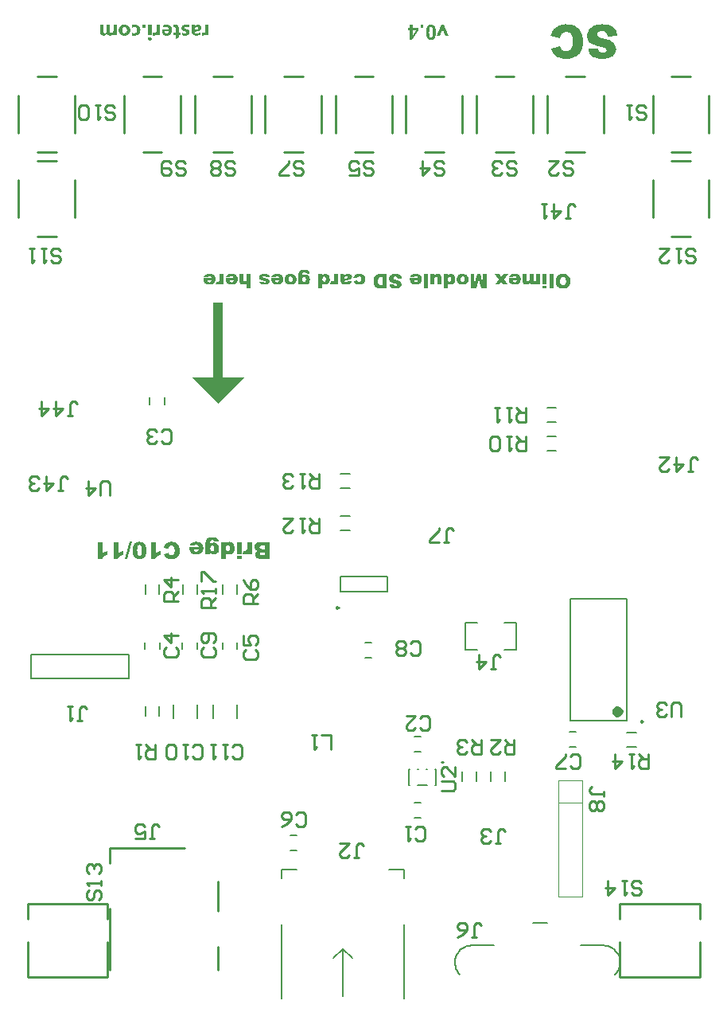
<source format=gto>
G04 Layer_Color=15132400*
%FSLAX25Y25*%
%MOIN*%
G70*
G01*
G75*
%ADD30C,0.00984*%
%ADD31C,0.00787*%
%ADD53C,0.02362*%
%ADD54C,0.01000*%
%ADD55C,0.00600*%
%ADD56C,0.00197*%
G36*
X148199Y498119D02*
X148276Y498108D01*
X148363Y498086D01*
X148462Y498042D01*
X148560Y497999D01*
X148648Y497933D01*
X148659Y497922D01*
X148680Y497900D01*
X148713Y497857D01*
X148757Y497791D01*
X148801Y497714D01*
X148834Y497638D01*
X148855Y497540D01*
X148866Y497430D01*
Y497419D01*
Y497376D01*
X148855Y497321D01*
X148834Y497244D01*
X148812Y497168D01*
X148768Y497081D01*
X148713Y496993D01*
X148637Y496916D01*
X148626Y496906D01*
X148593Y496884D01*
X148549Y496851D01*
X148473Y496818D01*
X148396Y496785D01*
X148298Y496753D01*
X148178Y496731D01*
X148057Y496720D01*
X148003D01*
X147937Y496731D01*
X147850Y496742D01*
X147762Y496764D01*
X147675Y496807D01*
X147576Y496851D01*
X147489Y496916D01*
X147478Y496927D01*
X147456Y496949D01*
X147413Y496993D01*
X147369Y497059D01*
X147336Y497124D01*
X147292Y497212D01*
X147271Y497321D01*
X147260Y497430D01*
Y497441D01*
Y497485D01*
X147271Y497540D01*
X147292Y497616D01*
X147314Y497693D01*
X147358Y497780D01*
X147413Y497867D01*
X147489Y497944D01*
X147500Y497955D01*
X147533Y497977D01*
X147576Y497999D01*
X147653Y498031D01*
X147730Y498075D01*
X147839Y498097D01*
X147948Y498119D01*
X148079Y498130D01*
X148134D01*
X148199Y498119D01*
D02*
G37*
G36*
X175208Y493594D02*
X173830D01*
Y494424D01*
X173819D01*
Y494414D01*
X173809Y494381D01*
X173787Y494337D01*
X173754Y494282D01*
X173667Y494140D01*
X173546Y493965D01*
X173393Y493801D01*
X173295Y493725D01*
X173186Y493659D01*
X173065Y493605D01*
X172945Y493561D01*
X172803Y493528D01*
X172650Y493517D01*
X172573D01*
X172530Y493528D01*
X172409Y493539D01*
X172311Y493572D01*
Y494829D01*
X172322Y494818D01*
X172355Y494807D01*
X172409Y494785D01*
X172475Y494763D01*
X172563Y494741D01*
X172661Y494720D01*
X172770Y494698D01*
X172967D01*
X173043Y494720D01*
X173142Y494741D01*
X173251Y494774D01*
X173360Y494840D01*
X173481Y494916D01*
X173579Y495026D01*
X173590Y495037D01*
X173623Y495080D01*
X173655Y495157D01*
X173699Y495255D01*
X173754Y495386D01*
X173787Y495539D01*
X173819Y495725D01*
X173830Y495922D01*
Y498031D01*
X175208D01*
Y493594D01*
D02*
G37*
G36*
X170726Y498119D02*
X170836Y498108D01*
X170989Y498086D01*
X171152Y498042D01*
X171317Y497977D01*
X171480Y497889D01*
X171634Y497769D01*
X171644Y497747D01*
X171688Y497704D01*
X171754Y497627D01*
X171819Y497507D01*
X171885Y497376D01*
X171950Y497201D01*
X171994Y497015D01*
X172005Y496796D01*
Y496785D01*
Y496742D01*
X171994Y496676D01*
X171983Y496589D01*
X171961Y496490D01*
X171929Y496381D01*
X171874Y496250D01*
X171808Y496130D01*
X171732Y495998D01*
X171634Y495867D01*
X171502Y495736D01*
X171360Y495627D01*
X171185Y495517D01*
X170978Y495430D01*
X170748Y495354D01*
X170475Y495310D01*
X169273Y495146D01*
Y495135D01*
Y495113D01*
Y495080D01*
X169283Y495037D01*
X169316Y494916D01*
X169371Y494785D01*
X169415Y494720D01*
X169469Y494654D01*
X169524Y494589D01*
X169600Y494534D01*
X169699Y494490D01*
X169797Y494457D01*
X169918Y494435D01*
X170060Y494424D01*
X170136D01*
X170191Y494435D01*
X170267D01*
X170344Y494446D01*
X170442Y494468D01*
X170540Y494479D01*
X170770Y494534D01*
X171032Y494621D01*
X171295Y494741D01*
X171437Y494807D01*
X171568Y494895D01*
Y493867D01*
X171557Y493856D01*
X171513Y493845D01*
X171448Y493812D01*
X171360Y493780D01*
X171251Y493736D01*
X171120Y493692D01*
X170967Y493648D01*
X170792Y493605D01*
X170770D01*
X170704Y493583D01*
X170606Y493572D01*
X170486Y493550D01*
X170344Y493528D01*
X170202Y493517D01*
X169885Y493495D01*
X169797D01*
X169710Y493506D01*
X169590Y493528D01*
X169448Y493550D01*
X169283Y493594D01*
X169109Y493648D01*
X168934Y493736D01*
X168759Y493834D01*
X168584Y493955D01*
X168420Y494107D01*
X168278Y494293D01*
X168158Y494512D01*
X168059Y494763D01*
X168005Y495058D01*
X167983Y495212D01*
Y495386D01*
Y498031D01*
X169283D01*
Y497398D01*
X169295D01*
Y497408D01*
X169316Y497430D01*
X169338Y497463D01*
X169382Y497507D01*
X169480Y497627D01*
X169622Y497758D01*
X169819Y497900D01*
X170038Y498009D01*
X170169Y498064D01*
X170311Y498097D01*
X170453Y498119D01*
X170617Y498130D01*
X170683D01*
X170726Y498119D01*
D02*
G37*
G36*
X166016D02*
X166092D01*
X166278Y498108D01*
X166485Y498075D01*
X166715Y498042D01*
X166945Y497988D01*
X167185Y497922D01*
Y496807D01*
X167174Y496818D01*
X167130Y496840D01*
X167065Y496873D01*
X166977Y496927D01*
X166868Y496971D01*
X166759Y497026D01*
X166518Y497113D01*
X166507D01*
X166464Y497124D01*
X166398Y497146D01*
X166311Y497157D01*
X166212Y497179D01*
X166103Y497201D01*
X165884Y497212D01*
X165819D01*
X165753Y497201D01*
X165677D01*
X165480Y497168D01*
X165392Y497146D01*
X165305Y497113D01*
X165294D01*
X165272Y497091D01*
X165196Y497037D01*
X165130Y496938D01*
X165108Y496884D01*
X165097Y496807D01*
Y496796D01*
Y496785D01*
X165108Y496731D01*
X165141Y496665D01*
X165196Y496600D01*
X165207Y496589D01*
X165261Y496545D01*
X165338Y496501D01*
X165436Y496447D01*
X165447D01*
X165458Y496436D01*
X165491Y496425D01*
X165534Y496403D01*
X165644Y496370D01*
X165764Y496326D01*
X165775D01*
X165797Y496315D01*
X165830Y496305D01*
X165873Y496293D01*
X165983Y496250D01*
X166103Y496206D01*
X166114D01*
X166147Y496184D01*
X166201Y496173D01*
X166256Y496140D01*
X166409Y496075D01*
X166573Y495998D01*
X166584Y495988D01*
X166606Y495977D01*
X166639Y495955D01*
X166693Y495922D01*
X166802Y495834D01*
X166912Y495725D01*
Y495714D01*
X166934Y495692D01*
X166955Y495671D01*
X166988Y495627D01*
X167054Y495517D01*
X167119Y495375D01*
Y495365D01*
X167130Y495343D01*
X167141Y495299D01*
X167152Y495244D01*
X167163Y495179D01*
X167174Y495091D01*
X167185Y494905D01*
Y494884D01*
Y494840D01*
X167174Y494774D01*
X167163Y494687D01*
X167152Y494589D01*
X167119Y494479D01*
X167087Y494370D01*
X167032Y494272D01*
X167021Y494261D01*
X166999Y494228D01*
X166966Y494173D01*
X166912Y494107D01*
X166857Y494042D01*
X166780Y493965D01*
X166693Y493889D01*
X166595Y493823D01*
X166584Y493812D01*
X166551Y493791D01*
X166485Y493769D01*
X166409Y493725D01*
X166322Y493681D01*
X166212Y493648D01*
X166103Y493605D01*
X165972Y493572D01*
X165961D01*
X165906Y493561D01*
X165841Y493550D01*
X165753Y493528D01*
X165644Y493517D01*
X165524Y493506D01*
X165250Y493495D01*
X165065D01*
X164977Y493506D01*
X164868Y493517D01*
X164649Y493539D01*
X164638D01*
X164595Y493550D01*
X164540Y493561D01*
X164463Y493572D01*
X164365Y493594D01*
X164267Y493616D01*
X164048Y493670D01*
Y494731D01*
X164059Y494720D01*
X164092Y494709D01*
X164146Y494676D01*
X164212Y494643D01*
X164299Y494610D01*
X164398Y494567D01*
X164605Y494501D01*
X164616D01*
X164660Y494490D01*
X164715Y494479D01*
X164791Y494457D01*
X164879Y494446D01*
X164977Y494435D01*
X165196Y494424D01*
X165272D01*
X165360Y494435D01*
X165447Y494446D01*
X165469D01*
X165513Y494468D01*
X165589Y494490D01*
X165655Y494523D01*
X165666Y494534D01*
X165709Y494556D01*
X165753Y494589D01*
X165797Y494643D01*
X165808Y494654D01*
X165819Y494687D01*
X165841Y494731D01*
X165851Y494796D01*
Y494818D01*
X165841Y494862D01*
X165819Y494938D01*
X165775Y495004D01*
X165764Y495015D01*
X165720Y495058D01*
X165655Y495102D01*
X165578Y495157D01*
X165567D01*
X165556Y495168D01*
X165491Y495190D01*
X165403Y495222D01*
X165294Y495266D01*
X165283D01*
X165261Y495277D01*
X165239D01*
X165196Y495299D01*
X165097Y495321D01*
X164988Y495365D01*
X164977D01*
X164944Y495386D01*
X164890Y495397D01*
X164824Y495430D01*
X164660Y495496D01*
X164496Y495583D01*
X164485D01*
X164453Y495605D01*
X164420Y495627D01*
X164365Y495660D01*
X164234Y495736D01*
X164114Y495845D01*
X164103Y495856D01*
X164092Y495867D01*
X164059Y495900D01*
X164026Y495944D01*
X163939Y496053D01*
X163873Y496195D01*
Y496206D01*
X163862Y496228D01*
X163840Y496272D01*
X163829Y496337D01*
X163808Y496403D01*
X163797Y496490D01*
X163786Y496676D01*
Y496698D01*
Y496742D01*
X163797Y496818D01*
X163808Y496906D01*
X163829Y497015D01*
X163862Y497124D01*
X163906Y497244D01*
X163961Y497354D01*
X163971Y497365D01*
X163993Y497398D01*
X164026Y497452D01*
X164081Y497518D01*
X164146Y497594D01*
X164223Y497671D01*
X164310Y497747D01*
X164409Y497813D01*
X164420Y497824D01*
X164463Y497846D01*
X164518Y497867D01*
X164595Y497911D01*
X164693Y497944D01*
X164802Y497988D01*
X164933Y498021D01*
X165065Y498053D01*
X165076D01*
X165130Y498064D01*
X165207Y498075D01*
X165294Y498086D01*
X165414Y498108D01*
X165545Y498119D01*
X165830Y498130D01*
X165950D01*
X166016Y498119D01*
D02*
G37*
G36*
X154747Y493594D02*
X153369D01*
Y494424D01*
X153358D01*
Y494414D01*
X153348Y494381D01*
X153326Y494337D01*
X153293Y494282D01*
X153206Y494140D01*
X153085Y493965D01*
X152932Y493801D01*
X152834Y493725D01*
X152725Y493659D01*
X152604Y493605D01*
X152484Y493561D01*
X152342Y493528D01*
X152189Y493517D01*
X152112D01*
X152069Y493528D01*
X151948Y493539D01*
X151850Y493572D01*
Y494829D01*
X151861Y494818D01*
X151894Y494807D01*
X151948Y494785D01*
X152014Y494763D01*
X152102Y494741D01*
X152200Y494720D01*
X152309Y494698D01*
X152506D01*
X152583Y494720D01*
X152681Y494741D01*
X152790Y494774D01*
X152900Y494840D01*
X153020Y494916D01*
X153118Y495026D01*
X153129Y495037D01*
X153162Y495080D01*
X153195Y495157D01*
X153238Y495255D01*
X153293Y495386D01*
X153326Y495539D01*
X153358Y495725D01*
X153369Y495922D01*
Y498031D01*
X154747D01*
Y493594D01*
D02*
G37*
G36*
X151216D02*
X149839D01*
Y498031D01*
X151216D01*
Y493594D01*
D02*
G37*
G36*
X157720Y498119D02*
X157807Y498108D01*
X157916Y498097D01*
X158026Y498075D01*
X158157Y498053D01*
X158419Y497988D01*
X158703Y497878D01*
X158834Y497813D01*
X158976Y497736D01*
X159097Y497638D01*
X159217Y497540D01*
X159228Y497529D01*
X159239Y497507D01*
X159272Y497474D01*
X159304Y497430D01*
X159348Y497365D01*
X159403Y497299D01*
X159457Y497212D01*
X159512Y497113D01*
X159567Y497004D01*
X159621Y496873D01*
X159665Y496742D01*
X159720Y496589D01*
X159753Y496436D01*
X159785Y496261D01*
X159796Y496086D01*
X159807Y495889D01*
Y495878D01*
Y495845D01*
Y495780D01*
X159796Y495703D01*
X159785Y495616D01*
X159774Y495507D01*
X159753Y495386D01*
X159731Y495255D01*
X159654Y494982D01*
X159599Y494829D01*
X159534Y494687D01*
X159468Y494545D01*
X159381Y494403D01*
X159283Y494261D01*
X159173Y494140D01*
X159162Y494129D01*
X159141Y494107D01*
X159108Y494086D01*
X159053Y494042D01*
X158998Y493987D01*
X158922Y493933D01*
X158834Y493878D01*
X158736Y493812D01*
X158627Y493758D01*
X158507Y493703D01*
X158233Y493594D01*
X158080Y493550D01*
X157927Y493528D01*
X157763Y493506D01*
X157588Y493495D01*
X157490D01*
X157424Y493506D01*
X157348Y493517D01*
X157250Y493528D01*
X157031Y493572D01*
X156790Y493638D01*
X156550Y493736D01*
X156419Y493801D01*
X156310Y493878D01*
X156189Y493976D01*
X156091Y494075D01*
X156080Y494086D01*
X156069Y494097D01*
X156036Y494129D01*
X156004Y494173D01*
X155971Y494239D01*
X155916Y494304D01*
X155872Y494392D01*
X155818Y494479D01*
X155774Y494589D01*
X155719Y494698D01*
X155676Y494829D01*
X155643Y494971D01*
X155577Y495277D01*
X155566Y495452D01*
X155555Y495627D01*
Y496206D01*
X158452D01*
Y496217D01*
Y496250D01*
X158441Y496293D01*
X158419Y496359D01*
X158397Y496436D01*
X158364Y496512D01*
X158332Y496600D01*
X158277Y496687D01*
X158211Y496785D01*
X158124Y496873D01*
X158026Y496949D01*
X157905Y497026D01*
X157774Y497091D01*
X157610Y497135D01*
X157435Y497168D01*
X157228Y497179D01*
X157151D01*
X157107Y497168D01*
X157042D01*
X156965Y497157D01*
X156790Y497135D01*
X156594Y497091D01*
X156375Y497026D01*
X156157Y496949D01*
X155949Y496829D01*
Y497813D01*
X155960D01*
X155982Y497824D01*
X156015Y497846D01*
X156058Y497857D01*
X156124Y497889D01*
X156189Y497911D01*
X156277Y497944D01*
X156375Y497966D01*
X156484Y497999D01*
X156605Y498031D01*
X156878Y498075D01*
X157195Y498119D01*
X157545Y498130D01*
X157643D01*
X157720Y498119D01*
D02*
G37*
G36*
X144429D02*
X144516Y498108D01*
X144615Y498097D01*
X144735Y498075D01*
X144855Y498053D01*
X145117Y497977D01*
X145390Y497867D01*
X145522Y497802D01*
X145664Y497714D01*
X145795Y497627D01*
X145915Y497518D01*
X145926Y497507D01*
X145937Y497485D01*
X145970Y497452D01*
X146014Y497408D01*
X146057Y497343D01*
X146112Y497277D01*
X146177Y497190D01*
X146232Y497091D01*
X146287Y496982D01*
X146352Y496862D01*
X146451Y496589D01*
X146494Y496436D01*
X146516Y496272D01*
X146538Y496097D01*
X146549Y495922D01*
Y495911D01*
Y495867D01*
Y495813D01*
X146538Y495736D01*
X146527Y495638D01*
X146516Y495528D01*
X146494Y495408D01*
X146462Y495277D01*
X146385Y494993D01*
X146330Y494851D01*
X146265Y494698D01*
X146188Y494556D01*
X146090Y494414D01*
X145992Y494282D01*
X145871Y494151D01*
X145861Y494140D01*
X145839Y494118D01*
X145806Y494086D01*
X145751Y494053D01*
X145675Y493998D01*
X145598Y493944D01*
X145500Y493889D01*
X145390Y493823D01*
X145270Y493758D01*
X145128Y493703D01*
X144986Y493648D01*
X144822Y493594D01*
X144647Y493561D01*
X144462Y493528D01*
X144265Y493506D01*
X144057Y493495D01*
X143926D01*
X143860Y493506D01*
X143784D01*
X143620Y493517D01*
X143434Y493550D01*
X143248Y493583D01*
X143073Y493638D01*
X142920Y493703D01*
Y494862D01*
X142942Y494851D01*
X142997Y494807D01*
X143084Y494763D01*
X143204Y494698D01*
X143347Y494643D01*
X143511Y494589D01*
X143685Y494556D01*
X143882Y494545D01*
X143981D01*
X144090Y494567D01*
X144221Y494589D01*
X144374Y494632D01*
X144527Y494687D01*
X144680Y494774D01*
X144822Y494895D01*
X144833Y494905D01*
X144877Y494960D01*
X144931Y495037D01*
X144986Y495135D01*
X145052Y495277D01*
X145106Y495430D01*
X145150Y495616D01*
X145161Y495834D01*
Y495845D01*
Y495856D01*
Y495889D01*
X145150Y495933D01*
X145139Y496042D01*
X145117Y496173D01*
X145085Y496315D01*
X145019Y496479D01*
X144942Y496621D01*
X144833Y496764D01*
X144822Y496774D01*
X144767Y496818D01*
X144691Y496862D01*
X144593Y496927D01*
X144462Y496982D01*
X144308Y497037D01*
X144123Y497081D01*
X143926Y497091D01*
X143839D01*
X143740Y497070D01*
X143609Y497048D01*
X143456Y497015D01*
X143281Y496960D01*
X143106Y496884D01*
X142920Y496774D01*
Y497878D01*
X142942Y497889D01*
X143008Y497922D01*
X143117Y497955D01*
X143259Y497999D01*
X143456Y498053D01*
X143685Y498086D01*
X143959Y498119D01*
X144265Y498130D01*
X144363D01*
X144429Y498119D01*
D02*
G37*
G36*
X136603Y493594D02*
X135226D01*
Y494293D01*
X135215D01*
X135204Y494282D01*
X135171Y494228D01*
X135127Y494162D01*
X135062Y494086D01*
X134974Y493998D01*
X134865Y493900D01*
X134745Y493801D01*
X134614Y493714D01*
X134592Y493703D01*
X134548Y493681D01*
X134471Y493648D01*
X134362Y493605D01*
X134242Y493561D01*
X134100Y493528D01*
X133947Y493506D01*
X133783Y493495D01*
X133695D01*
X133630Y493506D01*
X133553Y493517D01*
X133466Y493539D01*
X133269Y493594D01*
X133160Y493638D01*
X133051Y493692D01*
X132952Y493758D01*
X132843Y493845D01*
X132745Y493933D01*
X132646Y494042D01*
X132570Y494173D01*
X132493Y494315D01*
X132482Y494304D01*
X132471Y494282D01*
X132439Y494239D01*
X132395Y494184D01*
X132351Y494129D01*
X132285Y494053D01*
X132209Y493976D01*
X132122Y493900D01*
X132023Y493823D01*
X131914Y493758D01*
X131783Y493681D01*
X131651Y493627D01*
X131509Y493572D01*
X131356Y493528D01*
X131182Y493506D01*
X131007Y493495D01*
X130941D01*
X130876Y493506D01*
X130777Y493528D01*
X130668Y493550D01*
X130548Y493594D01*
X130416Y493648D01*
X130274Y493714D01*
X130143Y493812D01*
X130012Y493933D01*
X129892Y494075D01*
X129782Y494250D01*
X129684Y494446D01*
X129619Y494687D01*
X129564Y494960D01*
X129553Y495277D01*
Y498031D01*
X130919D01*
Y495507D01*
Y495496D01*
Y495463D01*
Y495419D01*
X130930Y495354D01*
X130941Y495288D01*
X130952Y495200D01*
X131007Y495026D01*
X131094Y494851D01*
X131149Y494763D01*
X131214Y494698D01*
X131302Y494632D01*
X131400Y494589D01*
X131509Y494556D01*
X131630Y494545D01*
X131684D01*
X131750Y494556D01*
X131826Y494578D01*
X131914Y494621D01*
X132012Y494665D01*
X132100Y494741D01*
X132187Y494840D01*
X132198Y494851D01*
X132220Y494895D01*
X132253Y494949D01*
X132285Y495037D01*
X132329Y495135D01*
X132362Y495255D01*
X132384Y495397D01*
X132395Y495550D01*
Y498031D01*
X133761D01*
Y495485D01*
Y495474D01*
Y495441D01*
Y495397D01*
X133772Y495343D01*
X133783Y495266D01*
X133794Y495190D01*
X133849Y495015D01*
X133936Y494840D01*
X133991Y494763D01*
X134056Y494687D01*
X134133Y494632D01*
X134231Y494589D01*
X134340Y494556D01*
X134460Y494545D01*
X134515D01*
X134581Y494556D01*
X134657Y494578D01*
X134745Y494610D01*
X134843Y494665D01*
X134931Y494731D01*
X135018Y494818D01*
X135029Y494829D01*
X135051Y494873D01*
X135083Y494927D01*
X135116Y495015D01*
X135160Y495124D01*
X135193Y495255D01*
X135215Y495397D01*
X135226Y495572D01*
Y498031D01*
X136603D01*
Y493594D01*
D02*
G37*
G36*
X267061Y387711D02*
X265389D01*
Y393701D01*
X267061D01*
Y387711D01*
D02*
G37*
G36*
X249781D02*
X246906D01*
X246829Y387722D01*
X246753D01*
X246567Y387744D01*
X246349Y387766D01*
X246130Y387809D01*
X245911Y387864D01*
X245715Y387941D01*
X245704D01*
X245693Y387951D01*
X245627Y387984D01*
X245540Y388028D01*
X245420Y388105D01*
X245288Y388192D01*
X245146Y388301D01*
X245015Y388432D01*
X244884Y388575D01*
X244873Y388596D01*
X244829Y388651D01*
X244775Y388727D01*
X244698Y388848D01*
X244622Y388990D01*
X244545Y389154D01*
X244479Y389340D01*
X244414Y389536D01*
Y389547D01*
X244403Y389558D01*
Y389591D01*
X244392Y389635D01*
X244370Y389744D01*
X244337Y389886D01*
X244305Y390061D01*
X244283Y390258D01*
X244272Y390465D01*
X244261Y390695D01*
Y390706D01*
Y390739D01*
Y390782D01*
Y390848D01*
X244272Y390935D01*
Y391023D01*
X244294Y391241D01*
X244316Y391471D01*
X244359Y391722D01*
X244414Y391963D01*
X244490Y392181D01*
Y392192D01*
X244501Y392203D01*
X244534Y392269D01*
X244578Y392367D01*
X244643Y392488D01*
X244731Y392630D01*
X244840Y392772D01*
X244960Y392925D01*
X245103Y393067D01*
X245124Y393078D01*
X245168Y393121D01*
X245245Y393187D01*
X245343Y393264D01*
X245474Y393340D01*
X245605Y393417D01*
X245758Y393493D01*
X245922Y393548D01*
X245933D01*
X245944Y393559D01*
X245977D01*
X246021Y393569D01*
X246141Y393591D01*
X246294Y393624D01*
X246458Y393657D01*
X246655Y393679D01*
X246840Y393690D01*
X247037Y393701D01*
X249781D01*
Y387711D01*
D02*
G37*
G36*
X319623D02*
X317951D01*
Y393701D01*
X319623D01*
Y387711D01*
D02*
G37*
G36*
X316825D02*
X315164D01*
Y388848D01*
X316825D01*
Y387711D01*
D02*
G37*
G36*
X323864Y393788D02*
X323962Y393777D01*
X324072D01*
X324203Y393755D01*
X324465Y393723D01*
X324739Y393668D01*
X325023Y393591D01*
X325285Y393482D01*
X325296D01*
X325318Y393471D01*
X325351Y393449D01*
X325394Y393417D01*
X325515Y393340D01*
X325668Y393231D01*
X325842Y393099D01*
X326017Y392914D01*
X326203Y392706D01*
X326367Y392466D01*
Y392455D01*
X326389Y392433D01*
X326400Y392389D01*
X326433Y392334D01*
X326465Y392269D01*
X326498Y392192D01*
X326531Y392094D01*
X326564Y391985D01*
X326607Y391864D01*
X326640Y391733D01*
X326673Y391591D01*
X326706Y391427D01*
X326750Y391088D01*
X326771Y390717D01*
Y390695D01*
Y390651D01*
X326761Y390575D01*
Y390476D01*
X326750Y390356D01*
X326728Y390214D01*
X326706Y390050D01*
X326673Y389886D01*
X326629Y389700D01*
X326575Y389514D01*
X326509Y389329D01*
X326433Y389132D01*
X326334Y388946D01*
X326225Y388760D01*
X326105Y388596D01*
X325963Y388432D01*
X325952Y388422D01*
X325919Y388400D01*
X325875Y388356D01*
X325810Y388301D01*
X325722Y388247D01*
X325624Y388170D01*
X325504Y388094D01*
X325372Y388017D01*
X325219Y387941D01*
X325044Y387875D01*
X324859Y387799D01*
X324651Y387744D01*
X324432Y387689D01*
X324192Y387646D01*
X323941Y387624D01*
X323678Y387613D01*
X323536D01*
X323438Y387624D01*
X323307Y387634D01*
X323165Y387656D01*
X323001Y387678D01*
X322837Y387711D01*
X322651Y387755D01*
X322465Y387809D01*
X322268Y387875D01*
X322082Y387951D01*
X321897Y388050D01*
X321711Y388159D01*
X321547Y388279D01*
X321383Y388422D01*
X321372Y388432D01*
X321350Y388454D01*
X321306Y388509D01*
X321252Y388564D01*
X321197Y388651D01*
X321121Y388749D01*
X321044Y388870D01*
X320968Y389001D01*
X320891Y389154D01*
X320826Y389318D01*
X320749Y389504D01*
X320694Y389700D01*
X320640Y389919D01*
X320596Y390148D01*
X320574Y390400D01*
X320563Y390662D01*
Y390673D01*
Y390706D01*
Y390760D01*
Y390837D01*
X320574Y390925D01*
X320585Y391034D01*
X320596Y391143D01*
X320607Y391274D01*
X320651Y391547D01*
X320716Y391832D01*
X320804Y392116D01*
X320924Y392389D01*
Y392400D01*
X320935Y392422D01*
X320957Y392455D01*
X320989Y392498D01*
X321066Y392619D01*
X321186Y392772D01*
X321328Y392936D01*
X321503Y393110D01*
X321700Y393274D01*
X321940Y393427D01*
X321951D01*
X321973Y393438D01*
X322006Y393460D01*
X322061Y393482D01*
X322126Y393515D01*
X322203Y393548D01*
X322290Y393581D01*
X322399Y393613D01*
X322520Y393646D01*
X322640Y393679D01*
X322924Y393744D01*
X323252Y393788D01*
X323613Y393799D01*
X323777D01*
X323864Y393788D01*
D02*
G37*
G36*
X260623Y496765D02*
X263210D01*
Y495717D01*
X260477Y491700D01*
X259456D01*
Y495708D01*
X258673D01*
Y496765D01*
X259456D01*
Y498031D01*
X260623D01*
Y496765D01*
D02*
G37*
G36*
X268403Y498141D02*
X268466D01*
X268539Y498132D01*
X268630Y498113D01*
X268730Y498095D01*
X268840Y498059D01*
X268958Y498022D01*
X269077Y497977D01*
X269204Y497922D01*
X269323Y497849D01*
X269450Y497776D01*
X269569Y497676D01*
X269687Y497576D01*
X269796Y497448D01*
X269806Y497439D01*
X269824Y497412D01*
X269851Y497366D01*
X269878Y497312D01*
X269924Y497230D01*
X269970Y497129D01*
X270024Y497002D01*
X270070Y496865D01*
X270124Y496701D01*
X270179Y496519D01*
X270225Y496310D01*
X270261Y496082D01*
X270297Y495827D01*
X270325Y495544D01*
X270343Y495244D01*
X270352Y494916D01*
Y494907D01*
Y494898D01*
Y494870D01*
Y494834D01*
Y494743D01*
X270343Y494624D01*
X270334Y494479D01*
X270316Y494305D01*
X270297Y494123D01*
X270279Y493923D01*
X270243Y493713D01*
X270206Y493504D01*
X270152Y493285D01*
X270097Y493076D01*
X270024Y492875D01*
X269942Y492684D01*
X269851Y492502D01*
X269742Y492347D01*
X269733Y492338D01*
X269714Y492319D01*
X269687Y492283D01*
X269641Y492247D01*
X269596Y492192D01*
X269532Y492137D01*
X269450Y492083D01*
X269368Y492019D01*
X269268Y491955D01*
X269168Y491900D01*
X269049Y491846D01*
X268922Y491791D01*
X268785Y491755D01*
X268630Y491718D01*
X268475Y491700D01*
X268312Y491691D01*
X268220D01*
X268157Y491700D01*
X268084Y491709D01*
X267993Y491727D01*
X267901Y491746D01*
X267792Y491773D01*
X267674Y491809D01*
X267564Y491855D01*
X267446Y491900D01*
X267328Y491964D01*
X267209Y492046D01*
X267091Y492128D01*
X266981Y492228D01*
X266881Y492347D01*
X266872Y492356D01*
X266854Y492383D01*
X266827Y492429D01*
X266781Y492492D01*
X266735Y492584D01*
X266681Y492693D01*
X266626Y492811D01*
X266571Y492966D01*
X266517Y493130D01*
X266453Y493322D01*
X266407Y493531D01*
X266362Y493768D01*
X266316Y494023D01*
X266289Y494296D01*
X266271Y494597D01*
X266262Y494925D01*
Y494934D01*
Y494943D01*
Y494970D01*
Y495007D01*
Y495098D01*
X266271Y495216D01*
X266280Y495362D01*
X266298Y495535D01*
X266316Y495717D01*
X266335Y495918D01*
X266371Y496127D01*
X266417Y496346D01*
X266462Y496556D01*
X266526Y496765D01*
X266590Y496975D01*
X266681Y497166D01*
X266772Y497348D01*
X266881Y497503D01*
X266890Y497512D01*
X266909Y497530D01*
X266936Y497567D01*
X266972Y497603D01*
X267027Y497649D01*
X267091Y497703D01*
X267173Y497767D01*
X267255Y497822D01*
X267355Y497886D01*
X267455Y497949D01*
X267573Y498004D01*
X267701Y498050D01*
X267838Y498086D01*
X267993Y498123D01*
X268147Y498141D01*
X268312Y498150D01*
X268348D01*
X268403Y498141D01*
D02*
G37*
G36*
X265196Y496820D02*
X263984D01*
Y498031D01*
X265196D01*
Y496820D01*
D02*
G37*
G36*
X275590Y493458D02*
X274324D01*
X273459Y495799D01*
X273213Y496574D01*
X273203Y496565D01*
X273194Y496528D01*
X273176Y496474D01*
X273158Y496419D01*
X273112Y496282D01*
X273094Y496228D01*
X273085Y496182D01*
Y496173D01*
X273076Y496146D01*
X273067Y496109D01*
X273049Y496064D01*
X273012Y495936D01*
X272958Y495799D01*
X272083Y493458D01*
X270844D01*
X272657Y498031D01*
X273750D01*
X275590Y493458D01*
D02*
G37*
G36*
X200787Y274509D02*
X196643D01*
X196580Y274522D01*
X196491D01*
X196401Y274535D01*
X196172Y274573D01*
X195917Y274637D01*
X195662Y274726D01*
X195420Y274853D01*
X195190Y275019D01*
X195177D01*
X195165Y275044D01*
X195101Y275108D01*
X195011Y275210D01*
X194910Y275363D01*
X194820Y275542D01*
X194731Y275746D01*
X194667Y275988D01*
X194642Y276115D01*
Y276256D01*
Y276269D01*
Y276281D01*
Y276358D01*
X194667Y276472D01*
X194693Y276613D01*
X194744Y276779D01*
X194808Y276957D01*
X194910Y277135D01*
X195037Y277314D01*
X195050Y277327D01*
X195088Y277365D01*
X195139Y277416D01*
X195228Y277480D01*
X195330Y277556D01*
X195458Y277633D01*
X195611Y277709D01*
X195789Y277786D01*
X195776D01*
X195751Y277799D01*
X195713D01*
X195662Y277824D01*
X195534Y277862D01*
X195369Y277926D01*
X195190Y278015D01*
X194999Y278130D01*
X194833Y278257D01*
X194680Y278411D01*
X194667Y278436D01*
X194629Y278487D01*
X194565Y278589D01*
X194501Y278716D01*
X194438Y278870D01*
X194374Y279061D01*
X194336Y279277D01*
X194323Y279520D01*
Y279545D01*
Y279609D01*
X194336Y279711D01*
X194349Y279838D01*
X194387Y279992D01*
X194425Y280157D01*
X194489Y280323D01*
X194578Y280489D01*
X194591Y280502D01*
X194629Y280565D01*
X194680Y280642D01*
X194756Y280731D01*
X194859Y280846D01*
X194986Y280960D01*
X195126Y281075D01*
X195279Y281177D01*
X195292D01*
X195330Y281203D01*
X195394Y281228D01*
X195483Y281266D01*
X195598Y281305D01*
X195738Y281343D01*
X195904Y281368D01*
X196095Y281407D01*
X196121D01*
X196159Y281419D01*
X196210D01*
X196337Y281432D01*
X196491Y281445D01*
X196656Y281470D01*
X196809Y281483D01*
X196950Y281496D01*
X200787D01*
Y274509D01*
D02*
G37*
G36*
X188904D02*
X186966D01*
Y275835D01*
X188904D01*
Y274509D01*
D02*
G37*
G36*
X170289Y281598D02*
X170378D01*
X170608Y281573D01*
X170863Y281547D01*
X171131Y281496D01*
X171386Y281419D01*
X171615Y281330D01*
X171641Y281317D01*
X171704Y281279D01*
X171819Y281203D01*
X171947Y281114D01*
X172100Y280986D01*
X172266Y280833D01*
X172418Y280655D01*
X172572Y280438D01*
Y280425D01*
X172584Y280412D01*
X172610Y280374D01*
X172623Y280323D01*
X172686Y280195D01*
X172750Y280017D01*
X172827Y279813D01*
X172878Y279558D01*
X172929Y279290D01*
X172941Y278984D01*
Y278972D01*
Y278933D01*
Y278870D01*
X172929Y278793D01*
X172916Y278691D01*
X172903Y278563D01*
X172878Y278436D01*
X172852Y278296D01*
X172763Y277990D01*
X172699Y277837D01*
X172623Y277671D01*
X172533Y277505D01*
X172431Y277352D01*
X172317Y277199D01*
X172189Y277059D01*
X172176Y277046D01*
X172151Y277021D01*
X172113Y276995D01*
X172049Y276944D01*
X171972Y276893D01*
X171870Y276830D01*
X171768Y276753D01*
X171641Y276689D01*
X171501Y276625D01*
X171335Y276549D01*
X171169Y276485D01*
X170978Y276434D01*
X170774Y276383D01*
X170557Y276345D01*
X170327Y276332D01*
X170085Y276320D01*
X169907D01*
X169817Y276332D01*
X169703D01*
X169460Y276358D01*
X169193Y276396D01*
X168912Y276460D01*
X168632Y276536D01*
X168377Y276651D01*
X168364D01*
X168351Y276664D01*
X168275Y276715D01*
X168160Y276791D01*
X168020Y276893D01*
X167854Y277033D01*
X167701Y277199D01*
X167548Y277391D01*
X167408Y277607D01*
Y277620D01*
X167395Y277633D01*
X167382Y277671D01*
X167357Y277722D01*
X167331Y277786D01*
X167306Y277862D01*
X167242Y278041D01*
X167178Y278283D01*
X167127Y278551D01*
X167089Y278870D01*
X167076Y279226D01*
Y279443D01*
X170965D01*
Y279469D01*
X170952Y279520D01*
X170940Y279609D01*
X170914Y279711D01*
X170837Y279941D01*
X170786Y280043D01*
X170723Y280145D01*
X170710Y280157D01*
X170672Y280195D01*
X170608Y280246D01*
X170519Y280310D01*
X170417Y280374D01*
X170289Y280425D01*
X170149Y280463D01*
X169983Y280476D01*
X169932D01*
X169881Y280463D01*
X169805D01*
X169639Y280412D01*
X169550Y280387D01*
X169448Y280336D01*
X169435D01*
X169422Y280323D01*
X169346Y280259D01*
X169295Y280221D01*
X169244Y280157D01*
X169167Y280094D01*
X169104Y280004D01*
X167191Y280183D01*
Y280195D01*
X167217Y280221D01*
X167242Y280259D01*
X167268Y280310D01*
X167369Y280438D01*
X167497Y280604D01*
X167650Y280782D01*
X167829Y280973D01*
X168033Y281139D01*
X168262Y281279D01*
X168275D01*
X168288Y281292D01*
X168326Y281305D01*
X168377Y281330D01*
X168440Y281356D01*
X168517Y281381D01*
X168606Y281419D01*
X168708Y281445D01*
X168836Y281470D01*
X168963Y281509D01*
X169104Y281534D01*
X169269Y281560D01*
X169435Y281585D01*
X169626Y281598D01*
X169817Y281611D01*
X170200D01*
X170289Y281598D01*
D02*
G37*
G36*
X159720D02*
X159821D01*
X159949Y281585D01*
X160089Y281573D01*
X160382Y281534D01*
X160701Y281470D01*
X161007Y281394D01*
X161301Y281292D01*
X161313D01*
X161326Y281279D01*
X161364Y281254D01*
X161415Y281228D01*
X161556Y281139D01*
X161721Y281024D01*
X161913Y280858D01*
X162129Y280667D01*
X162333Y280425D01*
X162537Y280132D01*
Y280119D01*
X162563Y280094D01*
X162588Y280043D01*
X162614Y279979D01*
X162652Y279902D01*
X162703Y279800D01*
X162754Y279685D01*
X162792Y279545D01*
X162843Y279405D01*
X162894Y279239D01*
X162933Y279061D01*
X162984Y278870D01*
X163009Y278665D01*
X163034Y278449D01*
X163060Y277990D01*
Y277964D01*
Y277913D01*
X163047Y277824D01*
Y277709D01*
X163034Y277556D01*
X163009Y277391D01*
X162984Y277212D01*
X162945Y277008D01*
X162894Y276791D01*
X162830Y276574D01*
X162767Y276358D01*
X162678Y276128D01*
X162563Y275911D01*
X162448Y275708D01*
X162308Y275503D01*
X162142Y275325D01*
X162129Y275312D01*
X162104Y275287D01*
X162040Y275236D01*
X161976Y275185D01*
X161874Y275108D01*
X161759Y275032D01*
X161632Y274942D01*
X161466Y274853D01*
X161301Y274777D01*
X161097Y274688D01*
X160880Y274611D01*
X160650Y274535D01*
X160395Y274483D01*
X160127Y274432D01*
X159834Y274407D01*
X159528Y274394D01*
X159401D01*
X159311Y274407D01*
X159197D01*
X159069Y274420D01*
X158929Y274432D01*
X158776Y274458D01*
X158432Y274522D01*
X158088Y274624D01*
X157756Y274751D01*
X157603Y274840D01*
X157450Y274930D01*
X157437D01*
X157412Y274955D01*
X157373Y274981D01*
X157323Y275032D01*
X157259Y275083D01*
X157182Y275159D01*
X157106Y275236D01*
X157017Y275338D01*
X156927Y275440D01*
X156838Y275567D01*
X156736Y275695D01*
X156647Y275848D01*
X156558Y276013D01*
X156468Y276179D01*
X156392Y276371D01*
X156315Y276574D01*
X158228Y276995D01*
Y276982D01*
X158240Y276944D01*
X158266Y276881D01*
X158291Y276817D01*
X158368Y276664D01*
X158406Y276600D01*
X158444Y276536D01*
X158457Y276523D01*
X158470Y276498D01*
X158521Y276447D01*
X158572Y276396D01*
X158712Y276269D01*
X158891Y276154D01*
X158904Y276141D01*
X158929Y276128D01*
X158993Y276103D01*
X159056Y276077D01*
X159146Y276052D01*
X159248Y276039D01*
X159362Y276013D01*
X159554D01*
X159592Y276026D01*
X159732Y276039D01*
X159898Y276090D01*
X160076Y276154D01*
X160268Y276269D01*
X160446Y276409D01*
X160523Y276511D01*
X160599Y276613D01*
X160612Y276638D01*
X160650Y276689D01*
X160688Y276804D01*
X160740Y276944D01*
X160803Y277135D01*
X160842Y277365D01*
X160880Y277645D01*
X160892Y277977D01*
Y277990D01*
Y278028D01*
Y278092D01*
Y278168D01*
X160880Y278257D01*
Y278372D01*
X160854Y278614D01*
X160803Y278870D01*
X160752Y279137D01*
X160663Y279380D01*
X160612Y279482D01*
X160548Y279571D01*
X160536Y279584D01*
X160485Y279634D01*
X160395Y279698D01*
X160293Y279775D01*
X160153Y279864D01*
X159975Y279928D01*
X159783Y279979D01*
X159554Y279992D01*
X159452D01*
X159337Y279979D01*
X159197Y279953D01*
X159044Y279902D01*
X158891Y279851D01*
X158738Y279762D01*
X158610Y279647D01*
X158598Y279634D01*
X158559Y279584D01*
X158495Y279507D01*
X158432Y279392D01*
X158355Y279252D01*
X158279Y279074D01*
X158202Y278870D01*
X158139Y278627D01*
X156252Y279214D01*
Y279226D01*
X156264Y279252D01*
X156277Y279290D01*
X156290Y279341D01*
X156328Y279494D01*
X156404Y279673D01*
X156481Y279889D01*
X156596Y280106D01*
X156711Y280323D01*
X156863Y280540D01*
X156876Y280565D01*
X156940Y280629D01*
X157029Y280718D01*
X157144Y280846D01*
X157297Y280973D01*
X157463Y281101D01*
X157667Y281228D01*
X157884Y281343D01*
X157896D01*
X157909Y281356D01*
X157947Y281368D01*
X157985Y281381D01*
X158126Y281432D01*
X158304Y281470D01*
X158521Y281522D01*
X158789Y281573D01*
X159095Y281598D01*
X159426Y281611D01*
X159617D01*
X159720Y281598D01*
D02*
G37*
G36*
X153077Y276855D02*
X153102Y276868D01*
X153153Y276919D01*
X153255Y276982D01*
X153370Y277072D01*
X153510Y277161D01*
X153676Y277263D01*
X153842Y277365D01*
X154007Y277454D01*
X154033Y277467D01*
X154084Y277492D01*
X154186Y277531D01*
X154314Y277582D01*
X154479Y277645D01*
X154658Y277722D01*
X154875Y277786D01*
X155117Y277862D01*
Y276281D01*
X155104D01*
X155078Y276269D01*
X155027Y276243D01*
X154951Y276230D01*
X154875Y276192D01*
X154772Y276154D01*
X154556Y276064D01*
X154314Y275950D01*
X154059Y275822D01*
X153804Y275682D01*
X153587Y275516D01*
X153574D01*
X153561Y275491D01*
X153498Y275440D01*
X153395Y275338D01*
X153268Y275198D01*
X153128Y275044D01*
X152988Y274853D01*
X152847Y274637D01*
X152720Y274394D01*
X151113D01*
Y281496D01*
X153077D01*
Y276855D01*
D02*
G37*
G36*
X137330D02*
X137356Y276868D01*
X137407Y276919D01*
X137509Y276982D01*
X137624Y277072D01*
X137764Y277161D01*
X137930Y277263D01*
X138095Y277365D01*
X138261Y277454D01*
X138287Y277467D01*
X138338Y277492D01*
X138440Y277531D01*
X138567Y277582D01*
X138733Y277645D01*
X138911Y277722D01*
X139128Y277786D01*
X139371Y277862D01*
Y276281D01*
X139358D01*
X139332Y276269D01*
X139281Y276243D01*
X139205Y276230D01*
X139128Y276192D01*
X139026Y276154D01*
X138810Y276064D01*
X138567Y275950D01*
X138312Y275822D01*
X138057Y275682D01*
X137840Y275516D01*
X137828D01*
X137815Y275491D01*
X137751Y275440D01*
X137649Y275338D01*
X137522Y275198D01*
X137381Y275044D01*
X137241Y274853D01*
X137101Y274637D01*
X136974Y274394D01*
X135367D01*
Y281496D01*
X137330D01*
Y276855D01*
D02*
G37*
G36*
X130815D02*
X130841Y276868D01*
X130892Y276919D01*
X130994Y276982D01*
X131108Y277072D01*
X131249Y277161D01*
X131414Y277263D01*
X131580Y277365D01*
X131746Y277454D01*
X131772Y277467D01*
X131823Y277492D01*
X131924Y277531D01*
X132052Y277582D01*
X132218Y277645D01*
X132396Y277722D01*
X132613Y277786D01*
X132855Y277862D01*
Y276281D01*
X132843D01*
X132817Y276269D01*
X132766Y276243D01*
X132689Y276230D01*
X132613Y276192D01*
X132511Y276154D01*
X132294Y276064D01*
X132052Y275950D01*
X131797Y275822D01*
X131542Y275682D01*
X131325Y275516D01*
X131313D01*
X131300Y275491D01*
X131236Y275440D01*
X131134Y275338D01*
X131007Y275198D01*
X130866Y275044D01*
X130726Y274853D01*
X130586Y274637D01*
X130458Y274394D01*
X128852D01*
Y281496D01*
X130815D01*
Y276855D01*
D02*
G37*
G36*
X146383Y281598D02*
X146459D01*
X146663Y281573D01*
X146893Y281547D01*
X147135Y281496D01*
X147378Y281419D01*
X147594Y281330D01*
X147620Y281317D01*
X147684Y281279D01*
X147785Y281216D01*
X147900Y281126D01*
X148053Y281012D01*
X148194Y280871D01*
X148346Y280705D01*
X148487Y280514D01*
X148500Y280502D01*
X148525Y280438D01*
X148576Y280361D01*
X148627Y280234D01*
X148691Y280094D01*
X148755Y279915D01*
X148818Y279698D01*
X148869Y279469D01*
Y279456D01*
Y279443D01*
X148882Y279405D01*
X148895Y279354D01*
X148907Y279214D01*
X148933Y279023D01*
X148959Y278806D01*
X148984Y278551D01*
X148997Y278270D01*
X149010Y277977D01*
Y277952D01*
Y277888D01*
Y277786D01*
X148997Y277658D01*
X148984Y277492D01*
X148971Y277301D01*
X148946Y277097D01*
X148920Y276881D01*
X148831Y276421D01*
X148704Y275962D01*
X148627Y275746D01*
X148525Y275542D01*
X148423Y275363D01*
X148295Y275198D01*
X148283Y275185D01*
X148257Y275159D01*
X148219Y275121D01*
X148155Y275070D01*
X148079Y275006D01*
X147989Y274942D01*
X147875Y274866D01*
X147747Y274790D01*
X147607Y274726D01*
X147441Y274649D01*
X147263Y274586D01*
X147072Y274522D01*
X146855Y274471D01*
X146625Y274432D01*
X146370Y274407D01*
X146102Y274394D01*
X145988D01*
X145860Y274407D01*
X145694Y274420D01*
X145516Y274432D01*
X145325Y274471D01*
X145133Y274509D01*
X144955Y274573D01*
X144930Y274586D01*
X144878Y274598D01*
X144789Y274649D01*
X144687Y274700D01*
X144572Y274764D01*
X144445Y274840D01*
X144330Y274930D01*
X144216Y275032D01*
X144203Y275044D01*
X144165Y275083D01*
X144114Y275134D01*
X144050Y275210D01*
X143973Y275287D01*
X143897Y275389D01*
X143756Y275618D01*
X143744Y275631D01*
X143731Y275669D01*
X143693Y275733D01*
X143655Y275822D01*
X143616Y275924D01*
X143578Y276052D01*
X143527Y276179D01*
X143489Y276332D01*
Y276345D01*
X143476Y276371D01*
X143463Y276409D01*
X143450Y276472D01*
X143438Y276536D01*
X143425Y276625D01*
X143387Y276830D01*
X143349Y277072D01*
X143310Y277340D01*
X143298Y277645D01*
X143285Y277952D01*
Y277977D01*
Y278041D01*
Y278130D01*
X143298Y278257D01*
X143310Y278423D01*
X143323Y278602D01*
X143336Y278793D01*
X143361Y279010D01*
X143438Y279469D01*
X143552Y279928D01*
X143629Y280145D01*
X143718Y280361D01*
X143820Y280553D01*
X143935Y280731D01*
X143948Y280744D01*
X143960Y280769D01*
X143999Y280807D01*
X144062Y280871D01*
X144139Y280935D01*
X144228Y281012D01*
X144330Y281088D01*
X144458Y281165D01*
X144598Y281254D01*
X144764Y281330D01*
X144942Y281407D01*
X145146Y281470D01*
X145363Y281534D01*
X145605Y281573D01*
X145873Y281598D01*
X146153Y281611D01*
X146307D01*
X146383Y281598D01*
D02*
G37*
G36*
X141130Y274394D02*
X140148D01*
X141920Y281611D01*
X142889D01*
X141130Y274394D01*
D02*
G37*
G36*
X150637Y492883D02*
X150713Y492872D01*
X150812Y492851D01*
X150899Y492807D01*
X150998Y492763D01*
X151085Y492698D01*
X151096Y492687D01*
X151118Y492665D01*
X151151Y492610D01*
X151194Y492556D01*
X151238Y492479D01*
X151271Y492391D01*
X151293Y492293D01*
X151304Y492184D01*
Y492173D01*
Y492129D01*
X151293Y492074D01*
X151271Y492009D01*
X151249Y491922D01*
X151216Y491845D01*
X151162Y491758D01*
X151085Y491681D01*
X151074Y491670D01*
X151041Y491648D01*
X150998Y491615D01*
X150932Y491583D01*
X150845Y491550D01*
X150757Y491517D01*
X150637Y491495D01*
X150517Y491484D01*
X150462D01*
X150397Y491495D01*
X150309Y491506D01*
X150222Y491528D01*
X150134Y491572D01*
X150036Y491615D01*
X149948Y491681D01*
X149937Y491692D01*
X149916Y491714D01*
X149883Y491758D01*
X149839Y491812D01*
X149795Y491889D01*
X149762Y491976D01*
X149741Y492074D01*
X149730Y492184D01*
Y492195D01*
Y492239D01*
X149741Y492293D01*
X149752Y492370D01*
X149784Y492446D01*
X149817Y492534D01*
X149872Y492621D01*
X149948Y492698D01*
X149959Y492708D01*
X149992Y492730D01*
X150036Y492763D01*
X150101Y492796D01*
X150178Y492829D01*
X150276Y492862D01*
X150397Y492883D01*
X150517Y492894D01*
X150571D01*
X150637Y492883D01*
D02*
G37*
G36*
X340564Y498236D02*
X340844Y498210D01*
X341176Y498184D01*
X341533Y498159D01*
X341941Y498082D01*
X342758Y497929D01*
X343574Y497700D01*
X343956Y497547D01*
X344314Y497343D01*
X344645Y497139D01*
X344926Y496909D01*
X344951Y496883D01*
X344977Y496832D01*
X345053Y496756D01*
X345130Y496654D01*
X345232Y496526D01*
X345360Y496373D01*
X345487Y496169D01*
X345615Y495965D01*
X345895Y495455D01*
X346150Y494843D01*
X346329Y494179D01*
X346406Y493797D01*
X346457Y493414D01*
X342349Y493133D01*
Y493185D01*
X342324Y493312D01*
X342298Y493491D01*
X342222Y493695D01*
X342069Y494205D01*
X341941Y494460D01*
X341814Y494664D01*
X341788Y494690D01*
X341686Y494792D01*
X341533Y494919D01*
X341329Y495072D01*
X341048Y495251D01*
X340717Y495378D01*
X340334Y495480D01*
X339900Y495506D01*
X339747D01*
X339594Y495480D01*
X339365Y495455D01*
X339135Y495404D01*
X338906Y495327D01*
X338676Y495225D01*
X338472Y495098D01*
X338446Y495072D01*
X338395Y495021D01*
X338319Y494919D01*
X338217Y494817D01*
X338115Y494664D01*
X338038Y494486D01*
X337987Y494281D01*
X337962Y494077D01*
Y494052D01*
Y493975D01*
X337987Y493873D01*
X338013Y493746D01*
X338089Y493593D01*
X338166Y493440D01*
X338293Y493261D01*
X338446Y493108D01*
X338472Y493083D01*
X338548Y493031D01*
X338702Y492955D01*
X338906Y492853D01*
X339212Y492725D01*
X339594Y492572D01*
X339824Y492496D01*
X340079Y492445D01*
X340360Y492368D01*
X340666Y492292D01*
X340691D01*
X340793Y492266D01*
X340946Y492215D01*
X341125Y492190D01*
X341354Y492113D01*
X341635Y492036D01*
X341916Y491960D01*
X342222Y491858D01*
X342911Y491603D01*
X343574Y491322D01*
X344186Y490991D01*
X344467Y490812D01*
X344722Y490608D01*
Y490583D01*
X344773Y490557D01*
X344900Y490429D01*
X345105Y490200D01*
X345308Y489868D01*
X345538Y489486D01*
X345742Y489026D01*
X345870Y488516D01*
X345895Y488236D01*
X345921Y487929D01*
Y487904D01*
Y487878D01*
Y487751D01*
X345895Y487521D01*
X345844Y487266D01*
X345768Y486960D01*
X345666Y486603D01*
X345513Y486246D01*
X345308Y485889D01*
X345283Y485838D01*
X345181Y485736D01*
X345028Y485557D01*
X344824Y485327D01*
X344569Y485098D01*
X344237Y484843D01*
X343854Y484613D01*
X343421Y484384D01*
X343395D01*
X343370Y484358D01*
X343293Y484333D01*
X343191Y484307D01*
X343064Y484256D01*
X342911Y484205D01*
X342732Y484154D01*
X342528Y484103D01*
X342298Y484052D01*
X342018Y484001D01*
X341431Y483899D01*
X340742Y483848D01*
X339977Y483822D01*
X339722D01*
X339543Y483848D01*
X339314D01*
X339059Y483873D01*
X338778Y483899D01*
X338472Y483950D01*
X337809Y484077D01*
X337120Y484256D01*
X336482Y484511D01*
X336176Y484664D01*
X335895Y484843D01*
X335870D01*
X335844Y484894D01*
X335666Y485021D01*
X335436Y485276D01*
X335156Y485608D01*
X335002Y485812D01*
X334875Y486042D01*
X334722Y486322D01*
X334594Y486603D01*
X334467Y486909D01*
X334365Y487241D01*
X334288Y487623D01*
X334212Y488006D01*
X338293Y488236D01*
Y488184D01*
X338319Y488083D01*
X338370Y487904D01*
X338446Y487700D01*
X338548Y487496D01*
X338650Y487266D01*
X338804Y487037D01*
X338982Y486858D01*
X339008Y486833D01*
X339084Y486782D01*
X339186Y486730D01*
X339339Y486628D01*
X339543Y486552D01*
X339798Y486501D01*
X340079Y486450D01*
X340411Y486424D01*
X340538D01*
X340666Y486450D01*
X340844Y486475D01*
X341227Y486552D01*
X341406Y486654D01*
X341559Y486756D01*
X341584Y486782D01*
X341610Y486807D01*
X341737Y486960D01*
X341865Y487215D01*
X341890Y487368D01*
X341916Y487521D01*
Y487547D01*
Y487572D01*
X341865Y487725D01*
X341788Y487929D01*
X341712Y488031D01*
X341610Y488133D01*
X341584D01*
X341533Y488184D01*
X341457Y488236D01*
X341303Y488312D01*
X341125Y488389D01*
X340870Y488465D01*
X340564Y488567D01*
X340181Y488644D01*
X340156D01*
X340054Y488669D01*
X339900Y488695D01*
X339722Y488746D01*
X339492Y488797D01*
X339212Y488873D01*
X338906Y488950D01*
X338599Y489026D01*
X337936Y489205D01*
X337247Y489434D01*
X336635Y489664D01*
X336354Y489766D01*
X336099Y489894D01*
X336074D01*
X336048Y489919D01*
X335895Y489996D01*
X335691Y490123D01*
X335411Y490302D01*
X335130Y490531D01*
X334824Y490787D01*
X334543Y491093D01*
X334314Y491424D01*
X334288Y491475D01*
X334237Y491577D01*
X334135Y491782D01*
X334033Y492036D01*
X333931Y492343D01*
X333829Y492674D01*
X333778Y493083D01*
X333752Y493491D01*
Y493516D01*
Y493542D01*
Y493618D01*
Y493720D01*
X333804Y493975D01*
X333855Y494307D01*
X333931Y494690D01*
X334084Y495123D01*
X334263Y495557D01*
X334518Y495991D01*
X334543Y496042D01*
X334645Y496169D01*
X334824Y496373D01*
X335053Y496628D01*
X335360Y496909D01*
X335717Y497190D01*
X336125Y497445D01*
X336610Y497700D01*
X336635D01*
X336661Y497725D01*
X336737Y497751D01*
X336839Y497776D01*
X336967Y497827D01*
X337145Y497878D01*
X337324Y497929D01*
X337528Y497980D01*
X338013Y498082D01*
X338599Y498184D01*
X339237Y498236D01*
X339977Y498261D01*
X340309D01*
X340564Y498236D01*
D02*
G37*
G36*
X140089Y498119D02*
X140177Y498108D01*
X140286Y498097D01*
X140407Y498075D01*
X140538Y498053D01*
X140822Y497977D01*
X141106Y497867D01*
X141259Y497802D01*
X141390Y497714D01*
X141532Y497627D01*
X141653Y497518D01*
X141663Y497507D01*
X141674Y497485D01*
X141707Y497452D01*
X141751Y497408D01*
X141795Y497343D01*
X141849Y497266D01*
X141915Y497179D01*
X141970Y497081D01*
X142024Y496960D01*
X142090Y496840D01*
X142144Y496698D01*
X142188Y496545D01*
X142232Y496392D01*
X142254Y496217D01*
X142276Y496031D01*
X142286Y495834D01*
Y495823D01*
Y495791D01*
Y495725D01*
X142276Y495649D01*
X142265Y495561D01*
X142254Y495452D01*
X142232Y495332D01*
X142199Y495200D01*
X142122Y494927D01*
X142068Y494785D01*
X142013Y494643D01*
X141937Y494501D01*
X141849Y494370D01*
X141751Y494239D01*
X141631Y494118D01*
X141620Y494107D01*
X141598Y494097D01*
X141565Y494064D01*
X141510Y494020D01*
X141445Y493976D01*
X141357Y493922D01*
X141270Y493867D01*
X141161Y493801D01*
X141040Y493747D01*
X140898Y493692D01*
X140756Y493638D01*
X140592Y493594D01*
X140428Y493550D01*
X140243Y493517D01*
X140057Y493506D01*
X139849Y493495D01*
X139740D01*
X139663Y493506D01*
X139576Y493517D01*
X139467Y493528D01*
X139346Y493550D01*
X139215Y493572D01*
X138942Y493648D01*
X138800Y493692D01*
X138658Y493758D01*
X138516Y493834D01*
X138373Y493911D01*
X138242Y494009D01*
X138122Y494118D01*
X138111Y494129D01*
X138089Y494151D01*
X138067Y494184D01*
X138024Y494228D01*
X137980Y494293D01*
X137925Y494370D01*
X137860Y494457D01*
X137805Y494556D01*
X137750Y494665D01*
X137685Y494785D01*
X137630Y494927D01*
X137586Y495069D01*
X137543Y495222D01*
X137510Y495397D01*
X137499Y495572D01*
X137488Y495758D01*
Y495769D01*
Y495802D01*
Y495867D01*
X137499Y495944D01*
X137510Y496031D01*
X137521Y496140D01*
X137543Y496261D01*
X137565Y496392D01*
X137641Y496665D01*
X137696Y496807D01*
X137761Y496960D01*
X137838Y497102D01*
X137914Y497233D01*
X138024Y497376D01*
X138133Y497496D01*
X138144Y497507D01*
X138166Y497518D01*
X138199Y497550D01*
X138253Y497594D01*
X138319Y497638D01*
X138395Y497693D01*
X138494Y497758D01*
X138592Y497813D01*
X138712Y497867D01*
X138844Y497933D01*
X138997Y497988D01*
X139149Y498031D01*
X139324Y498075D01*
X139499Y498097D01*
X139696Y498119D01*
X139904Y498130D01*
X140013D01*
X140089Y498119D01*
D02*
G37*
G36*
X161359D02*
X161458Y498108D01*
X161567Y498086D01*
X161687Y498053D01*
X161818Y498009D01*
X161950Y497944D01*
X162081Y497867D01*
X162212Y497769D01*
X162332Y497649D01*
X162441Y497507D01*
X162540Y497332D01*
X162605Y497135D01*
X162649Y496906D01*
X162671Y496643D01*
Y494610D01*
X163392D01*
Y493594D01*
X162671D01*
Y492643D01*
X161316Y492249D01*
Y493594D01*
X160310D01*
Y494610D01*
X161316D01*
Y496403D01*
Y496414D01*
Y496436D01*
Y496468D01*
X161305Y496512D01*
X161283Y496621D01*
X161250Y496742D01*
X161184Y496873D01*
X161075Y496982D01*
X161020Y497026D01*
X160944Y497059D01*
X160856Y497081D01*
X160758Y497091D01*
X160725D01*
X160682Y497081D01*
X160616D01*
X160474Y497037D01*
X160397Y497015D01*
X160310Y496971D01*
Y497988D01*
X160321Y497999D01*
X160365Y498009D01*
X160441Y498031D01*
X160539Y498053D01*
X160671Y498086D01*
X160824Y498108D01*
X161010Y498119D01*
X161228Y498130D01*
X161294D01*
X161359Y498119D01*
D02*
G37*
G36*
X325411Y498236D02*
X325615D01*
X325870Y498210D01*
X326150Y498184D01*
X326737Y498108D01*
X327375Y497980D01*
X327987Y497827D01*
X328574Y497623D01*
X328600D01*
X328625Y497598D01*
X328701Y497547D01*
X328804Y497496D01*
X329084Y497317D01*
X329416Y497087D01*
X329799Y496756D01*
X330232Y496373D01*
X330640Y495889D01*
X331048Y495302D01*
Y495276D01*
X331100Y495225D01*
X331151Y495123D01*
X331202Y494996D01*
X331278Y494843D01*
X331380Y494639D01*
X331482Y494409D01*
X331559Y494128D01*
X331661Y493848D01*
X331763Y493516D01*
X331839Y493159D01*
X331941Y492776D01*
X331992Y492368D01*
X332043Y491934D01*
X332094Y491016D01*
Y490965D01*
Y490863D01*
X332069Y490685D01*
Y490455D01*
X332043Y490149D01*
X331992Y489817D01*
X331941Y489460D01*
X331865Y489052D01*
X331763Y488618D01*
X331635Y488184D01*
X331508Y487751D01*
X331329Y487292D01*
X331100Y486858D01*
X330870Y486450D01*
X330589Y486042D01*
X330258Y485685D01*
X330232Y485659D01*
X330181Y485608D01*
X330054Y485506D01*
X329926Y485404D01*
X329722Y485251D01*
X329492Y485098D01*
X329237Y484919D01*
X328906Y484741D01*
X328574Y484588D01*
X328166Y484409D01*
X327732Y484256D01*
X327273Y484103D01*
X326763Y484001D01*
X326227Y483899D01*
X325640Y483848D01*
X325028Y483822D01*
X324773D01*
X324594Y483848D01*
X324365D01*
X324110Y483873D01*
X323829Y483899D01*
X323523Y483950D01*
X322834Y484077D01*
X322146Y484281D01*
X321482Y484537D01*
X321176Y484715D01*
X320870Y484894D01*
X320845D01*
X320793Y484945D01*
X320717Y484996D01*
X320615Y485098D01*
X320487Y485200D01*
X320334Y485353D01*
X320181Y485506D01*
X320003Y485710D01*
X319824Y485914D01*
X319646Y486169D01*
X319441Y486424D01*
X319263Y486730D01*
X319084Y487062D01*
X318906Y487394D01*
X318753Y487776D01*
X318600Y488184D01*
X322426Y489026D01*
Y489001D01*
X322452Y488924D01*
X322503Y488797D01*
X322554Y488669D01*
X322707Y488363D01*
X322783Y488236D01*
X322860Y488108D01*
X322885Y488083D01*
X322911Y488031D01*
X323013Y487929D01*
X323115Y487827D01*
X323395Y487572D01*
X323753Y487343D01*
X323778Y487317D01*
X323829Y487292D01*
X323957Y487241D01*
X324084Y487190D01*
X324263Y487139D01*
X324467Y487113D01*
X324696Y487062D01*
X325079D01*
X325156Y487088D01*
X325436Y487113D01*
X325768Y487215D01*
X326125Y487343D01*
X326508Y487572D01*
X326865Y487853D01*
X327018Y488057D01*
X327171Y488261D01*
X327196Y488312D01*
X327273Y488414D01*
X327349Y488644D01*
X327451Y488924D01*
X327579Y489307D01*
X327656Y489766D01*
X327732Y490327D01*
X327758Y490991D01*
Y491016D01*
Y491093D01*
Y491220D01*
Y491373D01*
X327732Y491552D01*
Y491782D01*
X327681Y492266D01*
X327579Y492776D01*
X327477Y493312D01*
X327298Y493797D01*
X327196Y494001D01*
X327069Y494179D01*
X327043Y494205D01*
X326941Y494307D01*
X326763Y494434D01*
X326559Y494588D01*
X326278Y494766D01*
X325921Y494894D01*
X325538Y494996D01*
X325079Y495021D01*
X324875D01*
X324645Y494996D01*
X324365Y494945D01*
X324059Y494843D01*
X323753Y494741D01*
X323446Y494562D01*
X323191Y494332D01*
X323166Y494307D01*
X323089Y494205D01*
X322962Y494052D01*
X322834Y493822D01*
X322681Y493542D01*
X322528Y493185D01*
X322375Y492776D01*
X322248Y492292D01*
X318472Y493465D01*
Y493491D01*
X318497Y493542D01*
X318523Y493618D01*
X318548Y493720D01*
X318625Y494026D01*
X318778Y494383D01*
X318931Y494817D01*
X319161Y495251D01*
X319390Y495684D01*
X319696Y496118D01*
X319722Y496169D01*
X319850Y496297D01*
X320028Y496475D01*
X320258Y496730D01*
X320564Y496985D01*
X320896Y497241D01*
X321304Y497496D01*
X321737Y497725D01*
X321763D01*
X321788Y497751D01*
X321865Y497776D01*
X321941Y497802D01*
X322222Y497904D01*
X322579Y497980D01*
X323013Y498082D01*
X323549Y498184D01*
X324161Y498236D01*
X324824Y498261D01*
X325207D01*
X325411Y498236D01*
D02*
G37*
G36*
X193290Y276434D02*
X191480D01*
Y277263D01*
X191467Y277238D01*
X191429Y277174D01*
X191378Y277084D01*
X191314Y276970D01*
X191136Y276728D01*
X191046Y276613D01*
X190944Y276523D01*
X190931Y276511D01*
X190893Y276485D01*
X190830Y276460D01*
X190753Y276421D01*
X190651Y276383D01*
X190524Y276345D01*
X190396Y276332D01*
X190243Y276320D01*
X190166D01*
X190077Y276332D01*
X189962Y276358D01*
X189822Y276383D01*
X189669Y276434D01*
X189491Y276498D01*
X189299Y276587D01*
X189911Y277977D01*
X189924Y277964D01*
X189962Y277952D01*
X190026Y277926D01*
X190103Y277901D01*
X190281Y277850D01*
X190371Y277824D01*
X190511D01*
X190575Y277837D01*
X190664Y277862D01*
X190766Y277901D01*
X190855Y277964D01*
X190957Y278041D01*
X191046Y278143D01*
X191059Y278168D01*
X191097Y278232D01*
X191110Y278283D01*
X191136Y278347D01*
X191161Y278423D01*
X191186Y278513D01*
X191225Y278627D01*
X191250Y278742D01*
X191276Y278882D01*
X191288Y279035D01*
X191314Y279201D01*
X191327Y279380D01*
X191340Y279584D01*
Y279800D01*
Y281496D01*
X193290D01*
Y276434D01*
D02*
G37*
G36*
X188904D02*
X186966D01*
Y281496D01*
X188904D01*
Y276434D01*
D02*
G37*
G36*
X176894Y283536D02*
X177021D01*
X177162Y283523D01*
X177327Y283510D01*
X177493Y283485D01*
X177837Y283434D01*
X178182Y283358D01*
X178347Y283307D01*
X178500Y283243D01*
X178640Y283166D01*
X178755Y283090D01*
X178781Y283064D01*
X178844Y283000D01*
X178934Y282898D01*
X179036Y282758D01*
X179138Y282593D01*
X179227Y282376D01*
X179291Y282134D01*
X179304Y282006D01*
X179316Y281866D01*
Y281853D01*
Y281789D01*
Y281713D01*
Y281611D01*
X177429Y281827D01*
Y281840D01*
X177417Y281866D01*
X177404Y281917D01*
X177378Y281968D01*
X177314Y282083D01*
X177263Y282134D01*
X177213Y282185D01*
X177200D01*
X177174Y282210D01*
X177123Y282236D01*
X177059Y282261D01*
X176983Y282287D01*
X176894Y282312D01*
X176792Y282325D01*
X176677Y282337D01*
X176601D01*
X176524Y282325D01*
X176435Y282312D01*
X176333Y282287D01*
X176231Y282236D01*
X176129Y282185D01*
X176040Y282108D01*
X176027Y282095D01*
X176001Y282057D01*
X175976Y282006D01*
X175925Y281929D01*
X175886Y281815D01*
X175861Y281687D01*
X175836Y281534D01*
X175823Y281343D01*
Y280578D01*
X175836Y280591D01*
X175874Y280629D01*
X175925Y280693D01*
X176001Y280756D01*
X176091Y280846D01*
X176192Y280922D01*
X176295Y280999D01*
X176397Y281063D01*
X176422Y281075D01*
X176473Y281101D01*
X176575Y281139D01*
X176690Y281177D01*
X176843Y281216D01*
X177008Y281254D01*
X177187Y281279D01*
X177378Y281292D01*
X177480D01*
X177544Y281279D01*
X177633Y281266D01*
X177735Y281241D01*
X177965Y281177D01*
X178092Y281139D01*
X178220Y281075D01*
X178360Y281012D01*
X178500Y280922D01*
X178628Y280820D01*
X178768Y280705D01*
X178895Y280565D01*
X179023Y280412D01*
Y280399D01*
X179036Y280387D01*
X179061Y280348D01*
X179087Y280297D01*
X179125Y280234D01*
X179163Y280157D01*
X179201Y280068D01*
X179240Y279966D01*
X179316Y279724D01*
X179393Y279443D01*
X179444Y279112D01*
X179456Y278742D01*
Y278729D01*
Y278691D01*
Y278627D01*
X179444Y278551D01*
Y278449D01*
X179431Y278334D01*
X179380Y278079D01*
X179316Y277786D01*
X179214Y277492D01*
X179074Y277199D01*
X178998Y277072D01*
X178895Y276944D01*
X178883Y276932D01*
X178870Y276919D01*
X178832Y276881D01*
X178794Y276842D01*
X178666Y276740D01*
X178488Y276625D01*
X178271Y276511D01*
X178016Y276421D01*
X177723Y276345D01*
X177557Y276332D01*
X177391Y276320D01*
X177289D01*
X177187Y276332D01*
X177047Y276345D01*
X176894Y276371D01*
X176728Y276409D01*
X176562Y276460D01*
X176409Y276523D01*
X176397Y276536D01*
X176346Y276562D01*
X176269Y276613D01*
X176180Y276677D01*
X176065Y276779D01*
X175950Y276893D01*
X175823Y277021D01*
X175695Y277186D01*
Y276434D01*
X173872D01*
Y281216D01*
Y281445D01*
Y281470D01*
Y281522D01*
X173885Y281611D01*
X173898Y281726D01*
X173923Y281866D01*
X173961Y282019D01*
X174012Y282172D01*
X174076Y282337D01*
X174089Y282350D01*
X174114Y282414D01*
X174153Y282490D01*
X174216Y282593D01*
X174293Y282695D01*
X174395Y282822D01*
X174497Y282937D01*
X174624Y283039D01*
X174637Y283051D01*
X174688Y283077D01*
X174752Y283128D01*
X174854Y283192D01*
X174981Y283256D01*
X175121Y283307D01*
X175287Y283370D01*
X175478Y283421D01*
X175504D01*
X175568Y283447D01*
X175670Y283459D01*
X175810Y283485D01*
X175988Y283510D01*
X176192Y283523D01*
X176409Y283549D01*
X176792D01*
X176894Y283536D01*
D02*
G37*
G36*
X184021Y281598D02*
X184110Y281585D01*
X184212Y281573D01*
X184442Y281509D01*
X184697Y281419D01*
X184824Y281356D01*
X184952Y281279D01*
X185092Y281190D01*
X185207Y281088D01*
X185321Y280973D01*
X185436Y280833D01*
Y280820D01*
X185462Y280795D01*
X185487Y280756D01*
X185526Y280693D01*
X185564Y280616D01*
X185602Y280527D01*
X185653Y280412D01*
X185704Y280297D01*
X185755Y280170D01*
X185806Y280017D01*
X185882Y279698D01*
X185946Y279328D01*
X185972Y278921D01*
Y278908D01*
Y278870D01*
Y278793D01*
X185959Y278716D01*
Y278602D01*
X185933Y278487D01*
X185921Y278347D01*
X185895Y278206D01*
X185819Y277901D01*
X185717Y277569D01*
X185564Y277263D01*
X185475Y277123D01*
X185372Y276995D01*
X185360Y276982D01*
X185347Y276970D01*
X185309Y276932D01*
X185258Y276893D01*
X185130Y276779D01*
X184952Y276651D01*
X184735Y276536D01*
X184480Y276421D01*
X184174Y276345D01*
X184008Y276332D01*
X183843Y276320D01*
X183766D01*
X183677Y276332D01*
X183575D01*
X183447Y276358D01*
X183307Y276383D01*
X183167Y276421D01*
X183027Y276472D01*
X183014Y276485D01*
X182963Y276498D01*
X182899Y276536D01*
X182810Y276587D01*
X182708Y276651D01*
X182593Y276728D01*
X182478Y276830D01*
X182363Y276932D01*
Y274509D01*
X180400D01*
Y281496D01*
X182223D01*
Y280756D01*
X182236Y280782D01*
X182287Y280833D01*
X182363Y280909D01*
X182453Y281012D01*
X182568Y281114D01*
X182682Y281228D01*
X182797Y281317D01*
X182924Y281394D01*
X182937Y281407D01*
X183001Y281432D01*
X183090Y281458D01*
X183192Y281496D01*
X183333Y281547D01*
X183498Y281573D01*
X183664Y281598D01*
X183855Y281611D01*
X183957D01*
X184021Y281598D01*
D02*
G37*
G36*
X198748Y393788D02*
X198847D01*
X198956Y393777D01*
X199076Y393766D01*
X199207Y393755D01*
X199492Y393712D01*
X199765Y393657D01*
X200027Y393569D01*
X200147Y393515D01*
X200246Y393460D01*
X200268Y393449D01*
X200322Y393395D01*
X200410Y393318D01*
X200519Y393209D01*
X200628Y393078D01*
X200727Y392903D01*
X200825Y392706D01*
X200891Y392488D01*
X199240Y392334D01*
Y392345D01*
X199218Y392389D01*
X199197Y392433D01*
X199164Y392498D01*
X199087Y392651D01*
X199032Y392717D01*
X198967Y392772D01*
X198956D01*
X198934Y392793D01*
X198890Y392804D01*
X198836Y392826D01*
X198770Y392848D01*
X198683Y392870D01*
X198584Y392881D01*
X198475Y392892D01*
X198421D01*
X198355Y392881D01*
X198278Y392870D01*
X198114Y392826D01*
X198038Y392793D01*
X197961Y392750D01*
X197950D01*
X197940Y392728D01*
X197885Y392684D01*
X197830Y392597D01*
X197819Y392542D01*
X197808Y392488D01*
Y392477D01*
Y392455D01*
X197830Y392389D01*
X197852Y392345D01*
X197885Y392302D01*
X197929Y392258D01*
X197994Y392214D01*
X198005D01*
X198027Y392203D01*
X198071Y392181D01*
X198136Y392160D01*
X198224Y392138D01*
X198344Y392105D01*
X198508Y392072D01*
X198705Y392039D01*
X198716D01*
X198737Y392028D01*
X198792D01*
X198847Y392018D01*
X198912Y391996D01*
X199000Y391985D01*
X199186Y391941D01*
X199382Y391897D01*
X199590Y391853D01*
X199765Y391810D01*
X199852Y391777D01*
X199918Y391755D01*
X199929Y391744D01*
X199972Y391733D01*
X200038Y391701D01*
X200115Y391646D01*
X200202Y391591D01*
X200290Y391515D01*
X200388Y391427D01*
X200475Y391318D01*
X200486Y391307D01*
X200508Y391263D01*
X200552Y391198D01*
X200585Y391121D01*
X200628Y391012D01*
X200672Y390903D01*
X200694Y390772D01*
X200705Y390629D01*
Y390608D01*
Y390553D01*
X200694Y390476D01*
X200672Y390367D01*
X200650Y390258D01*
X200606Y390127D01*
X200541Y390006D01*
X200464Y389886D01*
X200453Y389875D01*
X200421Y389831D01*
X200366Y389777D01*
X200279Y389711D01*
X200180Y389635D01*
X200071Y389558D01*
X199929Y389493D01*
X199776Y389427D01*
X199754Y389416D01*
X199699Y389405D01*
X199601Y389372D01*
X199459Y389340D01*
X199295Y389318D01*
X199098Y389285D01*
X198858Y389274D01*
X198595Y389263D01*
X198399D01*
X198333Y389274D01*
X198158D01*
X197972Y389296D01*
X197786Y389318D01*
X197612Y389340D01*
X197459Y389383D01*
X197437D01*
X197393Y389405D01*
X197327Y389438D01*
X197240Y389471D01*
X197142Y389525D01*
X197043Y389591D01*
X196934Y389668D01*
X196836Y389755D01*
X196825Y389766D01*
X196792Y389799D01*
X196748Y389853D01*
X196694Y389930D01*
X196628Y390028D01*
X196551Y390138D01*
X196486Y390269D01*
X196420Y390422D01*
X197994Y390575D01*
Y390564D01*
X198005Y390542D01*
X198027Y390498D01*
X198049Y390455D01*
X198114Y390356D01*
X198202Y390269D01*
X198213Y390258D01*
X198235Y390247D01*
X198278Y390225D01*
X198333Y390203D01*
X198409Y390181D01*
X198486Y390159D01*
X198584Y390138D01*
X198781D01*
X198836Y390148D01*
X198978Y390181D01*
X199044Y390214D01*
X199098Y390247D01*
X199120Y390269D01*
X199153Y390312D01*
X199197Y390389D01*
X199207Y390433D01*
X199218Y390487D01*
Y390498D01*
Y390509D01*
X199197Y390575D01*
X199153Y390662D01*
X199120Y390695D01*
X199065Y390728D01*
X199054D01*
X199032Y390739D01*
X198989Y390760D01*
X198912Y390782D01*
X198825Y390804D01*
X198694Y390826D01*
X198541Y390859D01*
X198355Y390881D01*
X198322D01*
X198278Y390892D01*
X198224D01*
X198147Y390903D01*
X198071Y390914D01*
X197885Y390946D01*
X197688Y390979D01*
X197480Y391023D01*
X197284Y391077D01*
X197120Y391143D01*
X197098Y391154D01*
X197054Y391176D01*
X196978Y391209D01*
X196890Y391263D01*
X196792Y391329D01*
X196683Y391416D01*
X196584Y391515D01*
X196497Y391624D01*
X196486Y391635D01*
X196464Y391679D01*
X196431Y391744D01*
X196388Y391821D01*
X196344Y391919D01*
X196311Y392039D01*
X196289Y392171D01*
X196278Y392302D01*
Y392313D01*
Y392367D01*
X196289Y392433D01*
X196311Y392531D01*
X196333Y392640D01*
X196377Y392772D01*
X196431Y392903D01*
X196508Y393034D01*
X196519Y393045D01*
X196551Y393089D01*
X196606Y393154D01*
X196683Y393231D01*
X196781Y393318D01*
X196912Y393417D01*
X197054Y393504D01*
X197229Y393591D01*
X197251Y393602D01*
X197317Y393624D01*
X197426Y393657D01*
X197579Y393690D01*
X197765Y393734D01*
X197994Y393766D01*
X198257Y393788D01*
X198552Y393799D01*
X198661D01*
X198748Y393788D01*
D02*
G37*
G36*
X299031Y391438D02*
X300529Y389362D01*
X298550D01*
X297862Y390575D01*
X297064Y389362D01*
X295228D01*
X296703Y391438D01*
X295118Y393701D01*
X297064D01*
X297862Y392313D01*
X298802Y393701D01*
X300605D01*
X299031Y391438D01*
D02*
G37*
G36*
X271356Y393788D02*
X271487Y393777D01*
X271640Y393744D01*
X271815Y393701D01*
X271990Y393624D01*
X272165Y393526D01*
X272329Y393395D01*
X272340Y393373D01*
X272384Y393318D01*
X272449Y393220D01*
X272515Y393078D01*
X272591Y392903D01*
X272646Y392684D01*
X272690Y392422D01*
X272712Y392127D01*
Y389362D01*
X271039D01*
Y391755D01*
Y391777D01*
Y391821D01*
X271028Y391897D01*
X271018Y391974D01*
X270974Y392171D01*
X270941Y392258D01*
X270897Y392334D01*
X270886Y392345D01*
X270865Y392356D01*
X270832Y392389D01*
X270788Y392411D01*
X270722Y392444D01*
X270657Y392477D01*
X270569Y392488D01*
X270471Y392498D01*
X270416D01*
X270362Y392488D01*
X270296Y392466D01*
X270220Y392444D01*
X270132Y392411D01*
X270056Y392356D01*
X269979Y392280D01*
X269968Y392269D01*
X269946Y392236D01*
X269914Y392171D01*
X269881Y392094D01*
X269848Y391974D01*
X269815Y391832D01*
X269793Y391657D01*
X269782Y391449D01*
Y389362D01*
X268121D01*
Y393701D01*
X269673D01*
Y393001D01*
X269684Y393023D01*
X269728Y393067D01*
X269804Y393154D01*
X269892Y393242D01*
X270001Y393340D01*
X270121Y393449D01*
X270252Y393548D01*
X270384Y393624D01*
X270394Y393635D01*
X270449Y393646D01*
X270526Y393679D01*
X270624Y393712D01*
X270744Y393744D01*
X270897Y393766D01*
X271061Y393788D01*
X271247Y393799D01*
X271313D01*
X271356Y393788D01*
D02*
G37*
G36*
X316825Y389362D02*
X315164D01*
Y393701D01*
X316825D01*
Y389362D01*
D02*
G37*
G36*
X224259Y393788D02*
X224336Y393777D01*
X224423Y393766D01*
X224620Y393712D01*
X224838Y393635D01*
X224948Y393581D01*
X225057Y393515D01*
X225177Y393438D01*
X225275Y393351D01*
X225374Y393253D01*
X225472Y393132D01*
Y393121D01*
X225494Y393099D01*
X225516Y393067D01*
X225549Y393012D01*
X225582Y392947D01*
X225614Y392870D01*
X225658Y392772D01*
X225702Y392673D01*
X225746Y392564D01*
X225789Y392433D01*
X225855Y392160D01*
X225909Y391843D01*
X225931Y391493D01*
Y391482D01*
Y391449D01*
Y391384D01*
X225920Y391318D01*
Y391220D01*
X225899Y391121D01*
X225888Y391001D01*
X225866Y390881D01*
X225800Y390618D01*
X225713Y390334D01*
X225582Y390072D01*
X225505Y389952D01*
X225418Y389842D01*
X225407Y389831D01*
X225396Y389821D01*
X225363Y389788D01*
X225319Y389755D01*
X225210Y389657D01*
X225057Y389547D01*
X224871Y389449D01*
X224653Y389351D01*
X224390Y389285D01*
X224248Y389274D01*
X224106Y389263D01*
X224040D01*
X223964Y389274D01*
X223876D01*
X223767Y389296D01*
X223647Y389318D01*
X223527Y389351D01*
X223406Y389394D01*
X223395Y389405D01*
X223352Y389416D01*
X223297Y389449D01*
X223221Y389493D01*
X223133Y389547D01*
X223035Y389613D01*
X222937Y389700D01*
X222838Y389788D01*
Y387711D01*
X221155D01*
Y393701D01*
X222718D01*
Y393067D01*
X222729Y393089D01*
X222773Y393132D01*
X222838Y393198D01*
X222915Y393285D01*
X223013Y393373D01*
X223111Y393471D01*
X223210Y393548D01*
X223319Y393613D01*
X223330Y393624D01*
X223385Y393646D01*
X223461Y393668D01*
X223549Y393701D01*
X223669Y393744D01*
X223811Y393766D01*
X223953Y393788D01*
X224117Y393799D01*
X224204D01*
X224259Y393788D01*
D02*
G37*
G36*
X253650D02*
X253770Y393777D01*
X253912Y393766D01*
X254065Y393755D01*
X254240Y393723D01*
X254590Y393657D01*
X254940Y393559D01*
X255103Y393493D01*
X255257Y393406D01*
X255399Y393318D01*
X255519Y393220D01*
X255530Y393209D01*
X255541Y393187D01*
X255573Y393154D01*
X255606Y393110D01*
X255650Y393056D01*
X255705Y392990D01*
X255759Y392903D01*
X255814Y392815D01*
X255934Y392597D01*
X256043Y392334D01*
X256120Y392050D01*
X256153Y391886D01*
X256175Y391722D01*
X254415Y391602D01*
Y391624D01*
X254404Y391679D01*
X254393Y391755D01*
X254360Y391843D01*
X254295Y392061D01*
X254240Y392171D01*
X254185Y392258D01*
X254174Y392269D01*
X254131Y392313D01*
X254065Y392367D01*
X253978Y392433D01*
X253857Y392509D01*
X253715Y392564D01*
X253551Y392608D01*
X253366Y392619D01*
X253300D01*
X253234Y392608D01*
X253136Y392597D01*
X253038Y392575D01*
X252939Y392542D01*
X252841Y392498D01*
X252753Y392444D01*
X252743Y392433D01*
X252721Y392411D01*
X252688Y392367D01*
X252644Y392323D01*
X252601Y392258D01*
X252568Y392181D01*
X252546Y392094D01*
X252535Y392006D01*
Y391996D01*
Y391963D01*
X252546Y391919D01*
X252557Y391864D01*
X252590Y391799D01*
X252622Y391733D01*
X252677Y391657D01*
X252743Y391591D01*
X252753Y391580D01*
X252786Y391558D01*
X252852Y391526D01*
X252939Y391482D01*
X253070Y391427D01*
X253234Y391362D01*
X253333Y391329D01*
X253442Y391307D01*
X253562Y391274D01*
X253694Y391241D01*
X253704D01*
X253748Y391231D01*
X253814Y391209D01*
X253890Y391198D01*
X253989Y391165D01*
X254109Y391132D01*
X254229Y391099D01*
X254360Y391056D01*
X254655Y390946D01*
X254940Y390826D01*
X255202Y390684D01*
X255322Y390608D01*
X255431Y390520D01*
Y390509D01*
X255453Y390498D01*
X255508Y390444D01*
X255595Y390345D01*
X255683Y390203D01*
X255781Y390039D01*
X255869Y389842D01*
X255923Y389624D01*
X255934Y389504D01*
X255945Y389372D01*
Y389362D01*
Y389351D01*
Y389296D01*
X255934Y389197D01*
X255912Y389088D01*
X255879Y388957D01*
X255836Y388804D01*
X255770Y388651D01*
X255683Y388498D01*
X255672Y388476D01*
X255628Y388432D01*
X255562Y388356D01*
X255475Y388258D01*
X255366Y388159D01*
X255224Y388050D01*
X255060Y387951D01*
X254874Y387853D01*
X254863D01*
X254852Y387842D01*
X254819Y387831D01*
X254776Y387820D01*
X254721Y387799D01*
X254655Y387777D01*
X254579Y387755D01*
X254491Y387733D01*
X254393Y387711D01*
X254273Y387689D01*
X254021Y387646D01*
X253726Y387624D01*
X253398Y387613D01*
X253289D01*
X253213Y387624D01*
X253114D01*
X253005Y387634D01*
X252885Y387646D01*
X252753Y387667D01*
X252469Y387722D01*
X252174Y387799D01*
X251901Y387908D01*
X251770Y387973D01*
X251650Y388050D01*
X251639D01*
X251628Y388072D01*
X251551Y388126D01*
X251453Y388236D01*
X251333Y388378D01*
X251267Y388465D01*
X251212Y388564D01*
X251147Y388684D01*
X251092Y388804D01*
X251038Y388935D01*
X250994Y389077D01*
X250961Y389241D01*
X250928Y389405D01*
X252677Y389504D01*
Y389482D01*
X252688Y389438D01*
X252710Y389362D01*
X252743Y389274D01*
X252786Y389187D01*
X252830Y389088D01*
X252896Y388990D01*
X252972Y388913D01*
X252983Y388902D01*
X253016Y388881D01*
X253060Y388859D01*
X253125Y388815D01*
X253213Y388782D01*
X253322Y388760D01*
X253442Y388738D01*
X253584Y388727D01*
X253639D01*
X253694Y388738D01*
X253770Y388749D01*
X253934Y388782D01*
X254010Y388826D01*
X254076Y388870D01*
X254087Y388881D01*
X254098Y388892D01*
X254152Y388957D01*
X254207Y389066D01*
X254218Y389132D01*
X254229Y389197D01*
Y389209D01*
Y389219D01*
X254207Y389285D01*
X254174Y389372D01*
X254142Y389416D01*
X254098Y389460D01*
X254087D01*
X254065Y389482D01*
X254032Y389504D01*
X253967Y389536D01*
X253890Y389569D01*
X253781Y389602D01*
X253650Y389646D01*
X253486Y389679D01*
X253475D01*
X253431Y389689D01*
X253366Y389700D01*
X253289Y389722D01*
X253191Y389744D01*
X253070Y389777D01*
X252939Y389810D01*
X252808Y389842D01*
X252524Y389919D01*
X252229Y390017D01*
X251967Y390116D01*
X251846Y390159D01*
X251737Y390214D01*
X251726D01*
X251715Y390225D01*
X251650Y390258D01*
X251562Y390312D01*
X251442Y390389D01*
X251322Y390487D01*
X251190Y390597D01*
X251070Y390728D01*
X250972Y390870D01*
X250961Y390892D01*
X250939Y390935D01*
X250895Y391023D01*
X250852Y391132D01*
X250808Y391263D01*
X250764Y391405D01*
X250742Y391580D01*
X250731Y391755D01*
Y391766D01*
Y391777D01*
Y391810D01*
Y391853D01*
X250753Y391963D01*
X250775Y392105D01*
X250808Y392269D01*
X250873Y392455D01*
X250950Y392640D01*
X251059Y392826D01*
X251070Y392848D01*
X251114Y392903D01*
X251190Y392990D01*
X251289Y393099D01*
X251420Y393220D01*
X251573Y393340D01*
X251748Y393449D01*
X251956Y393559D01*
X251967D01*
X251977Y393569D01*
X252010Y393581D01*
X252054Y393591D01*
X252109Y393613D01*
X252185Y393635D01*
X252262Y393657D01*
X252349Y393679D01*
X252557Y393723D01*
X252808Y393766D01*
X253081Y393788D01*
X253398Y393799D01*
X253540D01*
X253650Y393788D01*
D02*
G37*
G36*
X229418Y389362D02*
X227866D01*
Y390072D01*
X227855Y390050D01*
X227822Y389995D01*
X227778Y389919D01*
X227724Y389821D01*
X227571Y389613D01*
X227494Y389514D01*
X227407Y389438D01*
X227396Y389427D01*
X227363Y389405D01*
X227308Y389383D01*
X227243Y389351D01*
X227155Y389318D01*
X227046Y389285D01*
X226937Y389274D01*
X226806Y389263D01*
X226740D01*
X226664Y389274D01*
X226565Y389296D01*
X226445Y389318D01*
X226314Y389362D01*
X226161Y389416D01*
X225997Y389493D01*
X226521Y390684D01*
X226532Y390673D01*
X226565Y390662D01*
X226620Y390640D01*
X226685Y390618D01*
X226838Y390575D01*
X226915Y390553D01*
X227035D01*
X227090Y390564D01*
X227166Y390586D01*
X227254Y390618D01*
X227330Y390673D01*
X227418Y390739D01*
X227494Y390826D01*
X227505Y390848D01*
X227538Y390903D01*
X227549Y390946D01*
X227571Y391001D01*
X227593Y391067D01*
X227614Y391143D01*
X227647Y391241D01*
X227669Y391340D01*
X227691Y391460D01*
X227702Y391591D01*
X227724Y391733D01*
X227735Y391886D01*
X227746Y392061D01*
Y392247D01*
Y393701D01*
X229418D01*
Y389362D01*
D02*
G37*
G36*
X192693Y387711D02*
X191032D01*
Y389919D01*
X191021Y389908D01*
X190977Y389864D01*
X190912Y389799D01*
X190824Y389722D01*
X190715Y389646D01*
X190605Y389558D01*
X190485Y389482D01*
X190365Y389416D01*
X190354Y389405D01*
X190299Y389394D01*
X190234Y389372D01*
X190136Y389340D01*
X190026Y389307D01*
X189884Y389285D01*
X189731Y389274D01*
X189567Y389263D01*
X189502D01*
X189458Y389274D01*
X189327Y389285D01*
X189174Y389318D01*
X189010Y389362D01*
X188824Y389438D01*
X188660Y389536D01*
X188496Y389679D01*
X188474Y389700D01*
X188430Y389755D01*
X188376Y389853D01*
X188299Y389995D01*
X188223Y390170D01*
X188168Y390389D01*
X188124Y390651D01*
X188102Y390946D01*
Y393701D01*
X189775D01*
Y391318D01*
Y391296D01*
Y391252D01*
X189786Y391176D01*
X189797Y391088D01*
X189840Y390903D01*
X189873Y390815D01*
X189928Y390739D01*
X189939Y390728D01*
X189961Y390706D01*
X189993Y390684D01*
X190037Y390651D01*
X190103Y390618D01*
X190168Y390586D01*
X190256Y390575D01*
X190354Y390564D01*
X190409D01*
X190463Y390575D01*
X190529Y390597D01*
X190605Y390618D01*
X190693Y390662D01*
X190770Y390717D01*
X190846Y390793D01*
X190857Y390804D01*
X190879Y390837D01*
X190901Y390903D01*
X190933Y390979D01*
X190977Y391099D01*
X190999Y391241D01*
X191021Y391416D01*
X191032Y391624D01*
Y393701D01*
X192693D01*
Y387711D01*
D02*
G37*
G36*
X181501Y389362D02*
X179949D01*
Y390072D01*
X179938Y390050D01*
X179905Y389995D01*
X179861Y389919D01*
X179807Y389821D01*
X179654Y389613D01*
X179577Y389514D01*
X179490Y389438D01*
X179479Y389427D01*
X179446Y389405D01*
X179391Y389383D01*
X179326Y389351D01*
X179238Y389318D01*
X179129Y389285D01*
X179020Y389274D01*
X178889Y389263D01*
X178823D01*
X178746Y389274D01*
X178648Y389296D01*
X178528Y389318D01*
X178397Y389362D01*
X178244Y389416D01*
X178080Y389493D01*
X178604Y390684D01*
X178615Y390673D01*
X178648Y390662D01*
X178703Y390640D01*
X178768Y390618D01*
X178921Y390575D01*
X178998Y390553D01*
X179118D01*
X179173Y390564D01*
X179249Y390586D01*
X179337Y390618D01*
X179413Y390673D01*
X179501Y390739D01*
X179577Y390826D01*
X179588Y390848D01*
X179621Y390903D01*
X179632Y390946D01*
X179654Y391001D01*
X179675Y391067D01*
X179697Y391143D01*
X179730Y391241D01*
X179752Y391340D01*
X179774Y391460D01*
X179785Y391591D01*
X179807Y391733D01*
X179818Y391886D01*
X179829Y392061D01*
Y392247D01*
Y393701D01*
X181501D01*
Y389362D01*
D02*
G37*
G36*
X238402Y393788D02*
X238566D01*
X238752Y393766D01*
X238938Y393744D01*
X239135Y393723D01*
X239320Y393679D01*
X239342Y393668D01*
X239397Y393657D01*
X239485Y393624D01*
X239594Y393581D01*
X239714Y393515D01*
X239845Y393449D01*
X239976Y393362D01*
X240107Y393264D01*
X240118Y393253D01*
X240162Y393209D01*
X240217Y393154D01*
X240293Y393067D01*
X240381Y392968D01*
X240457Y392848D01*
X240545Y392728D01*
X240621Y392586D01*
X240632Y392564D01*
X240654Y392509D01*
X240676Y392433D01*
X240709Y392313D01*
X240752Y392160D01*
X240774Y391985D01*
X240796Y391788D01*
X240807Y391558D01*
Y391547D01*
Y391526D01*
Y391493D01*
Y391449D01*
X240796Y391318D01*
X240774Y391165D01*
X240752Y390990D01*
X240720Y390804D01*
X240665Y390618D01*
X240588Y390444D01*
X240578Y390433D01*
X240556Y390389D01*
X240523Y390323D01*
X240468Y390247D01*
X240403Y390159D01*
X240315Y390061D01*
X240228Y389952D01*
X240129Y389853D01*
X240118Y389842D01*
X240075Y389810D01*
X240020Y389766D01*
X239944Y389711D01*
X239856Y389646D01*
X239747Y389580D01*
X239637Y389525D01*
X239528Y389471D01*
X239517D01*
X239506Y389460D01*
X239441Y389438D01*
X239331Y389405D01*
X239189Y389362D01*
X239015Y389329D01*
X238796Y389296D01*
X238555Y389274D01*
X238282Y389263D01*
X238184D01*
X238107Y389274D01*
X238020D01*
X237922Y389285D01*
X237801Y389296D01*
X237681Y389307D01*
X237419Y389362D01*
X237156Y389427D01*
X236894Y389514D01*
X236774Y389580D01*
X236665Y389646D01*
X236654D01*
X236643Y389668D01*
X236577Y389711D01*
X236479Y389810D01*
X236358Y389930D01*
X236227Y390083D01*
X236096Y390280D01*
X235976Y390498D01*
X235878Y390760D01*
X237441Y390968D01*
Y390957D01*
X237452Y390925D01*
X237473Y390870D01*
X237506Y390815D01*
X237583Y390673D01*
X237648Y390608D01*
X237714Y390553D01*
X237725Y390542D01*
X237747Y390531D01*
X237790Y390509D01*
X237856Y390476D01*
X237932Y390444D01*
X238020Y390422D01*
X238118Y390411D01*
X238239Y390400D01*
X238304D01*
X238381Y390411D01*
X238479Y390433D01*
X238588Y390476D01*
X238698Y390520D01*
X238807Y390597D01*
X238905Y390695D01*
X238916Y390706D01*
X238949Y390750D01*
X238982Y390815D01*
X239025Y390914D01*
X239080Y391045D01*
X239113Y391198D01*
X239146Y391384D01*
X239157Y391591D01*
Y391602D01*
Y391613D01*
Y391679D01*
X239146Y391777D01*
X239124Y391897D01*
X239091Y392028D01*
X239047Y392160D01*
X238993Y392291D01*
X238905Y392400D01*
X238894Y392411D01*
X238861Y392444D01*
X238807Y392488D01*
X238730Y392531D01*
X238632Y392586D01*
X238523Y392630D01*
X238402Y392662D01*
X238260Y392673D01*
X238206D01*
X238140Y392662D01*
X238064Y392651D01*
X237987Y392630D01*
X237889Y392608D01*
X237801Y392564D01*
X237714Y392509D01*
X237703Y392498D01*
X237681Y392477D01*
X237637Y392444D01*
X237594Y392378D01*
X237539Y392313D01*
X237473Y392225D01*
X237419Y392116D01*
X237375Y391996D01*
X235790Y392171D01*
X235801Y392192D01*
X235812Y392258D01*
X235845Y392345D01*
X235889Y392466D01*
X235954Y392608D01*
X236031Y392750D01*
X236118Y392903D01*
X236227Y393045D01*
X236238Y393056D01*
X236282Y393099D01*
X236348Y393165D01*
X236435Y393253D01*
X236544Y393340D01*
X236676Y393427D01*
X236828Y393526D01*
X236992Y393602D01*
X237014Y393613D01*
X237080Y393635D01*
X237178Y393668D01*
X237309Y393701D01*
X237484Y393734D01*
X237681Y393766D01*
X237911Y393788D01*
X238162Y393799D01*
X238271D01*
X238402Y393788D01*
D02*
G37*
G36*
X314093Y389362D02*
X312541D01*
Y390006D01*
X312530Y389984D01*
X312486Y389941D01*
X312420Y389864D01*
X312333Y389788D01*
X312224Y389689D01*
X312114Y389591D01*
X311994Y389514D01*
X311863Y389438D01*
X311852Y389427D01*
X311797Y389405D01*
X311732Y389383D01*
X311633Y389351D01*
X311513Y389318D01*
X311371Y389285D01*
X311207Y389274D01*
X311032Y389263D01*
X310945D01*
X310857Y389274D01*
X310737Y389285D01*
X310606Y389307D01*
X310464Y389340D01*
X310333Y389383D01*
X310212Y389449D01*
X310202Y389460D01*
X310158Y389482D01*
X310103Y389525D01*
X310038Y389591D01*
X309961Y389668D01*
X309874Y389766D01*
X309797Y389875D01*
X309721Y390006D01*
X309699Y389984D01*
X309655Y389941D01*
X309579Y389864D01*
X309480Y389777D01*
X309371Y389679D01*
X309251Y389580D01*
X309130Y389493D01*
X309010Y389427D01*
X308999Y389416D01*
X308956Y389405D01*
X308879Y389372D01*
X308781Y389340D01*
X308671Y389318D01*
X308529Y389285D01*
X308376Y389274D01*
X308201Y389263D01*
X308136D01*
X308081Y389274D01*
X307961Y389285D01*
X307797Y389318D01*
X307622Y389362D01*
X307447Y389438D01*
X307272Y389536D01*
X307108Y389679D01*
X307086Y389700D01*
X307043Y389755D01*
X306988Y389853D01*
X306912Y389995D01*
X306835Y390181D01*
X306781Y390400D01*
X306737Y390673D01*
X306715Y390815D01*
Y390979D01*
Y393701D01*
X308387D01*
Y391231D01*
Y391220D01*
Y391187D01*
X308398Y391132D01*
Y391067D01*
X308442Y390925D01*
X308464Y390848D01*
X308507Y390793D01*
X308518Y390782D01*
X308540Y390760D01*
X308573Y390717D01*
X308617Y390673D01*
X308682Y390640D01*
X308748Y390597D01*
X308835Y390575D01*
X308923Y390564D01*
X308966D01*
X309021Y390575D01*
X309087Y390586D01*
X309163Y390618D01*
X309240Y390651D01*
X309327Y390706D01*
X309393Y390782D01*
X309404Y390793D01*
X309415Y390826D01*
X309447Y390870D01*
X309480Y390946D01*
X309513Y391034D01*
X309535Y391154D01*
X309557Y391296D01*
X309568Y391460D01*
Y393701D01*
X311240D01*
Y391318D01*
Y391307D01*
Y391274D01*
Y391220D01*
Y391165D01*
X311251Y391034D01*
X311262Y390979D01*
X311273Y390935D01*
Y390925D01*
X311284Y390903D01*
X311316Y390837D01*
X311371Y390760D01*
X311458Y390673D01*
X311470D01*
X311480Y390651D01*
X311546Y390618D01*
X311644Y390586D01*
X311765Y390564D01*
X311808D01*
X311863Y390575D01*
X311939Y390586D01*
X312016Y390618D01*
X312092Y390651D01*
X312169Y390706D01*
X312245Y390782D01*
X312256Y390793D01*
X312267Y390826D01*
X312300Y390881D01*
X312333Y390957D01*
X312366Y391056D01*
X312388Y391176D01*
X312409Y391318D01*
X312420Y391493D01*
Y393701D01*
X314093D01*
Y389362D01*
D02*
G37*
G36*
X303665Y393788D02*
X303742D01*
X303939Y393766D01*
X304157Y393744D01*
X304387Y393701D01*
X304605Y393635D01*
X304802Y393559D01*
X304824Y393548D01*
X304879Y393515D01*
X304977Y393449D01*
X305086Y393373D01*
X305218Y393264D01*
X305360Y393132D01*
X305491Y392979D01*
X305622Y392793D01*
Y392783D01*
X305633Y392772D01*
X305655Y392739D01*
X305666Y392695D01*
X305720Y392586D01*
X305775Y392433D01*
X305840Y392258D01*
X305884Y392039D01*
X305928Y391810D01*
X305939Y391547D01*
Y391536D01*
Y391504D01*
Y391449D01*
X305928Y391384D01*
X305917Y391296D01*
X305906Y391187D01*
X305884Y391077D01*
X305862Y390957D01*
X305786Y390695D01*
X305731Y390564D01*
X305666Y390422D01*
X305589Y390280D01*
X305502Y390148D01*
X305403Y390017D01*
X305294Y389897D01*
X305283Y389886D01*
X305261Y389864D01*
X305228Y389842D01*
X305174Y389799D01*
X305108Y389755D01*
X305021Y389700D01*
X304933Y389635D01*
X304824Y389580D01*
X304704Y389525D01*
X304562Y389460D01*
X304420Y389405D01*
X304256Y389362D01*
X304081Y389318D01*
X303895Y389285D01*
X303698Y389274D01*
X303490Y389263D01*
X303338D01*
X303261Y389274D01*
X303163D01*
X302955Y389296D01*
X302726Y389329D01*
X302485Y389383D01*
X302244Y389449D01*
X302026Y389547D01*
X302015D01*
X302004Y389558D01*
X301939Y389602D01*
X301840Y389668D01*
X301720Y389755D01*
X301578Y389875D01*
X301447Y390017D01*
X301315Y390181D01*
X301195Y390367D01*
Y390378D01*
X301184Y390389D01*
X301173Y390422D01*
X301151Y390465D01*
X301130Y390520D01*
X301108Y390586D01*
X301053Y390739D01*
X300998Y390946D01*
X300955Y391176D01*
X300922Y391449D01*
X300911Y391755D01*
Y391941D01*
X304245D01*
Y391963D01*
X304234Y392006D01*
X304223Y392083D01*
X304201Y392171D01*
X304135Y392367D01*
X304092Y392455D01*
X304037Y392542D01*
X304026Y392553D01*
X303993Y392586D01*
X303939Y392630D01*
X303862Y392684D01*
X303775Y392739D01*
X303665Y392783D01*
X303545Y392815D01*
X303403Y392826D01*
X303359D01*
X303316Y392815D01*
X303250D01*
X303108Y392772D01*
X303031Y392750D01*
X302944Y392706D01*
X302933D01*
X302922Y392695D01*
X302857Y392640D01*
X302813Y392608D01*
X302769Y392553D01*
X302704Y392498D01*
X302649Y392422D01*
X301009Y392575D01*
Y392586D01*
X301031Y392608D01*
X301053Y392640D01*
X301075Y392684D01*
X301163Y392793D01*
X301272Y392936D01*
X301403Y393089D01*
X301556Y393253D01*
X301731Y393395D01*
X301928Y393515D01*
X301939D01*
X301949Y393526D01*
X301982Y393537D01*
X302026Y393559D01*
X302081Y393581D01*
X302146Y393602D01*
X302223Y393635D01*
X302310Y393657D01*
X302419Y393679D01*
X302529Y393712D01*
X302649Y393734D01*
X302791Y393755D01*
X302933Y393777D01*
X303097Y393788D01*
X303261Y393799D01*
X303589D01*
X303665Y393788D01*
D02*
G37*
G36*
X175741D02*
X175817D01*
X176014Y393766D01*
X176233Y393744D01*
X176462Y393701D01*
X176681Y393635D01*
X176877Y393559D01*
X176899Y393548D01*
X176954Y393515D01*
X177052Y393449D01*
X177162Y393373D01*
X177293Y393264D01*
X177435Y393132D01*
X177566Y392979D01*
X177697Y392793D01*
Y392783D01*
X177708Y392772D01*
X177730Y392739D01*
X177741Y392695D01*
X177796Y392586D01*
X177850Y392433D01*
X177916Y392258D01*
X177960Y392039D01*
X178003Y391810D01*
X178014Y391547D01*
Y391536D01*
Y391504D01*
Y391449D01*
X178003Y391384D01*
X177992Y391296D01*
X177981Y391187D01*
X177960Y391077D01*
X177938Y390957D01*
X177861Y390695D01*
X177806Y390564D01*
X177741Y390422D01*
X177664Y390280D01*
X177577Y390148D01*
X177479Y390017D01*
X177369Y389897D01*
X177358Y389886D01*
X177337Y389864D01*
X177304Y389842D01*
X177249Y389799D01*
X177183Y389755D01*
X177096Y389700D01*
X177009Y389635D01*
X176899Y389580D01*
X176779Y389525D01*
X176637Y389460D01*
X176495Y389405D01*
X176331Y389362D01*
X176156Y389318D01*
X175970Y389285D01*
X175774Y389274D01*
X175566Y389263D01*
X175413D01*
X175336Y389274D01*
X175238D01*
X175030Y389296D01*
X174801Y389329D01*
X174560Y389383D01*
X174320Y389449D01*
X174101Y389547D01*
X174090D01*
X174079Y389558D01*
X174014Y389602D01*
X173915Y389668D01*
X173795Y389755D01*
X173653Y389875D01*
X173522Y390017D01*
X173391Y390181D01*
X173270Y390367D01*
Y390378D01*
X173260Y390389D01*
X173249Y390422D01*
X173227Y390465D01*
X173205Y390520D01*
X173183Y390586D01*
X173128Y390739D01*
X173074Y390946D01*
X173030Y391176D01*
X172997Y391449D01*
X172986Y391755D01*
Y391941D01*
X176320D01*
Y391963D01*
X176309Y392006D01*
X176298Y392083D01*
X176276Y392171D01*
X176211Y392367D01*
X176167Y392455D01*
X176112Y392542D01*
X176101Y392553D01*
X176069Y392586D01*
X176014Y392630D01*
X175937Y392684D01*
X175850Y392739D01*
X175741Y392783D01*
X175620Y392815D01*
X175478Y392826D01*
X175435D01*
X175391Y392815D01*
X175325D01*
X175183Y392772D01*
X175107Y392750D01*
X175019Y392706D01*
X175008D01*
X174997Y392695D01*
X174932Y392640D01*
X174888Y392608D01*
X174845Y392553D01*
X174779Y392498D01*
X174724Y392422D01*
X173085Y392575D01*
Y392586D01*
X173107Y392608D01*
X173128Y392640D01*
X173150Y392684D01*
X173238Y392793D01*
X173347Y392936D01*
X173478Y393089D01*
X173631Y393253D01*
X173806Y393395D01*
X174003Y393515D01*
X174014D01*
X174025Y393526D01*
X174057Y393537D01*
X174101Y393559D01*
X174156Y393581D01*
X174221Y393602D01*
X174298Y393635D01*
X174385Y393657D01*
X174495Y393679D01*
X174604Y393712D01*
X174724Y393734D01*
X174866Y393755D01*
X175008Y393777D01*
X175172Y393788D01*
X175336Y393799D01*
X175664D01*
X175741Y393788D01*
D02*
G37*
G36*
X185042D02*
X185119D01*
X185315Y393766D01*
X185534Y393744D01*
X185764Y393701D01*
X185982Y393635D01*
X186179Y393559D01*
X186201Y393548D01*
X186255Y393515D01*
X186354Y393449D01*
X186463Y393373D01*
X186594Y393264D01*
X186736Y393132D01*
X186867Y392979D01*
X186999Y392793D01*
Y392783D01*
X187010Y392772D01*
X187031Y392739D01*
X187042Y392695D01*
X187097Y392586D01*
X187152Y392433D01*
X187217Y392258D01*
X187261Y392039D01*
X187305Y391810D01*
X187316Y391547D01*
Y391536D01*
Y391504D01*
Y391449D01*
X187305Y391384D01*
X187294Y391296D01*
X187283Y391187D01*
X187261Y391077D01*
X187239Y390957D01*
X187163Y390695D01*
X187108Y390564D01*
X187042Y390422D01*
X186966Y390280D01*
X186878Y390148D01*
X186780Y390017D01*
X186671Y389897D01*
X186660Y389886D01*
X186638Y389864D01*
X186605Y389842D01*
X186550Y389799D01*
X186485Y389755D01*
X186398Y389700D01*
X186310Y389635D01*
X186201Y389580D01*
X186081Y389525D01*
X185938Y389460D01*
X185796Y389405D01*
X185632Y389362D01*
X185458Y389318D01*
X185272Y389285D01*
X185075Y389274D01*
X184867Y389263D01*
X184714D01*
X184638Y389274D01*
X184539D01*
X184332Y389296D01*
X184102Y389329D01*
X183862Y389383D01*
X183621Y389449D01*
X183403Y389547D01*
X183392D01*
X183381Y389558D01*
X183315Y389602D01*
X183217Y389668D01*
X183097Y389755D01*
X182955Y389875D01*
X182823Y390017D01*
X182692Y390181D01*
X182572Y390367D01*
Y390378D01*
X182561Y390389D01*
X182550Y390422D01*
X182528Y390465D01*
X182506Y390520D01*
X182484Y390586D01*
X182430Y390739D01*
X182375Y390946D01*
X182332Y391176D01*
X182299Y391449D01*
X182288Y391755D01*
Y391941D01*
X185621D01*
Y391963D01*
X185610Y392006D01*
X185600Y392083D01*
X185578Y392171D01*
X185512Y392367D01*
X185468Y392455D01*
X185414Y392542D01*
X185403Y392553D01*
X185370Y392586D01*
X185315Y392630D01*
X185239Y392684D01*
X185151Y392739D01*
X185042Y392783D01*
X184922Y392815D01*
X184780Y392826D01*
X184736D01*
X184692Y392815D01*
X184627D01*
X184485Y392772D01*
X184408Y392750D01*
X184321Y392706D01*
X184310D01*
X184299Y392695D01*
X184233Y392640D01*
X184190Y392608D01*
X184146Y392553D01*
X184080Y392498D01*
X184026Y392422D01*
X182386Y392575D01*
Y392586D01*
X182408Y392608D01*
X182430Y392640D01*
X182452Y392684D01*
X182539Y392793D01*
X182649Y392936D01*
X182780Y393089D01*
X182933Y393253D01*
X183107Y393395D01*
X183304Y393515D01*
X183315D01*
X183326Y393526D01*
X183359Y393537D01*
X183403Y393559D01*
X183457Y393581D01*
X183523Y393602D01*
X183599Y393635D01*
X183687Y393657D01*
X183796Y393679D01*
X183905Y393712D01*
X184026Y393734D01*
X184168Y393755D01*
X184310Y393777D01*
X184474Y393788D01*
X184638Y393799D01*
X184966D01*
X185042Y393788D01*
D02*
G37*
G36*
X204115D02*
X204191D01*
X204388Y393766D01*
X204607Y393744D01*
X204836Y393701D01*
X205055Y393635D01*
X205252Y393559D01*
X205274Y393548D01*
X205328Y393515D01*
X205427Y393449D01*
X205536Y393373D01*
X205667Y393264D01*
X205809Y393132D01*
X205940Y392979D01*
X206071Y392793D01*
Y392783D01*
X206082Y392772D01*
X206104Y392739D01*
X206115Y392695D01*
X206170Y392586D01*
X206224Y392433D01*
X206290Y392258D01*
X206334Y392039D01*
X206378Y391810D01*
X206388Y391547D01*
Y391536D01*
Y391504D01*
Y391449D01*
X206378Y391384D01*
X206367Y391296D01*
X206356Y391187D01*
X206334Y391077D01*
X206312Y390957D01*
X206235Y390695D01*
X206181Y390564D01*
X206115Y390422D01*
X206039Y390280D01*
X205951Y390148D01*
X205853Y390017D01*
X205744Y389897D01*
X205733Y389886D01*
X205711Y389864D01*
X205678Y389842D01*
X205623Y389799D01*
X205558Y389755D01*
X205470Y389700D01*
X205383Y389635D01*
X205274Y389580D01*
X205153Y389525D01*
X205011Y389460D01*
X204869Y389405D01*
X204705Y389362D01*
X204530Y389318D01*
X204345Y389285D01*
X204148Y389274D01*
X203940Y389263D01*
X203787D01*
X203711Y389274D01*
X203612D01*
X203404Y389296D01*
X203175Y389329D01*
X202935Y389383D01*
X202694Y389449D01*
X202476Y389547D01*
X202465D01*
X202454Y389558D01*
X202388Y389602D01*
X202290Y389668D01*
X202169Y389755D01*
X202027Y389875D01*
X201896Y390017D01*
X201765Y390181D01*
X201645Y390367D01*
Y390378D01*
X201634Y390389D01*
X201623Y390422D01*
X201601Y390465D01*
X201579Y390520D01*
X201557Y390586D01*
X201503Y390739D01*
X201448Y390946D01*
X201404Y391176D01*
X201372Y391449D01*
X201361Y391755D01*
Y391941D01*
X204694D01*
Y391963D01*
X204683Y392006D01*
X204672Y392083D01*
X204651Y392171D01*
X204585Y392367D01*
X204541Y392455D01*
X204487Y392542D01*
X204476Y392553D01*
X204443Y392586D01*
X204388Y392630D01*
X204312Y392684D01*
X204224Y392739D01*
X204115Y392783D01*
X203995Y392815D01*
X203853Y392826D01*
X203809D01*
X203765Y392815D01*
X203700D01*
X203558Y392772D01*
X203481Y392750D01*
X203394Y392706D01*
X203383D01*
X203372Y392695D01*
X203306Y392640D01*
X203262Y392608D01*
X203219Y392553D01*
X203153Y392498D01*
X203099Y392422D01*
X201459Y392575D01*
Y392586D01*
X201481Y392608D01*
X201503Y392640D01*
X201525Y392684D01*
X201612Y392793D01*
X201721Y392936D01*
X201852Y393089D01*
X202006Y393253D01*
X202180Y393395D01*
X202377Y393515D01*
X202388D01*
X202399Y393526D01*
X202432Y393537D01*
X202476Y393559D01*
X202530Y393581D01*
X202596Y393602D01*
X202672Y393635D01*
X202760Y393657D01*
X202869Y393679D01*
X202978Y393712D01*
X203099Y393734D01*
X203241Y393755D01*
X203383Y393777D01*
X203547Y393788D01*
X203711Y393799D01*
X204039D01*
X204115Y393788D01*
D02*
G37*
G36*
X181102Y350394D02*
X189960D01*
X179134Y339567D01*
X168307Y350394D01*
X177165Y350394D01*
Y381890D01*
X181102Y381890D01*
Y350394D01*
D02*
G37*
G36*
X215362Y395449D02*
X215471D01*
X215592Y395439D01*
X215734Y395428D01*
X215876Y395406D01*
X216171Y395362D01*
X216466Y395297D01*
X216608Y395253D01*
X216739Y395198D01*
X216859Y395132D01*
X216958Y395067D01*
X216980Y395045D01*
X217034Y394990D01*
X217111Y394903D01*
X217198Y394783D01*
X217286Y394641D01*
X217362Y394455D01*
X217417Y394247D01*
X217428Y394138D01*
X217439Y394018D01*
Y394007D01*
Y393952D01*
Y393886D01*
Y393799D01*
X215821Y393985D01*
Y393996D01*
X215810Y394018D01*
X215799Y394061D01*
X215777Y394105D01*
X215723Y394203D01*
X215679Y394247D01*
X215635Y394291D01*
X215624D01*
X215602Y394313D01*
X215559Y394335D01*
X215504Y394356D01*
X215439Y394378D01*
X215362Y394400D01*
X215275Y394411D01*
X215176Y394422D01*
X215111D01*
X215045Y394411D01*
X214968Y394400D01*
X214881Y394378D01*
X214794Y394335D01*
X214706Y394291D01*
X214630Y394225D01*
X214619Y394214D01*
X214597Y394182D01*
X214575Y394138D01*
X214531Y394072D01*
X214498Y393974D01*
X214477Y393865D01*
X214455Y393734D01*
X214444Y393569D01*
Y392914D01*
X214455Y392925D01*
X214488Y392957D01*
X214531Y393012D01*
X214597Y393067D01*
X214673Y393143D01*
X214761Y393209D01*
X214848Y393274D01*
X214936Y393329D01*
X214957Y393340D01*
X215001Y393362D01*
X215089Y393395D01*
X215187Y393427D01*
X215318Y393460D01*
X215460Y393493D01*
X215613Y393515D01*
X215777Y393526D01*
X215865D01*
X215919Y393515D01*
X215996Y393504D01*
X216083Y393482D01*
X216280Y393427D01*
X216389Y393395D01*
X216499Y393340D01*
X216619Y393285D01*
X216739Y393209D01*
X216848Y393121D01*
X216969Y393023D01*
X217078Y392903D01*
X217187Y392772D01*
Y392761D01*
X217198Y392750D01*
X217220Y392717D01*
X217242Y392673D01*
X217275Y392619D01*
X217307Y392553D01*
X217340Y392477D01*
X217373Y392389D01*
X217439Y392181D01*
X217504Y391941D01*
X217548Y391657D01*
X217559Y391340D01*
Y391329D01*
Y391296D01*
Y391241D01*
X217548Y391176D01*
Y391088D01*
X217537Y390990D01*
X217493Y390772D01*
X217439Y390520D01*
X217351Y390269D01*
X217231Y390017D01*
X217165Y389908D01*
X217078Y389799D01*
X217067Y389788D01*
X217056Y389777D01*
X217023Y389744D01*
X216990Y389711D01*
X216881Y389624D01*
X216728Y389525D01*
X216542Y389427D01*
X216324Y389351D01*
X216072Y389285D01*
X215930Y389274D01*
X215788Y389263D01*
X215701D01*
X215613Y389274D01*
X215493Y389285D01*
X215362Y389307D01*
X215220Y389340D01*
X215078Y389383D01*
X214947Y389438D01*
X214936Y389449D01*
X214892Y389471D01*
X214826Y389514D01*
X214750Y389569D01*
X214651Y389657D01*
X214553Y389755D01*
X214444Y389864D01*
X214335Y390006D01*
Y389362D01*
X212772D01*
Y393460D01*
Y393657D01*
Y393679D01*
Y393723D01*
X212783Y393799D01*
X212793Y393897D01*
X212815Y394018D01*
X212848Y394149D01*
X212892Y394280D01*
X212946Y394422D01*
X212957Y394433D01*
X212979Y394488D01*
X213012Y394553D01*
X213067Y394641D01*
X213132Y394728D01*
X213220Y394837D01*
X213307Y394936D01*
X213416Y395023D01*
X213427Y395034D01*
X213471Y395056D01*
X213526Y395100D01*
X213613Y395154D01*
X213722Y395209D01*
X213843Y395253D01*
X213985Y395307D01*
X214149Y395351D01*
X214171D01*
X214225Y395373D01*
X214313Y395384D01*
X214433Y395406D01*
X214586Y395428D01*
X214761Y395439D01*
X214947Y395460D01*
X215275D01*
X215362Y395449D01*
D02*
G37*
G36*
X291686Y387711D02*
X289249D01*
X288320Y391362D01*
X287380Y387711D01*
X284942D01*
Y393701D01*
X286462D01*
Y389132D01*
X287631Y393701D01*
X289008D01*
X290167Y389132D01*
Y393701D01*
X291686D01*
Y387711D01*
D02*
G37*
G36*
X233779Y393788D02*
X233845D01*
X233921Y393777D01*
X234096Y393755D01*
X234282Y393712D01*
X234478Y393646D01*
X234675Y393569D01*
X234839Y393449D01*
X234861Y393427D01*
X234905Y393384D01*
X234960Y393307D01*
X235036Y393198D01*
X235113Y393067D01*
X235167Y392914D01*
X235211Y392750D01*
X235233Y392553D01*
Y392542D01*
Y392531D01*
Y392466D01*
X235222Y392378D01*
X235200Y392269D01*
X235167Y392138D01*
X235113Y392006D01*
X235047Y391864D01*
X234948Y391744D01*
X234938Y391733D01*
X234894Y391690D01*
X234817Y391635D01*
X234708Y391569D01*
X234555Y391493D01*
X234369Y391416D01*
X234151Y391340D01*
X234019Y391307D01*
X233877Y391274D01*
X233866D01*
X233834Y391263D01*
X233790Y391252D01*
X233724Y391241D01*
X233648Y391231D01*
X233560Y391209D01*
X233375Y391176D01*
X233167Y391132D01*
X232970Y391088D01*
X232795Y391045D01*
X232719Y391023D01*
X232664Y391012D01*
X232653D01*
X232610Y391001D01*
X232555Y390979D01*
X232478Y390957D01*
X232391Y390925D01*
X232293Y390892D01*
X232063Y390804D01*
Y390793D01*
Y390760D01*
X232074Y390706D01*
Y390640D01*
X232118Y390509D01*
X232150Y390444D01*
X232194Y390389D01*
X232205Y390378D01*
X232216Y390367D01*
X232249Y390345D01*
X232304Y390323D01*
X232358Y390301D01*
X232435Y390280D01*
X232533Y390258D01*
X232708D01*
X232784Y390269D01*
X232872D01*
X233069Y390312D01*
X233167Y390345D01*
X233254Y390389D01*
X233265D01*
X233276Y390411D01*
X233309Y390433D01*
X233342Y390476D01*
X233385Y390531D01*
X233429Y390597D01*
X233473Y390673D01*
X233506Y390772D01*
X235102Y390608D01*
Y390586D01*
X235080Y390542D01*
X235069Y390465D01*
X235036Y390367D01*
X235003Y390269D01*
X234960Y390159D01*
X234905Y390050D01*
X234850Y389952D01*
X234839Y389941D01*
X234817Y389908D01*
X234774Y389864D01*
X234719Y389810D01*
X234653Y389744D01*
X234566Y389679D01*
X234468Y389602D01*
X234358Y389536D01*
X234347Y389525D01*
X234315Y389514D01*
X234260Y389493D01*
X234194Y389460D01*
X234107Y389427D01*
X233998Y389394D01*
X233877Y389362D01*
X233735Y389340D01*
X233713D01*
X233670Y389329D01*
X233582Y389318D01*
X233473Y389296D01*
X233342Y389285D01*
X233200Y389274D01*
X233036Y389263D01*
X232599D01*
X232424Y389274D01*
X232238Y389285D01*
X232030Y389296D01*
X231834Y389318D01*
X231659Y389351D01*
X231637D01*
X231582Y389372D01*
X231495Y389394D01*
X231385Y389427D01*
X231265Y389471D01*
X231145Y389536D01*
X231014Y389613D01*
X230893Y389700D01*
X230883Y389711D01*
X230861Y389733D01*
X230817Y389777D01*
X230773Y389831D01*
X230719Y389908D01*
X230664Y389995D01*
X230609Y390105D01*
X230566Y390225D01*
X230555Y390236D01*
X230544Y390280D01*
X230522Y390345D01*
X230500Y390433D01*
X230478Y390531D01*
X230456Y390640D01*
X230434Y390750D01*
Y390870D01*
Y392783D01*
Y392793D01*
Y392837D01*
Y392892D01*
Y392957D01*
X230423Y393110D01*
X230413Y393187D01*
X230402Y393264D01*
Y393274D01*
X230391Y393296D01*
X230380Y393329D01*
X230358Y393384D01*
X230336Y393449D01*
X230314Y393526D01*
X230227Y393701D01*
X231790D01*
Y393690D01*
X231801Y393668D01*
X231844Y393602D01*
X231888Y393526D01*
X231921Y393449D01*
Y393427D01*
X231932Y393384D01*
X231954Y393296D01*
X231976Y393176D01*
X231986Y393187D01*
X232030Y393231D01*
X232096Y393285D01*
X232183Y393351D01*
X232282Y393427D01*
X232391Y393493D01*
X232500Y393569D01*
X232620Y393624D01*
X232642Y393635D01*
X232697Y393646D01*
X232795Y393679D01*
X232915Y393712D01*
X233069Y393744D01*
X233243Y393766D01*
X233440Y393788D01*
X233648Y393799D01*
X233724D01*
X233779Y393788D01*
D02*
G37*
G36*
X276821D02*
X276898Y393777D01*
X276985Y393766D01*
X277182Y393712D01*
X277401Y393635D01*
X277510Y393581D01*
X277619Y393515D01*
X277740Y393438D01*
X277838Y393351D01*
X277936Y393253D01*
X278035Y393132D01*
Y393121D01*
X278056Y393099D01*
X278078Y393067D01*
X278111Y393012D01*
X278144Y392947D01*
X278177Y392870D01*
X278220Y392772D01*
X278264Y392673D01*
X278308Y392564D01*
X278351Y392433D01*
X278417Y392160D01*
X278472Y391843D01*
X278494Y391493D01*
Y391482D01*
Y391449D01*
Y391384D01*
X278483Y391318D01*
Y391220D01*
X278461Y391121D01*
X278450Y391001D01*
X278428Y390881D01*
X278362Y390618D01*
X278275Y390334D01*
X278144Y390072D01*
X278067Y389952D01*
X277980Y389842D01*
X277969Y389831D01*
X277958Y389821D01*
X277925Y389788D01*
X277882Y389755D01*
X277772Y389657D01*
X277619Y389547D01*
X277433Y389449D01*
X277215Y389351D01*
X276953Y389285D01*
X276810Y389274D01*
X276668Y389263D01*
X276603D01*
X276526Y389274D01*
X276439D01*
X276329Y389296D01*
X276209Y389318D01*
X276089Y389351D01*
X275969Y389394D01*
X275958Y389405D01*
X275914Y389416D01*
X275859Y389449D01*
X275783Y389493D01*
X275696Y389547D01*
X275597Y389613D01*
X275499Y389700D01*
X275400Y389788D01*
Y387711D01*
X273717D01*
Y393701D01*
X275280D01*
Y393067D01*
X275291Y393089D01*
X275335Y393132D01*
X275400Y393198D01*
X275477Y393285D01*
X275575Y393373D01*
X275674Y393471D01*
X275772Y393548D01*
X275881Y393613D01*
X275892Y393624D01*
X275947Y393646D01*
X276024Y393668D01*
X276111Y393701D01*
X276231Y393744D01*
X276373Y393766D01*
X276515Y393788D01*
X276679Y393799D01*
X276767D01*
X276821Y393788D01*
D02*
G37*
G36*
X209667D02*
X209755D01*
X209853Y393766D01*
X209974Y393755D01*
X210094Y393734D01*
X210367Y393668D01*
X210651Y393581D01*
X210924Y393449D01*
X211067Y393362D01*
X211187Y393274D01*
X211198Y393264D01*
X211220Y393242D01*
X211263Y393209D01*
X211307Y393154D01*
X211372Y393089D01*
X211438Y393012D01*
X211504Y392914D01*
X211580Y392815D01*
X211657Y392695D01*
X211722Y392564D01*
X211788Y392422D01*
X211853Y392269D01*
X211897Y392105D01*
X211941Y391930D01*
X211963Y391744D01*
X211974Y391547D01*
Y391536D01*
Y391504D01*
Y391449D01*
X211963Y391384D01*
X211952Y391296D01*
X211941Y391198D01*
X211919Y391088D01*
X211886Y390968D01*
X211810Y390706D01*
X211755Y390575D01*
X211689Y390433D01*
X211613Y390301D01*
X211526Y390159D01*
X211427Y390028D01*
X211307Y389908D01*
X211296Y389897D01*
X211274Y389875D01*
X211241Y389853D01*
X211187Y389810D01*
X211121Y389755D01*
X211034Y389700D01*
X210935Y389646D01*
X210826Y389580D01*
X210706Y389525D01*
X210575Y389471D01*
X210422Y389416D01*
X210258Y389362D01*
X210083Y389318D01*
X209897Y389296D01*
X209700Y389274D01*
X209492Y389263D01*
X209372D01*
X209274Y389274D01*
X209176Y389285D01*
X209044Y389307D01*
X208902Y389329D01*
X208760Y389362D01*
X208607Y389394D01*
X208443Y389449D01*
X208279Y389514D01*
X208115Y389580D01*
X207951Y389679D01*
X207798Y389777D01*
X207656Y389897D01*
X207525Y390028D01*
X207514Y390039D01*
X207503Y390050D01*
X207470Y390094D01*
X207438Y390138D01*
X207394Y390192D01*
X207350Y390269D01*
X207307Y390345D01*
X207252Y390444D01*
X207154Y390662D01*
X207066Y390914D01*
X207000Y391209D01*
X206990Y391362D01*
X206979Y391526D01*
Y391536D01*
Y391569D01*
Y391624D01*
X206990Y391690D01*
X207000Y391777D01*
X207011Y391875D01*
X207033Y391985D01*
X207066Y392105D01*
X207143Y392367D01*
X207197Y392498D01*
X207263Y392640D01*
X207339Y392772D01*
X207427Y392914D01*
X207525Y393045D01*
X207645Y393165D01*
X207656Y393176D01*
X207678Y393187D01*
X207711Y393220D01*
X207766Y393264D01*
X207831Y393307D01*
X207919Y393362D01*
X208017Y393427D01*
X208126Y393482D01*
X208246Y393537D01*
X208389Y393602D01*
X208542Y393657D01*
X208706Y393701D01*
X208880Y393744D01*
X209077Y393766D01*
X209274Y393788D01*
X209492Y393799D01*
X209591D01*
X209667Y393788D01*
D02*
G37*
G36*
X281773D02*
X281860D01*
X281958Y393766D01*
X282079Y393755D01*
X282199Y393734D01*
X282472Y393668D01*
X282756Y393581D01*
X283030Y393449D01*
X283172Y393362D01*
X283292Y393274D01*
X283303Y393264D01*
X283325Y393242D01*
X283368Y393209D01*
X283412Y393154D01*
X283478Y393089D01*
X283543Y393012D01*
X283609Y392914D01*
X283685Y392815D01*
X283762Y392695D01*
X283827Y392564D01*
X283893Y392422D01*
X283959Y392269D01*
X284002Y392105D01*
X284046Y391930D01*
X284068Y391744D01*
X284079Y391547D01*
Y391536D01*
Y391504D01*
Y391449D01*
X284068Y391384D01*
X284057Y391296D01*
X284046Y391198D01*
X284024Y391088D01*
X283991Y390968D01*
X283915Y390706D01*
X283860Y390575D01*
X283795Y390433D01*
X283718Y390301D01*
X283631Y390159D01*
X283532Y390028D01*
X283412Y389908D01*
X283401Y389897D01*
X283379Y389875D01*
X283347Y389853D01*
X283292Y389810D01*
X283226Y389755D01*
X283139Y389700D01*
X283040Y389646D01*
X282931Y389580D01*
X282811Y389525D01*
X282680Y389471D01*
X282527Y389416D01*
X282363Y389362D01*
X282188Y389318D01*
X282002Y389296D01*
X281805Y389274D01*
X281598Y389263D01*
X281477D01*
X281379Y389274D01*
X281281Y389285D01*
X281150Y389307D01*
X281008Y389329D01*
X280866Y389362D01*
X280712Y389394D01*
X280549Y389449D01*
X280384Y389514D01*
X280221Y389580D01*
X280057Y389679D01*
X279904Y389777D01*
X279762Y389897D01*
X279630Y390028D01*
X279619Y390039D01*
X279608Y390050D01*
X279576Y390094D01*
X279543Y390138D01*
X279499Y390192D01*
X279455Y390269D01*
X279412Y390345D01*
X279357Y390444D01*
X279259Y390662D01*
X279171Y390914D01*
X279106Y391209D01*
X279095Y391362D01*
X279084Y391526D01*
Y391536D01*
Y391569D01*
Y391624D01*
X279095Y391690D01*
X279106Y391777D01*
X279117Y391875D01*
X279138Y391985D01*
X279171Y392105D01*
X279248Y392367D01*
X279303Y392498D01*
X279368Y392640D01*
X279445Y392772D01*
X279532Y392914D01*
X279630Y393045D01*
X279751Y393165D01*
X279762Y393176D01*
X279783Y393187D01*
X279816Y393220D01*
X279871Y393264D01*
X279936Y393307D01*
X280024Y393362D01*
X280122Y393427D01*
X280231Y393482D01*
X280352Y393537D01*
X280494Y393602D01*
X280647Y393657D01*
X280811Y393701D01*
X280986Y393744D01*
X281182Y393766D01*
X281379Y393788D01*
X281598Y393799D01*
X281696D01*
X281773Y393788D01*
D02*
G37*
G36*
X262263D02*
X262339D01*
X262536Y393766D01*
X262754Y393744D01*
X262984Y393701D01*
X263203Y393635D01*
X263399Y393559D01*
X263421Y393548D01*
X263476Y393515D01*
X263574Y393449D01*
X263684Y393373D01*
X263815Y393264D01*
X263957Y393132D01*
X264088Y392979D01*
X264219Y392793D01*
Y392783D01*
X264230Y392772D01*
X264252Y392739D01*
X264263Y392695D01*
X264317Y392586D01*
X264372Y392433D01*
X264438Y392258D01*
X264481Y392039D01*
X264525Y391810D01*
X264536Y391547D01*
Y391536D01*
Y391504D01*
Y391449D01*
X264525Y391384D01*
X264514Y391296D01*
X264503Y391187D01*
X264481Y391077D01*
X264459Y390957D01*
X264383Y390695D01*
X264328Y390564D01*
X264263Y390422D01*
X264186Y390280D01*
X264099Y390148D01*
X264001Y390017D01*
X263891Y389897D01*
X263880Y389886D01*
X263858Y389864D01*
X263826Y389842D01*
X263771Y389799D01*
X263705Y389755D01*
X263618Y389700D01*
X263530Y389635D01*
X263421Y389580D01*
X263301Y389525D01*
X263159Y389460D01*
X263017Y389405D01*
X262853Y389362D01*
X262678Y389318D01*
X262492Y389285D01*
X262295Y389274D01*
X262088Y389263D01*
X261935D01*
X261858Y389274D01*
X261760D01*
X261552Y389296D01*
X261323Y389329D01*
X261082Y389383D01*
X260842Y389449D01*
X260623Y389547D01*
X260612D01*
X260601Y389558D01*
X260536Y389602D01*
X260437Y389668D01*
X260317Y389755D01*
X260175Y389875D01*
X260044Y390017D01*
X259913Y390181D01*
X259792Y390367D01*
Y390378D01*
X259782Y390389D01*
X259771Y390422D01*
X259749Y390465D01*
X259727Y390520D01*
X259705Y390586D01*
X259650Y390739D01*
X259596Y390946D01*
X259552Y391176D01*
X259519Y391449D01*
X259508Y391755D01*
Y391941D01*
X262842D01*
Y391963D01*
X262831Y392006D01*
X262820Y392083D01*
X262798Y392171D01*
X262733Y392367D01*
X262689Y392455D01*
X262634Y392542D01*
X262623Y392553D01*
X262591Y392586D01*
X262536Y392630D01*
X262459Y392684D01*
X262372Y392739D01*
X262263Y392783D01*
X262142Y392815D01*
X262000Y392826D01*
X261957D01*
X261913Y392815D01*
X261847D01*
X261705Y392772D01*
X261629Y392750D01*
X261541Y392706D01*
X261530D01*
X261519Y392695D01*
X261454Y392640D01*
X261410Y392608D01*
X261366Y392553D01*
X261301Y392498D01*
X261246Y392422D01*
X259607Y392575D01*
Y392586D01*
X259629Y392608D01*
X259650Y392640D01*
X259672Y392684D01*
X259760Y392793D01*
X259869Y392936D01*
X260000Y393089D01*
X260153Y393253D01*
X260328Y393395D01*
X260525Y393515D01*
X260536D01*
X260547Y393526D01*
X260579Y393537D01*
X260623Y393559D01*
X260678Y393581D01*
X260743Y393602D01*
X260820Y393635D01*
X260907Y393657D01*
X261017Y393679D01*
X261126Y393712D01*
X261246Y393734D01*
X261388Y393755D01*
X261530Y393777D01*
X261694Y393788D01*
X261858Y393799D01*
X262186D01*
X262263Y393788D01*
D02*
G37*
%LPC*%
G36*
X198607Y279992D02*
X197421D01*
X197319Y279979D01*
X197204Y279966D01*
X197064Y279941D01*
X196937Y279915D01*
X196822Y279864D01*
X196720Y279800D01*
X196707Y279787D01*
X196682Y279762D01*
X196643Y279724D01*
X196605Y279660D01*
X196567Y279584D01*
X196529Y279482D01*
X196503Y279380D01*
X196491Y279265D01*
Y279252D01*
Y279214D01*
X196503Y279163D01*
X196516Y279086D01*
X196542Y279010D01*
X196592Y278921D01*
X196643Y278844D01*
X196720Y278767D01*
X196733Y278755D01*
X196758Y278742D01*
X196822Y278704D01*
X196911Y278665D01*
X197013Y278640D01*
X197153Y278602D01*
X197319Y278589D01*
X197523Y278576D01*
X198607D01*
Y279992D01*
D02*
G37*
G36*
X183218Y280195D02*
X183154D01*
X183090Y280183D01*
X183001Y280157D01*
X182912Y280132D01*
X182797Y280081D01*
X182695Y280004D01*
X182606Y279915D01*
X182593Y279902D01*
X182568Y279864D01*
X182529Y279787D01*
X182478Y279685D01*
X182427Y279558D01*
X182389Y279392D01*
X182363Y279188D01*
X182351Y278959D01*
Y278946D01*
Y278933D01*
Y278857D01*
X182363Y278755D01*
X182376Y278627D01*
X182414Y278474D01*
X182453Y278334D01*
X182517Y278194D01*
X182606Y278066D01*
X182618Y278053D01*
X182657Y278015D01*
X182708Y277977D01*
X182784Y277913D01*
X182873Y277862D01*
X182975Y277824D01*
X183103Y277786D01*
X183243Y277773D01*
X183294D01*
X183358Y277786D01*
X183447Y277811D01*
X183537Y277850D01*
X183626Y277901D01*
X183728Y277964D01*
X183817Y278066D01*
X183830Y278079D01*
X183855Y278117D01*
X183881Y278194D01*
X183919Y278283D01*
X183970Y278423D01*
X183995Y278576D01*
X184021Y278780D01*
X184034Y279010D01*
Y279023D01*
Y279035D01*
Y279112D01*
X184021Y279214D01*
X184008Y279354D01*
X183983Y279494D01*
X183932Y279647D01*
X183881Y279787D01*
X183804Y279915D01*
X183791Y279928D01*
X183766Y279953D01*
X183715Y280004D01*
X183639Y280055D01*
X183562Y280106D01*
X183460Y280157D01*
X183345Y280183D01*
X183218Y280195D01*
D02*
G37*
G36*
X198607Y277250D02*
X197587D01*
X197498Y277238D01*
X197383Y277225D01*
X197153Y277174D01*
X197052Y277135D01*
X196962Y277084D01*
X196950Y277072D01*
X196924Y277046D01*
X196898Y277008D01*
X196860Y276957D01*
X196822Y276881D01*
X196784Y276791D01*
X196771Y276689D01*
X196758Y276574D01*
Y276562D01*
Y276523D01*
X196771Y276472D01*
X196784Y276396D01*
X196809Y276320D01*
X196847Y276243D01*
X196898Y276167D01*
X196962Y276103D01*
X196975Y276090D01*
X197001Y276077D01*
X197052Y276052D01*
X197128Y276013D01*
X197217Y275975D01*
X197332Y275950D01*
X197485Y275937D01*
X197651Y275924D01*
X198607D01*
Y277250D01*
D02*
G37*
G36*
X233025Y392870D02*
X232981D01*
X232927Y392859D01*
X232861Y392848D01*
X232784Y392837D01*
X232697Y392815D01*
X232599Y392783D01*
X232511Y392739D01*
X232500Y392728D01*
X232467Y392717D01*
X232435Y392684D01*
X232380Y392651D01*
X232271Y392553D01*
X232216Y392488D01*
X232172Y392422D01*
Y392411D01*
X232150Y392389D01*
X232139Y392345D01*
X232118Y392280D01*
X232096Y392214D01*
X232085Y392127D01*
X232063Y392028D01*
Y391919D01*
Y391646D01*
X232074D01*
X232118Y391668D01*
X232194Y391690D01*
X232282Y391722D01*
X232391Y391755D01*
X232511Y391788D01*
X232784Y391864D01*
X232806Y391875D01*
X232861Y391886D01*
X232948Y391908D01*
X233058Y391941D01*
X233167Y391985D01*
X233265Y392028D01*
X233364Y392072D01*
X233429Y392127D01*
Y392138D01*
X233451Y392149D01*
X233495Y392214D01*
X233539Y392313D01*
X233549Y392367D01*
X233560Y392433D01*
Y392444D01*
Y392466D01*
X233549Y392498D01*
X233539Y392542D01*
X233506Y392651D01*
X233473Y392706D01*
X233429Y392750D01*
X233418D01*
X233407Y392772D01*
X233375Y392783D01*
X233320Y392804D01*
X233265Y392826D01*
X233200Y392848D01*
X233112Y392859D01*
X233025Y392870D01*
D02*
G37*
G36*
X146166Y280285D02*
X146115D01*
X146052Y280272D01*
X145988Y280259D01*
X145898Y280234D01*
X145822Y280195D01*
X145733Y280145D01*
X145643Y280081D01*
X145631Y280068D01*
X145605Y280043D01*
X145567Y279992D01*
X145516Y279928D01*
X145465Y279826D01*
X145414Y279724D01*
X145363Y279584D01*
X145325Y279431D01*
Y279405D01*
X145312Y279341D01*
X145287Y279239D01*
X145261Y279086D01*
X145248Y278895D01*
X145223Y278653D01*
X145210Y278372D01*
Y278041D01*
Y278028D01*
Y277977D01*
Y277913D01*
Y277811D01*
X145223Y277709D01*
Y277569D01*
X145236Y277289D01*
X145274Y276970D01*
X145312Y276664D01*
X145337Y276523D01*
X145376Y276383D01*
X145414Y276269D01*
X145452Y276167D01*
X145465Y276141D01*
X145503Y276090D01*
X145554Y276013D01*
X145631Y275924D01*
X145733Y275835D01*
X145860Y275759D01*
X146001Y275708D01*
X146166Y275682D01*
X146192D01*
X146243Y275695D01*
X146332Y275708D01*
X146434Y275746D01*
X146549Y275797D01*
X146663Y275886D01*
X146778Y276013D01*
X146868Y276179D01*
X146880Y276205D01*
X146893Y276230D01*
X146906Y276281D01*
X146918Y276332D01*
X146931Y276396D01*
X146957Y276485D01*
X146969Y276587D01*
X146995Y276702D01*
X147020Y276830D01*
X147033Y276982D01*
X147046Y277135D01*
X147059Y277327D01*
X147072Y277518D01*
X147084Y277735D01*
Y277977D01*
Y277990D01*
Y278041D01*
Y278104D01*
Y278194D01*
X147072Y278296D01*
Y278423D01*
X147059Y278704D01*
X147033Y279010D01*
X146982Y279316D01*
X146957Y279456D01*
X146931Y279584D01*
X146893Y279698D01*
X146855Y279800D01*
X146842Y279826D01*
X146804Y279877D01*
X146753Y279953D01*
X146676Y280043D01*
X146574Y280132D01*
X146459Y280208D01*
X146319Y280259D01*
X146166Y280285D01*
D02*
G37*
G36*
X176677Y279979D02*
X176613D01*
X176549Y279966D01*
X176460Y279941D01*
X176371Y279915D01*
X176256Y279864D01*
X176154Y279800D01*
X176065Y279711D01*
X176052Y279698D01*
X176027Y279660D01*
X175988Y279596D01*
X175937Y279494D01*
X175886Y279380D01*
X175848Y279239D01*
X175823Y279061D01*
X175810Y278870D01*
Y278857D01*
Y278844D01*
Y278780D01*
X175823Y278678D01*
X175848Y278563D01*
X175874Y278423D01*
X175925Y278283D01*
X175988Y278143D01*
X176078Y278028D01*
X176091Y278015D01*
X176129Y277977D01*
X176180Y277926D01*
X176256Y277875D01*
X176346Y277824D01*
X176447Y277773D01*
X176575Y277735D01*
X176702Y277722D01*
X176766D01*
X176830Y277735D01*
X176919Y277760D01*
X177021Y277786D01*
X177111Y277837D01*
X177213Y277913D01*
X177302Y278003D01*
X177314Y278015D01*
X177340Y278053D01*
X177366Y278117D01*
X177404Y278219D01*
X177455Y278334D01*
X177480Y278487D01*
X177506Y278678D01*
X177518Y278895D01*
Y278921D01*
Y278984D01*
X177506Y279086D01*
X177493Y279214D01*
X177468Y279341D01*
X177417Y279482D01*
X177366Y279609D01*
X177289Y279724D01*
X177276Y279736D01*
X177251Y279762D01*
X177200Y279800D01*
X177123Y279851D01*
X177034Y279902D01*
X176932Y279941D01*
X176817Y279966D01*
X176677Y279979D01*
D02*
G37*
G36*
X170965Y278513D02*
X169053D01*
Y278500D01*
Y278487D01*
X169065Y278423D01*
X169091Y278321D01*
X169116Y278206D01*
X169155Y278079D01*
X169205Y277952D01*
X169269Y277824D01*
X169359Y277722D01*
X169371Y277709D01*
X169397Y277684D01*
X169460Y277645D01*
X169524Y277594D01*
X169626Y277543D01*
X169728Y277505D01*
X169869Y277480D01*
X170009Y277467D01*
X170085D01*
X170175Y277480D01*
X170276Y277518D01*
X170391Y277556D01*
X170519Y277620D01*
X170633Y277709D01*
X170748Y277837D01*
X170761Y277850D01*
X170774Y277875D01*
X170799Y277939D01*
X170837Y278003D01*
X170876Y278104D01*
X170914Y278219D01*
X170940Y278360D01*
X170965Y278513D01*
D02*
G37*
G36*
X170136Y497179D02*
X170071D01*
X170005Y497168D01*
X169918Y497146D01*
X169819Y497113D01*
X169710Y497070D01*
X169611Y497004D01*
X169513Y496916D01*
X169502Y496906D01*
X169480Y496862D01*
X169437Y496807D01*
X169393Y496731D01*
X169349Y496632D01*
X169305Y496512D01*
X169283Y496381D01*
X169273Y496239D01*
Y495933D01*
X170071Y496042D01*
X170103D01*
X170136Y496053D01*
X170180Y496064D01*
X170289Y496097D01*
X170409Y496151D01*
X170529Y496228D01*
X170639Y496337D01*
X170683Y496392D01*
X170715Y496468D01*
X170737Y496556D01*
X170748Y496643D01*
Y496654D01*
Y496676D01*
X170737Y496720D01*
X170726Y496774D01*
X170704Y496840D01*
X170683Y496906D01*
X170639Y496960D01*
X170584Y497026D01*
X170573Y497037D01*
X170551Y497048D01*
X170519Y497070D01*
X170464Y497102D01*
X170398Y497135D01*
X170322Y497157D01*
X170234Y497168D01*
X170136Y497179D01*
D02*
G37*
G36*
X176320Y391143D02*
X174680D01*
Y391132D01*
Y391121D01*
X174691Y391067D01*
X174713Y390979D01*
X174735Y390881D01*
X174768Y390772D01*
X174812Y390662D01*
X174866Y390553D01*
X174943Y390465D01*
X174954Y390455D01*
X174976Y390433D01*
X175030Y390400D01*
X175085Y390356D01*
X175172Y390312D01*
X175260Y390280D01*
X175380Y390258D01*
X175500Y390247D01*
X175566D01*
X175642Y390258D01*
X175730Y390290D01*
X175828Y390323D01*
X175937Y390378D01*
X176036Y390455D01*
X176134Y390564D01*
X176145Y390575D01*
X176156Y390597D01*
X176178Y390651D01*
X176211Y390706D01*
X176243Y390793D01*
X176276Y390892D01*
X176298Y391012D01*
X176320Y391143D01*
D02*
G37*
G36*
X204694D02*
X203055D01*
Y391132D01*
Y391121D01*
X203066Y391067D01*
X203088Y390979D01*
X203109Y390881D01*
X203142Y390772D01*
X203186Y390662D01*
X203241Y390553D01*
X203317Y390465D01*
X203328Y390455D01*
X203350Y390433D01*
X203404Y390400D01*
X203459Y390356D01*
X203547Y390312D01*
X203634Y390280D01*
X203754Y390258D01*
X203874Y390247D01*
X203940D01*
X204017Y390258D01*
X204104Y390290D01*
X204202Y390323D01*
X204312Y390378D01*
X204410Y390455D01*
X204508Y390564D01*
X204519Y390575D01*
X204530Y390597D01*
X204552Y390651D01*
X204585Y390706D01*
X204618Y390793D01*
X204651Y390892D01*
X204672Y391012D01*
X204694Y391143D01*
D02*
G37*
G36*
X185621D02*
X183982D01*
Y391132D01*
Y391121D01*
X183993Y391067D01*
X184015Y390979D01*
X184037Y390881D01*
X184069Y390772D01*
X184113Y390662D01*
X184168Y390553D01*
X184244Y390465D01*
X184255Y390455D01*
X184277Y390433D01*
X184332Y390400D01*
X184386Y390356D01*
X184474Y390312D01*
X184561Y390280D01*
X184681Y390258D01*
X184802Y390247D01*
X184867D01*
X184944Y390258D01*
X185031Y390290D01*
X185130Y390323D01*
X185239Y390378D01*
X185337Y390455D01*
X185436Y390564D01*
X185447Y390575D01*
X185458Y390597D01*
X185479Y390651D01*
X185512Y390706D01*
X185545Y390793D01*
X185578Y390892D01*
X185600Y391012D01*
X185621Y391143D01*
D02*
G37*
G36*
X247933Y392334D02*
X247387D01*
X247288Y392323D01*
X247157D01*
X247026Y392302D01*
X246884Y392280D01*
X246764Y392258D01*
X246655Y392214D01*
X246644Y392203D01*
X246611Y392192D01*
X246567Y392160D01*
X246513Y392105D01*
X246447Y392050D01*
X246381Y391974D01*
X246316Y391875D01*
X246261Y391766D01*
X246250Y391755D01*
X246239Y391701D01*
X246217Y391624D01*
X246185Y391515D01*
X246163Y391373D01*
X246141Y391187D01*
X246130Y390979D01*
X246119Y390728D01*
Y390717D01*
Y390684D01*
Y390640D01*
Y390575D01*
X246130Y390498D01*
Y390411D01*
X246163Y390203D01*
X246196Y389995D01*
X246250Y389777D01*
X246327Y389580D01*
X246381Y389504D01*
X246436Y389427D01*
X246447Y389416D01*
X246501Y389372D01*
X246578Y389318D01*
X246687Y389241D01*
X246829Y389176D01*
X247004Y389121D01*
X247223Y389077D01*
X247474Y389066D01*
X247933D01*
Y392334D01*
D02*
G37*
G36*
X323667Y392411D02*
X323613D01*
X323569Y392400D01*
X323460Y392389D01*
X323328Y392367D01*
X323186Y392313D01*
X323033Y392247D01*
X322880Y392160D01*
X322749Y392028D01*
X322738Y392006D01*
X322695Y391952D01*
X322673Y391908D01*
X322640Y391853D01*
X322607Y391788D01*
X322574Y391711D01*
X322552Y391624D01*
X322520Y391526D01*
X322487Y391405D01*
X322465Y391285D01*
X322443Y391143D01*
X322421Y390990D01*
X322410Y390826D01*
Y390640D01*
Y390629D01*
Y390608D01*
Y390564D01*
Y390498D01*
X322421Y390433D01*
X322432Y390356D01*
X322454Y390170D01*
X322498Y389974D01*
X322552Y389766D01*
X322640Y389569D01*
X322760Y389405D01*
X322771Y389383D01*
X322826Y389340D01*
X322902Y389285D01*
X323001Y389209D01*
X323132Y389132D01*
X323296Y389077D01*
X323481Y389034D01*
X323689Y389012D01*
X323711D01*
X323777Y389023D01*
X323886Y389034D01*
X324006Y389066D01*
X324148Y389110D01*
X324301Y389187D01*
X324454Y389285D01*
X324585Y389416D01*
X324596Y389438D01*
X324640Y389493D01*
X324695Y389591D01*
X324749Y389722D01*
X324782Y389810D01*
X324815Y389908D01*
X324848Y390017D01*
X324870Y390127D01*
X324891Y390258D01*
X324913Y390400D01*
X324924Y390553D01*
Y390717D01*
Y390728D01*
Y390760D01*
Y390804D01*
X324913Y390859D01*
Y390935D01*
X324902Y391023D01*
X324881Y391220D01*
X324848Y391427D01*
X324782Y391646D01*
X324706Y391853D01*
X324651Y391941D01*
X324596Y392018D01*
X324585Y392039D01*
X324531Y392083D01*
X324454Y392138D01*
X324356Y392214D01*
X324225Y392291D01*
X324061Y392345D01*
X323875Y392389D01*
X323667Y392411D01*
D02*
G37*
G36*
X268312Y497148D02*
X268275D01*
X268230Y497139D01*
X268184Y497129D01*
X268120Y497111D01*
X268056Y497093D01*
X267993Y497057D01*
X267929Y497011D01*
X267920Y497002D01*
X267901Y496984D01*
X267865Y496947D01*
X267829Y496893D01*
X267792Y496829D01*
X267747Y496738D01*
X267701Y496638D01*
X267665Y496510D01*
Y496501D01*
X267655Y496492D01*
Y496455D01*
X267646Y496419D01*
X267637Y496364D01*
X267628Y496301D01*
X267610Y496228D01*
X267601Y496137D01*
X267592Y496036D01*
X267573Y495918D01*
X267564Y495790D01*
X267555Y495645D01*
X267546Y495490D01*
Y495317D01*
X267537Y495125D01*
Y494925D01*
Y494916D01*
Y494879D01*
Y494816D01*
Y494743D01*
Y494652D01*
X267546Y494551D01*
Y494433D01*
X267555Y494314D01*
X267564Y494059D01*
X267583Y493814D01*
X267601Y493695D01*
X267619Y493577D01*
X267637Y493476D01*
X267655Y493394D01*
Y493385D01*
X267665Y493376D01*
X267674Y493331D01*
X267701Y493258D01*
X267728Y493167D01*
X267774Y493076D01*
X267819Y492984D01*
X267874Y492903D01*
X267929Y492839D01*
X267938Y492830D01*
X267956Y492811D01*
X267993Y492793D01*
X268038Y492766D01*
X268093Y492738D01*
X268157Y492711D01*
X268230Y492702D01*
X268312Y492693D01*
X268348D01*
X268393Y492702D01*
X268439Y492711D01*
X268503Y492729D01*
X268566Y492757D01*
X268639Y492793D01*
X268703Y492839D01*
X268712Y492848D01*
X268730Y492866D01*
X268758Y492903D01*
X268794Y492948D01*
X268840Y493021D01*
X268876Y493103D01*
X268922Y493212D01*
X268958Y493340D01*
Y493349D01*
X268967Y493358D01*
Y493394D01*
X268976Y493431D01*
X268986Y493485D01*
X268995Y493549D01*
X269004Y493622D01*
X269013Y493713D01*
X269031Y493823D01*
X269040Y493932D01*
X269049Y494068D01*
X269058Y494205D01*
X269068Y494369D01*
Y494533D01*
X269077Y494725D01*
Y494925D01*
Y494934D01*
Y494970D01*
Y495034D01*
Y495107D01*
Y495198D01*
X269068Y495298D01*
Y495417D01*
X269058Y495535D01*
X269049Y495790D01*
X269031Y496045D01*
X269022Y496164D01*
X269004Y496273D01*
X268986Y496373D01*
X268967Y496464D01*
X268958Y496483D01*
X268949Y496528D01*
X268922Y496601D01*
X268895Y496683D01*
X268849Y496774D01*
X268803Y496865D01*
X268749Y496947D01*
X268694Y497011D01*
X268685Y497020D01*
X268667Y497029D01*
X268630Y497057D01*
X268585Y497075D01*
X268530Y497102D01*
X268466Y497129D01*
X268393Y497139D01*
X268312Y497148D01*
D02*
G37*
G36*
X262089Y495708D02*
X260623D01*
Y493540D01*
X262089Y495708D01*
D02*
G37*
G36*
X262842Y391143D02*
X261202D01*
Y391132D01*
Y391121D01*
X261213Y391067D01*
X261235Y390979D01*
X261257Y390881D01*
X261290Y390772D01*
X261333Y390662D01*
X261388Y390553D01*
X261465Y390465D01*
X261476Y390455D01*
X261497Y390433D01*
X261552Y390400D01*
X261607Y390356D01*
X261694Y390312D01*
X261782Y390280D01*
X261902Y390258D01*
X262022Y390247D01*
X262088D01*
X262164Y390258D01*
X262252Y390290D01*
X262350Y390323D01*
X262459Y390378D01*
X262558Y390455D01*
X262656Y390564D01*
X262667Y390575D01*
X262678Y390597D01*
X262700Y390651D01*
X262733Y390706D01*
X262765Y390793D01*
X262798Y390892D01*
X262820Y391012D01*
X262842Y391143D01*
D02*
G37*
G36*
X215176Y392400D02*
X215122D01*
X215067Y392389D01*
X214990Y392367D01*
X214914Y392345D01*
X214815Y392302D01*
X214728Y392247D01*
X214651Y392171D01*
X214641Y392160D01*
X214619Y392127D01*
X214586Y392072D01*
X214542Y391985D01*
X214498Y391886D01*
X214466Y391766D01*
X214444Y391613D01*
X214433Y391449D01*
Y391438D01*
Y391427D01*
Y391373D01*
X214444Y391285D01*
X214466Y391187D01*
X214488Y391067D01*
X214531Y390946D01*
X214586Y390826D01*
X214662Y390728D01*
X214673Y390717D01*
X214706Y390684D01*
X214750Y390640D01*
X214815Y390597D01*
X214892Y390553D01*
X214979Y390509D01*
X215089Y390476D01*
X215198Y390465D01*
X215253D01*
X215307Y390476D01*
X215384Y390498D01*
X215471Y390520D01*
X215548Y390564D01*
X215635Y390629D01*
X215712Y390706D01*
X215723Y390717D01*
X215744Y390750D01*
X215766Y390804D01*
X215799Y390892D01*
X215843Y390990D01*
X215865Y391121D01*
X215887Y391285D01*
X215897Y391471D01*
Y391493D01*
Y391547D01*
X215887Y391635D01*
X215876Y391744D01*
X215854Y391853D01*
X215810Y391974D01*
X215766Y392083D01*
X215701Y392181D01*
X215690Y392192D01*
X215668Y392214D01*
X215624Y392247D01*
X215559Y392291D01*
X215482Y392334D01*
X215395Y392367D01*
X215296Y392389D01*
X215176Y392400D01*
D02*
G37*
G36*
X281587Y392673D02*
X281521D01*
X281456Y392662D01*
X281379Y392640D01*
X281281Y392608D01*
X281182Y392564D01*
X281084Y392498D01*
X280997Y392411D01*
X280986Y392400D01*
X280964Y392356D01*
X280920Y392291D01*
X280876Y392192D01*
X280833Y392072D01*
X280789Y391919D01*
X280767Y391744D01*
X280756Y391526D01*
Y391515D01*
Y391504D01*
Y391438D01*
X280767Y391340D01*
X280789Y391209D01*
X280811Y391077D01*
X280855Y390935D01*
X280920Y390804D01*
X280997Y390695D01*
X281008Y390684D01*
X281040Y390651D01*
X281084Y390608D01*
X281150Y390553D01*
X281237Y390498D01*
X281335Y390455D01*
X281456Y390422D01*
X281576Y390411D01*
X281630D01*
X281707Y390422D01*
X281784Y390444D01*
X281882Y390476D01*
X281980Y390531D01*
X282079Y390597D01*
X282177Y390695D01*
X282188Y390706D01*
X282210Y390750D01*
X282254Y390815D01*
X282286Y390903D01*
X282330Y391023D01*
X282374Y391176D01*
X282396Y391351D01*
X282407Y391547D01*
Y391558D01*
Y391569D01*
Y391602D01*
Y391646D01*
X282396Y391744D01*
X282374Y391875D01*
X282352Y392006D01*
X282308Y392149D01*
X282254Y392280D01*
X282177Y392400D01*
X282166Y392411D01*
X282133Y392444D01*
X282079Y392488D01*
X282013Y392531D01*
X281926Y392586D01*
X281827Y392630D01*
X281707Y392662D01*
X281587Y392673D01*
D02*
G37*
G36*
X276133Y392586D02*
X276078D01*
X276024Y392575D01*
X275947Y392553D01*
X275870Y392531D01*
X275772Y392488D01*
X275685Y392422D01*
X275608Y392345D01*
X275597Y392334D01*
X275575Y392302D01*
X275542Y392236D01*
X275499Y392149D01*
X275455Y392039D01*
X275422Y391897D01*
X275400Y391722D01*
X275390Y391526D01*
Y391515D01*
Y391504D01*
Y391438D01*
X275400Y391351D01*
X275411Y391241D01*
X275444Y391110D01*
X275477Y390990D01*
X275532Y390870D01*
X275608Y390760D01*
X275619Y390750D01*
X275652Y390717D01*
X275696Y390684D01*
X275761Y390629D01*
X275838Y390586D01*
X275925Y390553D01*
X276034Y390520D01*
X276155Y390509D01*
X276198D01*
X276253Y390520D01*
X276329Y390542D01*
X276406Y390575D01*
X276483Y390618D01*
X276570Y390673D01*
X276646Y390760D01*
X276657Y390772D01*
X276679Y390804D01*
X276701Y390870D01*
X276734Y390946D01*
X276778Y391067D01*
X276800Y391198D01*
X276821Y391373D01*
X276832Y391569D01*
Y391580D01*
Y391591D01*
Y391657D01*
X276821Y391744D01*
X276810Y391864D01*
X276789Y391985D01*
X276745Y392116D01*
X276701Y392236D01*
X276636Y392345D01*
X276625Y392356D01*
X276603Y392378D01*
X276559Y392422D01*
X276493Y392466D01*
X276428Y392509D01*
X276340Y392553D01*
X276242Y392575D01*
X276133Y392586D01*
D02*
G37*
G36*
X223570D02*
X223516D01*
X223461Y392575D01*
X223385Y392553D01*
X223308Y392531D01*
X223210Y392488D01*
X223122Y392422D01*
X223046Y392345D01*
X223035Y392334D01*
X223013Y392302D01*
X222980Y392236D01*
X222937Y392149D01*
X222893Y392039D01*
X222860Y391897D01*
X222838Y391722D01*
X222827Y391526D01*
Y391515D01*
Y391504D01*
Y391438D01*
X222838Y391351D01*
X222849Y391241D01*
X222882Y391110D01*
X222915Y390990D01*
X222969Y390870D01*
X223046Y390760D01*
X223057Y390750D01*
X223090Y390717D01*
X223133Y390684D01*
X223199Y390629D01*
X223275Y390586D01*
X223363Y390553D01*
X223472Y390520D01*
X223592Y390509D01*
X223636D01*
X223691Y390520D01*
X223767Y390542D01*
X223844Y390575D01*
X223920Y390618D01*
X224008Y390673D01*
X224084Y390760D01*
X224095Y390772D01*
X224117Y390804D01*
X224139Y390870D01*
X224171Y390946D01*
X224215Y391067D01*
X224237Y391198D01*
X224259Y391373D01*
X224270Y391569D01*
Y391580D01*
Y391591D01*
Y391657D01*
X224259Y391744D01*
X224248Y391864D01*
X224226Y391985D01*
X224183Y392116D01*
X224139Y392236D01*
X224073Y392345D01*
X224062Y392356D01*
X224040Y392378D01*
X223997Y392422D01*
X223931Y392466D01*
X223866Y392509D01*
X223778Y392553D01*
X223680Y392575D01*
X223570Y392586D01*
D02*
G37*
G36*
X304245Y391143D02*
X302605D01*
Y391132D01*
Y391121D01*
X302616Y391067D01*
X302638Y390979D01*
X302660Y390881D01*
X302693Y390772D01*
X302736Y390662D01*
X302791Y390553D01*
X302868Y390465D01*
X302878Y390455D01*
X302900Y390433D01*
X302955Y390400D01*
X303010Y390356D01*
X303097Y390312D01*
X303185Y390280D01*
X303305Y390258D01*
X303425Y390247D01*
X303490D01*
X303567Y390258D01*
X303655Y390290D01*
X303753Y390323D01*
X303862Y390378D01*
X303960Y390455D01*
X304059Y390564D01*
X304070Y390575D01*
X304081Y390597D01*
X304103Y390651D01*
X304135Y390706D01*
X304168Y390793D01*
X304201Y390892D01*
X304223Y391012D01*
X304245Y391143D01*
D02*
G37*
G36*
X139860Y497091D02*
X139816D01*
X139772Y497081D01*
X139707Y497070D01*
X139630Y497048D01*
X139543Y497026D01*
X139455Y496982D01*
X139368Y496927D01*
X139281Y496862D01*
X139182Y496774D01*
X139106Y496665D01*
X139029Y496534D01*
X138964Y496392D01*
X138920Y496217D01*
X138887Y496009D01*
X138876Y495780D01*
Y495769D01*
Y495725D01*
X138887Y495671D01*
Y495583D01*
X138909Y495496D01*
X138931Y495386D01*
X138964Y495277D01*
X138997Y495157D01*
X139051Y495048D01*
X139117Y494938D01*
X139204Y494829D01*
X139292Y494741D01*
X139412Y494654D01*
X139543Y494599D01*
X139696Y494556D01*
X139871Y494545D01*
X139947D01*
X140046Y494567D01*
X140155Y494589D01*
X140275Y494632D01*
X140395Y494687D01*
X140527Y494774D01*
X140636Y494884D01*
X140647Y494895D01*
X140680Y494949D01*
X140723Y495015D01*
X140767Y495124D01*
X140811Y495255D01*
X140855Y495408D01*
X140887Y495605D01*
X140898Y495813D01*
Y495823D01*
Y495867D01*
X140887Y495933D01*
X140876Y496009D01*
X140866Y496108D01*
X140844Y496217D01*
X140811Y496337D01*
X140767Y496447D01*
X140712Y496567D01*
X140647Y496687D01*
X140559Y496796D01*
X140461Y496895D01*
X140341Y496971D01*
X140199Y497037D01*
X140046Y497081D01*
X139860Y497091D01*
D02*
G37*
G36*
X209482Y392673D02*
X209416D01*
X209350Y392662D01*
X209274Y392640D01*
X209176Y392608D01*
X209077Y392564D01*
X208979Y392498D01*
X208891Y392411D01*
X208880Y392400D01*
X208859Y392356D01*
X208815Y392291D01*
X208771Y392192D01*
X208727Y392072D01*
X208684Y391919D01*
X208662Y391744D01*
X208651Y391526D01*
Y391515D01*
Y391504D01*
Y391438D01*
X208662Y391340D01*
X208684Y391209D01*
X208706Y391077D01*
X208749Y390935D01*
X208815Y390804D01*
X208891Y390695D01*
X208902Y390684D01*
X208935Y390651D01*
X208979Y390608D01*
X209044Y390553D01*
X209132Y390498D01*
X209230Y390455D01*
X209350Y390422D01*
X209471Y390411D01*
X209525D01*
X209602Y390422D01*
X209678Y390444D01*
X209777Y390476D01*
X209875Y390531D01*
X209974Y390597D01*
X210072Y390695D01*
X210083Y390706D01*
X210105Y390750D01*
X210148Y390815D01*
X210181Y390903D01*
X210225Y391023D01*
X210269Y391176D01*
X210290Y391351D01*
X210301Y391547D01*
Y391558D01*
Y391569D01*
Y391602D01*
Y391646D01*
X210290Y391744D01*
X210269Y391875D01*
X210247Y392006D01*
X210203Y392149D01*
X210148Y392280D01*
X210072Y392400D01*
X210061Y392411D01*
X210028Y392444D01*
X209974Y392488D01*
X209908Y392531D01*
X209820Y392586D01*
X209722Y392630D01*
X209602Y392662D01*
X209482Y392673D01*
D02*
G37*
G36*
X158463Y495365D02*
X156823D01*
Y495354D01*
Y495321D01*
Y495277D01*
X156834Y495212D01*
X156845Y495146D01*
X156867Y495058D01*
X156922Y494884D01*
X156965Y494796D01*
X157009Y494709D01*
X157075Y494632D01*
X157151Y494567D01*
X157239Y494501D01*
X157348Y494457D01*
X157457Y494424D01*
X157599Y494414D01*
X157654D01*
X157720Y494424D01*
X157796Y494446D01*
X157884Y494479D01*
X157982Y494534D01*
X158069Y494599D01*
X158168Y494687D01*
X158179Y494698D01*
X158201Y494731D01*
X158244Y494796D01*
X158299Y494873D01*
X158343Y494971D01*
X158397Y495091D01*
X158430Y495222D01*
X158463Y495365D01*
D02*
G37*
%LPD*%
D30*
X229606Y254134D02*
X228868Y254560D01*
Y253708D01*
X229606Y254134D01*
X356988Y206437D02*
X356250Y206863D01*
Y206011D01*
X356988Y206437D01*
D31*
X345463Y100403D02*
X346127Y101137D01*
X346681Y101957D01*
X347117Y102845D01*
X347424Y103786D01*
X347598Y104760D01*
X347634Y105749D01*
X347532Y106733D01*
X347293Y107694D01*
X346924Y108612D01*
X346430Y109469D01*
X345821Y110250D01*
X345110Y110938D01*
X344309Y111520D01*
X343436Y111985D01*
X342506Y112323D01*
X341538Y112529D01*
X340551Y112598D01*
X285433Y112598D02*
X284446Y112529D01*
X283478Y112323D01*
X282548Y111985D01*
X281675Y111520D01*
X280874Y110938D01*
X280163Y110250D01*
X279554Y109469D01*
X279060Y108612D01*
X278691Y107694D01*
X278452Y106733D01*
X278350Y105749D01*
X278386Y104760D01*
X278560Y103786D01*
X278867Y102845D01*
X279303Y101957D01*
X279857Y101137D01*
X280521Y100403D01*
X285433Y112598D02*
X294871D01*
X331113Y112598D02*
X340551D01*
X311023Y122047D02*
X316929D01*
X205709Y90354D02*
Y121457D01*
X256890Y90354D02*
Y121457D01*
Y140748D02*
Y144291D01*
X250591D02*
X256890D01*
X205709Y140748D02*
Y144291D01*
X212008D01*
X231299Y91535D02*
Y111221D01*
X235236Y107283D01*
X227362D02*
X231299Y111221D01*
X100551Y224488D02*
X141799D01*
X100551D02*
Y234488D01*
X141799D01*
Y224488D02*
Y234488D01*
X250000Y260630D02*
Y266929D01*
X230315Y260630D02*
Y266929D01*
X250000D01*
X230315Y260630D02*
X250000D01*
X148425Y236811D02*
Y239567D01*
X154724Y236811D02*
Y239567D01*
X180905Y236811D02*
Y239567D01*
X187205Y236811D02*
Y239567D01*
X164173Y236811D02*
Y239567D01*
X170472Y236811D02*
Y239567D01*
X154527Y259842D02*
Y263779D01*
X148622Y259842D02*
Y263779D01*
X187008Y259842D02*
Y263779D01*
X181102Y259842D02*
Y263779D01*
X170276Y259842D02*
Y263779D01*
X164370Y259842D02*
Y263779D01*
X316929Y319882D02*
X320866D01*
X316929Y325787D02*
X320866D01*
X316929Y331693D02*
X320866D01*
X316929Y337598D02*
X320866D01*
X350394Y206693D02*
Y257874D01*
X326772Y206693D02*
Y257874D01*
Y206693D02*
X350394D01*
X326772Y257874D02*
X350394D01*
X326378Y201969D02*
X329134D01*
X326378Y195669D02*
X329134D01*
X350394Y201772D02*
X354331D01*
X350394Y195866D02*
X354331D01*
X209252Y158661D02*
X212008D01*
X209252Y152362D02*
X212008D01*
X240748Y233071D02*
X243504D01*
X240748Y239370D02*
X243504D01*
X230315Y292323D02*
X234252D01*
X230315Y286417D02*
X234252D01*
X230315Y310039D02*
X234252D01*
X230315Y304134D02*
X234252D01*
X150393Y339173D02*
Y341929D01*
X156693Y339173D02*
Y341929D01*
X293307Y181368D02*
Y185305D01*
X299213Y181368D02*
Y185305D01*
X287402Y181368D02*
Y185305D01*
X281496Y181368D02*
Y185305D01*
X261417Y172441D02*
X264173D01*
X261417Y166142D02*
X264173D01*
X261417Y200000D02*
X264173D01*
X261417Y193701D02*
X264173D01*
X148622Y208661D02*
Y212598D01*
X154527Y208661D02*
Y212598D01*
X187205Y207677D02*
Y213583D01*
X176969Y207677D02*
Y213583D01*
X170472Y207677D02*
Y213583D01*
X160236Y207677D02*
Y213583D01*
D53*
X347638Y210630D02*
X347193Y211553D01*
X346194Y211781D01*
X345392Y211142D01*
Y210117D01*
X346194Y209478D01*
X347193Y209706D01*
X347638Y210630D01*
D54*
X273425Y189370D02*
X272638D01*
X273425D01*
X347441Y99409D02*
X380905D01*
X347441Y129921D02*
X380905D01*
X347441Y99409D02*
Y114173D01*
Y123770D02*
Y129921D01*
X380905Y99409D02*
Y114173D01*
Y123770D02*
Y129921D01*
X179134Y102362D02*
Y112205D01*
Y127165D02*
Y139370D01*
X133858Y153543D02*
X164961D01*
X133858Y102362D02*
Y127953D01*
Y147244D02*
Y153543D01*
X384842Y452756D02*
Y468504D01*
X369094Y444882D02*
X376968D01*
X361220Y452756D02*
Y468504D01*
X369094Y476378D02*
X376968D01*
X340551Y452756D02*
Y468504D01*
X324803Y444882D02*
X332677D01*
X316929Y452756D02*
Y468504D01*
X324803Y476378D02*
X332677D01*
X311023Y452756D02*
Y468504D01*
X295275Y444882D02*
X303149D01*
X287401Y452756D02*
Y468504D01*
X295275Y476378D02*
X303149D01*
X103346Y476378D02*
X111220D01*
X95472Y452756D02*
Y468504D01*
X103346Y444882D02*
X111220D01*
X119094Y452756D02*
Y468504D01*
X147638Y476378D02*
X155512D01*
X139764Y452756D02*
Y468504D01*
X147638Y444882D02*
X155512D01*
X163386Y452756D02*
Y468504D01*
X177165Y476378D02*
X185039D01*
X169291Y452756D02*
Y468504D01*
X177165Y444882D02*
X185039D01*
X192913Y452756D02*
Y468504D01*
X206693Y476378D02*
X214567D01*
X198819Y452756D02*
Y468504D01*
X206693Y444882D02*
X214567D01*
X222441Y452756D02*
Y468504D01*
X236220Y476378D02*
X244094D01*
X228346Y452756D02*
Y468504D01*
X236220Y444882D02*
X244094D01*
X251968Y452756D02*
Y468504D01*
X265748Y476378D02*
X273622D01*
X257874Y452756D02*
Y468504D01*
X265748Y444882D02*
X273622D01*
X281496Y452756D02*
Y468504D01*
X369094Y440945D02*
X376968D01*
X361220Y417323D02*
Y433071D01*
X369094Y409449D02*
X376968D01*
X384842Y417323D02*
Y433071D01*
X99409Y99409D02*
X132874D01*
X99409Y129921D02*
X132874D01*
X99409Y99409D02*
Y114173D01*
Y123770D02*
Y129921D01*
X132874Y99409D02*
Y114173D01*
Y123770D02*
Y129921D01*
X103346Y440945D02*
X111220D01*
X95472Y417323D02*
Y433071D01*
X103346Y409449D02*
X111220D01*
X119094Y417323D02*
Y433071D01*
X133858Y301089D02*
Y306087D01*
X132859Y307086D01*
X130859D01*
X129859Y306087D01*
Y301089D01*
X124861Y307086D02*
Y301089D01*
X127860Y304087D01*
X123861D01*
X300135Y435946D02*
X301134Y434947D01*
X303134D01*
X304134Y435946D01*
Y436946D01*
X303134Y437946D01*
X301134D01*
X300135Y438945D01*
Y439945D01*
X301134Y440945D01*
X303134D01*
X304134Y439945D01*
X298135Y435946D02*
X297136Y434947D01*
X295136D01*
X294137Y435946D01*
Y436946D01*
X295136Y437946D01*
X296136D01*
X295136D01*
X294137Y438945D01*
Y439945D01*
X295136Y440945D01*
X297136D01*
X298135Y439945D01*
X323757Y435946D02*
X324757Y434947D01*
X326756D01*
X327756Y435946D01*
Y436946D01*
X326756Y437946D01*
X324757D01*
X323757Y438945D01*
Y439945D01*
X324757Y440945D01*
X326756D01*
X327756Y439945D01*
X317759Y440945D02*
X321758D01*
X317759Y436946D01*
Y435946D01*
X318759Y434947D01*
X320758D01*
X321758Y435946D01*
X354269Y459569D02*
X355269Y458569D01*
X357268D01*
X358267Y459569D01*
Y460568D01*
X357268Y461568D01*
X355269D01*
X354269Y462568D01*
Y463567D01*
X355269Y464567D01*
X357268D01*
X358267Y463567D01*
X352270Y464567D02*
X350270D01*
X351270D01*
Y458569D01*
X352270Y459569D01*
X236159Y149514D02*
X238158D01*
X237158D01*
Y154512D01*
X238158Y155512D01*
X239158D01*
X240158Y154512D01*
X230161Y155512D02*
X234159D01*
X230161Y151513D01*
Y150513D01*
X231160Y149514D01*
X233160D01*
X234159Y150513D01*
X120017Y206600D02*
X122016D01*
X121017D01*
Y211599D01*
X122016Y212598D01*
X123016D01*
X124016Y211599D01*
X118017Y212598D02*
X116018D01*
X117018D01*
Y206600D01*
X118017Y207600D01*
X285371Y116049D02*
X287370D01*
X286371D01*
Y121047D01*
X287370Y122047D01*
X288370D01*
X289370Y121047D01*
X279373Y116049D02*
X281372Y117049D01*
X283372Y119048D01*
Y121047D01*
X282372Y122047D01*
X280373D01*
X279373Y121047D01*
Y120048D01*
X280373Y119048D01*
X283372D01*
X150529Y157388D02*
X152528D01*
X151528D01*
Y162386D01*
X152528Y163386D01*
X153528D01*
X154527Y162386D01*
X144531Y157388D02*
X148529D01*
Y160387D01*
X146530Y159387D01*
X145530D01*
X144531Y160387D01*
Y162386D01*
X145530Y163386D01*
X147530D01*
X148529Y162386D01*
X155450Y323742D02*
X156450Y322742D01*
X158449D01*
X159449Y323742D01*
Y327740D01*
X158449Y328740D01*
X156450D01*
X155450Y327740D01*
X153451Y323742D02*
X152451Y322742D01*
X150452D01*
X149452Y323742D01*
Y324741D01*
X150452Y325741D01*
X151451D01*
X150452D01*
X149452Y326741D01*
Y327740D01*
X150452Y328740D01*
X152451D01*
X153451Y327740D01*
X157403Y237266D02*
X156403Y236267D01*
Y234267D01*
X157403Y233268D01*
X161402D01*
X162401Y234267D01*
Y236267D01*
X161402Y237266D01*
X162401Y242265D02*
X156403D01*
X159402Y239266D01*
Y243264D01*
X190868Y236282D02*
X189868Y235282D01*
Y233283D01*
X190868Y232283D01*
X194866D01*
X195866Y233283D01*
Y235282D01*
X194866Y236282D01*
X189868Y242280D02*
Y238281D01*
X192867D01*
X191867Y240281D01*
Y241281D01*
X192867Y242280D01*
X194866D01*
X195866Y241281D01*
Y239281D01*
X194866Y238281D01*
X211553Y163309D02*
X212552Y162309D01*
X214551D01*
X215551Y163309D01*
Y167307D01*
X214551Y168307D01*
X212552D01*
X211553Y167307D01*
X205554Y162309D02*
X207554Y163309D01*
X209553Y165308D01*
Y167307D01*
X208553Y168307D01*
X206554D01*
X205554Y167307D01*
Y166308D01*
X206554Y165308D01*
X209553D01*
X326710Y187915D02*
X327710Y186915D01*
X329709D01*
X330709Y187915D01*
Y191914D01*
X329709Y192913D01*
X327710D01*
X326710Y191914D01*
X324710Y186915D02*
X320712D01*
Y187915D01*
X324710Y191914D01*
Y192913D01*
X259781Y235159D02*
X260781Y234159D01*
X262780D01*
X263779Y235159D01*
Y239158D01*
X262780Y240158D01*
X260781D01*
X259781Y239158D01*
X257782Y235159D02*
X256782Y234159D01*
X254782D01*
X253783Y235159D01*
Y236159D01*
X254782Y237158D01*
X253783Y238158D01*
Y239158D01*
X254782Y240158D01*
X256782D01*
X257782Y239158D01*
Y238158D01*
X256782Y237158D01*
X257782Y236159D01*
Y235159D01*
X256782Y237158D02*
X254782D01*
X173151Y237266D02*
X172151Y236267D01*
Y234267D01*
X173151Y233268D01*
X177150D01*
X178149Y234267D01*
Y236267D01*
X177150Y237266D01*
Y239266D02*
X178149Y240265D01*
Y242265D01*
X177150Y243264D01*
X173151D01*
X172151Y242265D01*
Y240265D01*
X173151Y239266D01*
X174151D01*
X175150Y240265D01*
Y243264D01*
X295214Y155419D02*
X297213D01*
X296213D01*
Y160418D01*
X297213Y161417D01*
X298213D01*
X299212Y160418D01*
X293214Y156419D02*
X292215Y155419D01*
X290215D01*
X289216Y156419D01*
Y157419D01*
X290215Y158418D01*
X291215D01*
X290215D01*
X289216Y159418D01*
Y160418D01*
X290215Y161417D01*
X292215D01*
X293214Y160418D01*
X293245Y228254D02*
X295245D01*
X294245D01*
Y233252D01*
X295245Y234252D01*
X296244D01*
X297244Y233252D01*
X288247Y234252D02*
Y228254D01*
X291246Y231253D01*
X287247D01*
X273560Y281403D02*
X275559D01*
X274560D01*
Y286402D01*
X275559Y287402D01*
X276559D01*
X277559Y286402D01*
X271561Y281403D02*
X267562D01*
Y282403D01*
X271561Y286402D01*
Y287402D01*
X162401Y256890D02*
X156403D01*
Y259889D01*
X157403Y260888D01*
X159402D01*
X160402Y259889D01*
Y256890D01*
Y258889D02*
X162401Y260888D01*
Y265887D02*
X156403D01*
X159402Y262888D01*
Y266886D01*
X195866Y255905D02*
X189868D01*
Y258904D01*
X190868Y259904D01*
X192867D01*
X193867Y258904D01*
Y255905D01*
Y257905D02*
X195866Y259904D01*
X189868Y265902D02*
X190868Y263903D01*
X192867Y261904D01*
X194866D01*
X195866Y262903D01*
Y264902D01*
X194866Y265902D01*
X193867D01*
X192867Y264902D01*
Y261904D01*
X308071Y325787D02*
Y319789D01*
X305072D01*
X304072Y320789D01*
Y322788D01*
X305072Y323788D01*
X308071D01*
X306071D02*
X304072Y325787D01*
X302073D02*
X300073D01*
X301073D01*
Y319789D01*
X302073Y320789D01*
X297074D02*
X296075Y319789D01*
X294075D01*
X293075Y320789D01*
Y324788D01*
X294075Y325787D01*
X296075D01*
X297074Y324788D01*
Y320789D01*
X308071Y337598D02*
Y331600D01*
X305072D01*
X304072Y332600D01*
Y334599D01*
X305072Y335599D01*
X308071D01*
X306071D02*
X304072Y337598D01*
X302073D02*
X300073D01*
X301073D01*
Y331600D01*
X302073Y332600D01*
X297074Y337598D02*
X295075D01*
X296075D01*
Y331600D01*
X297074Y332600D01*
X221457Y291338D02*
Y285340D01*
X218458D01*
X217458Y286340D01*
Y288339D01*
X218458Y289339D01*
X221457D01*
X219457D02*
X217458Y291338D01*
X215459D02*
X213459D01*
X214459D01*
Y285340D01*
X215459Y286340D01*
X206462Y291338D02*
X210460D01*
X206462Y287340D01*
Y286340D01*
X207461Y285340D01*
X209460D01*
X210460Y286340D01*
X221457Y310039D02*
Y304041D01*
X218458D01*
X217458Y305041D01*
Y307040D01*
X218458Y308040D01*
X221457D01*
X219457D02*
X217458Y310039D01*
X215458D02*
X213459D01*
X214459D01*
Y304041D01*
X215458Y305041D01*
X210460D02*
X209460Y304041D01*
X207461D01*
X206461Y305041D01*
Y306041D01*
X207461Y307040D01*
X208461D01*
X207461D01*
X206461Y308040D01*
Y309040D01*
X207461Y310039D01*
X209460D01*
X210460Y309040D01*
X359252Y192913D02*
Y186915D01*
X356253D01*
X355253Y187915D01*
Y189914D01*
X356253Y190914D01*
X359252D01*
X357253D02*
X355253Y192913D01*
X353254D02*
X351255D01*
X352254D01*
Y186915D01*
X353254Y187915D01*
X345256Y192913D02*
Y186915D01*
X348255Y189914D01*
X344257D01*
X178149Y253937D02*
X172151D01*
Y256936D01*
X173151Y257936D01*
X175150D01*
X176150Y256936D01*
Y253937D01*
Y255936D02*
X178149Y257936D01*
Y259935D02*
Y261934D01*
Y260935D01*
X172151D01*
X173151Y259935D01*
X172151Y264933D02*
Y268932D01*
X173151D01*
X177150Y264933D01*
X178149D01*
X373031Y208569D02*
Y213567D01*
X372032Y214567D01*
X370032D01*
X369033Y213567D01*
Y208569D01*
X367033Y209568D02*
X366034Y208569D01*
X364034D01*
X363035Y209568D01*
Y210568D01*
X364034Y211568D01*
X365034D01*
X364034D01*
X363035Y212567D01*
Y213567D01*
X364034Y214567D01*
X366034D01*
X367033Y213567D01*
X269623Y435946D02*
X270623Y434947D01*
X272622D01*
X273622Y435946D01*
Y436946D01*
X272622Y437946D01*
X270623D01*
X269623Y438945D01*
Y439945D01*
X270623Y440945D01*
X272622D01*
X273622Y439945D01*
X264625Y440945D02*
Y434947D01*
X267624Y437946D01*
X263625D01*
X240096Y435946D02*
X241095Y434947D01*
X243095D01*
X244094Y435946D01*
Y436946D01*
X243095Y437946D01*
X241095D01*
X240096Y438945D01*
Y439945D01*
X241095Y440945D01*
X243095D01*
X244094Y439945D01*
X234098Y434947D02*
X238096D01*
Y437946D01*
X236097Y436946D01*
X235097D01*
X234098Y437946D01*
Y439945D01*
X235097Y440945D01*
X237097D01*
X238096Y439945D01*
X210568Y435946D02*
X211568Y434947D01*
X213567D01*
X214567Y435946D01*
Y436946D01*
X213567Y437946D01*
X211568D01*
X210568Y438945D01*
Y439945D01*
X211568Y440945D01*
X213567D01*
X214567Y439945D01*
X208569Y434947D02*
X204570D01*
Y435946D01*
X208569Y439945D01*
Y440945D01*
X182025Y435946D02*
X183024Y434947D01*
X185024D01*
X186023Y435946D01*
Y436946D01*
X185024Y437946D01*
X183024D01*
X182025Y438945D01*
Y439945D01*
X183024Y440945D01*
X185024D01*
X186023Y439945D01*
X180025Y435946D02*
X179026Y434947D01*
X177026D01*
X176026Y435946D01*
Y436946D01*
X177026Y437946D01*
X176026Y438945D01*
Y439945D01*
X177026Y440945D01*
X179026D01*
X180025Y439945D01*
Y438945D01*
X179026Y437946D01*
X180025Y436946D01*
Y435946D01*
X179026Y437946D02*
X177026D01*
X161355Y435946D02*
X162355Y434947D01*
X164354D01*
X165354Y435946D01*
Y436946D01*
X164354Y437946D01*
X162355D01*
X161355Y438945D01*
Y439945D01*
X162355Y440945D01*
X164354D01*
X165354Y439945D01*
X159356D02*
X158356Y440945D01*
X156357D01*
X155357Y439945D01*
Y435946D01*
X156357Y434947D01*
X158356D01*
X159356Y435946D01*
Y436946D01*
X158356Y437946D01*
X155357D01*
X131828Y459569D02*
X132827Y458569D01*
X134827D01*
X135827Y459569D01*
Y460568D01*
X134827Y461568D01*
X132827D01*
X131828Y462568D01*
Y463567D01*
X132827Y464567D01*
X134827D01*
X135827Y463567D01*
X129829Y464567D02*
X127829D01*
X128829D01*
Y458569D01*
X129829Y459569D01*
X124830D02*
X123830Y458569D01*
X121831D01*
X120831Y459569D01*
Y463567D01*
X121831Y464567D01*
X123830D01*
X124830Y463567D01*
Y459569D01*
X226378Y194884D02*
Y200787D01*
X222442D01*
X220474D02*
X218506D01*
X219490D01*
Y194884D01*
X220474Y195868D01*
X303150Y198819D02*
Y192915D01*
X300198D01*
X299214Y193899D01*
Y195867D01*
X300198Y196851D01*
X303150D01*
X301182D02*
X299214Y198819D01*
X293310D02*
X297246D01*
X293310Y194883D01*
Y193899D01*
X294294Y192915D01*
X296262D01*
X297246Y193899D01*
X289370Y198819D02*
Y192915D01*
X286418D01*
X285434Y193899D01*
Y195867D01*
X286418Y196851D01*
X289370D01*
X287402D02*
X285434Y198819D01*
X283466Y193899D02*
X282482Y192915D01*
X280515D01*
X279531Y193899D01*
Y194883D01*
X280515Y195867D01*
X281499D01*
X280515D01*
X279531Y196851D01*
Y197835D01*
X280515Y198819D01*
X282482D01*
X283466Y197835D01*
X261812Y157482D02*
X262796Y156498D01*
X264764D01*
X265748Y157482D01*
Y161418D01*
X264764Y162401D01*
X262796D01*
X261812Y161418D01*
X259844Y162401D02*
X257876D01*
X258860D01*
Y156498D01*
X259844Y157482D01*
X263781Y203742D02*
X264765Y202758D01*
X266733D01*
X267716Y203742D01*
Y207677D01*
X266733Y208661D01*
X264765D01*
X263781Y207677D01*
X257877Y208661D02*
X261813D01*
X257877Y204726D01*
Y203742D01*
X258861Y202758D01*
X260829D01*
X261813Y203742D01*
X272640Y177461D02*
X277559D01*
X278543Y178445D01*
Y180412D01*
X277559Y181396D01*
X272640D01*
X278543Y187300D02*
Y183364D01*
X274607Y187300D01*
X273623D01*
X272640Y186316D01*
Y184348D01*
X273623Y183364D01*
X168245Y191852D02*
X169245Y190852D01*
X171244D01*
X172244Y191852D01*
Y195851D01*
X171244Y196850D01*
X169245D01*
X168245Y195851D01*
X166246Y196850D02*
X164246D01*
X165246D01*
Y190852D01*
X166246Y191852D01*
X161248D02*
X160248Y190852D01*
X158248D01*
X157249Y191852D01*
Y195851D01*
X158248Y196850D01*
X160248D01*
X161248Y195851D01*
Y191852D01*
X184978D02*
X185977Y190852D01*
X187977D01*
X188976Y191852D01*
Y195851D01*
X187977Y196850D01*
X185977D01*
X184978Y195851D01*
X182978Y196850D02*
X180979D01*
X181978D01*
Y190852D01*
X182978Y191852D01*
X177980Y196850D02*
X175980D01*
X176980D01*
Y190852D01*
X177980Y191852D01*
X152559Y196850D02*
Y190852D01*
X149560D01*
X148560Y191852D01*
Y193851D01*
X149560Y194851D01*
X152559D01*
X150559D02*
X148560Y196850D01*
X146561D02*
X144561D01*
X145561D01*
Y190852D01*
X146561Y191852D01*
X124923Y135888D02*
X123923Y134889D01*
Y132889D01*
X124923Y131890D01*
X125922D01*
X126922Y132889D01*
Y134889D01*
X127922Y135888D01*
X128921D01*
X129921Y134889D01*
Y132889D01*
X128921Y131890D01*
X129921Y137888D02*
Y139887D01*
Y138887D01*
X123923D01*
X124923Y137888D01*
Y142886D02*
X123923Y143886D01*
Y145885D01*
X124923Y146885D01*
X125922D01*
X126922Y145885D01*
Y144886D01*
Y145885D01*
X127922Y146885D01*
X128921D01*
X129921Y145885D01*
Y143886D01*
X128921Y142886D01*
X352300Y134765D02*
X353300Y133766D01*
X355299D01*
X356299Y134765D01*
Y135765D01*
X355299Y136765D01*
X353300D01*
X352300Y137764D01*
Y138764D01*
X353300Y139764D01*
X355299D01*
X356299Y138764D01*
X350301Y139764D02*
X348302D01*
X349301D01*
Y133766D01*
X350301Y134765D01*
X342303Y139764D02*
Y133766D01*
X345303Y136765D01*
X341304D01*
X340644Y175135D02*
Y177134D01*
Y176135D01*
X335645D01*
X334646Y177134D01*
Y178134D01*
X335645Y179134D01*
X339644Y173136D02*
X340644Y172136D01*
Y170137D01*
X339644Y169137D01*
X338644D01*
X337645Y170137D01*
X336645Y169137D01*
X335645D01*
X334646Y170137D01*
Y172136D01*
X335645Y173136D01*
X336645D01*
X337645Y172136D01*
X338644Y173136D01*
X339644D01*
X337645Y172136D02*
Y170137D01*
X109190Y399529D02*
X110190Y398529D01*
X112189D01*
X113189Y399529D01*
Y400529D01*
X112189Y401528D01*
X110190D01*
X109190Y402528D01*
Y403528D01*
X110190Y404528D01*
X112189D01*
X113189Y403528D01*
X107191Y404528D02*
X105191D01*
X106191D01*
Y398529D01*
X107191Y399529D01*
X102192Y404528D02*
X100193D01*
X101193D01*
Y398529D01*
X102192Y399529D01*
X374938D02*
X375938Y398529D01*
X377937D01*
X378937Y399529D01*
Y400529D01*
X377937Y401528D01*
X375938D01*
X374938Y402528D01*
Y403528D01*
X375938Y404528D01*
X377937D01*
X378937Y403528D01*
X372939Y404528D02*
X370939D01*
X371939D01*
Y398529D01*
X372939Y399529D01*
X363942Y404528D02*
X367940D01*
X363942Y400529D01*
Y399529D01*
X364941Y398529D01*
X366941D01*
X367940Y399529D01*
X116080Y334553D02*
X118079D01*
X117079D01*
Y339551D01*
X118079Y340551D01*
X119079D01*
X120079Y339551D01*
X111081Y340551D02*
Y334553D01*
X114081Y337552D01*
X110082D01*
X105083Y340551D02*
Y334553D01*
X108082Y337552D01*
X104084D01*
X375922Y310931D02*
X377922D01*
X376922D01*
Y315929D01*
X377922Y316929D01*
X378921D01*
X379921Y315929D01*
X370924Y316929D02*
Y310931D01*
X373923Y313930D01*
X369924D01*
X363926Y316929D02*
X367925D01*
X363926Y312930D01*
Y311931D01*
X364926Y310931D01*
X366925D01*
X367925Y311931D01*
X112143Y303057D02*
X114142D01*
X113143D01*
Y308055D01*
X114142Y309055D01*
X115142D01*
X116141Y308055D01*
X107144Y309055D02*
Y303057D01*
X110143Y306056D01*
X106145D01*
X104145Y304057D02*
X103146Y303057D01*
X101146D01*
X100147Y304057D01*
Y305056D01*
X101146Y306056D01*
X102146D01*
X101146D01*
X100147Y307056D01*
Y308055D01*
X101146Y309055D01*
X103146D01*
X104145Y308055D01*
X324741Y417230D02*
X326741D01*
X325741D01*
Y422229D01*
X326741Y423228D01*
X327740D01*
X328740Y422229D01*
X319743Y423228D02*
Y417230D01*
X322742Y420229D01*
X318743D01*
X316744Y423228D02*
X314744D01*
X315744D01*
Y417230D01*
X316744Y418230D01*
D55*
X282607Y247826D02*
X287607D01*
X282607Y236426D02*
Y247826D01*
Y236426D02*
X287607D01*
X299007D02*
X304007D01*
Y247826D01*
X299007D02*
X304007D01*
X269990Y179871D02*
X270472D01*
X258964D02*
X259464D01*
X258964Y186261D02*
X259464D01*
X269990D02*
X270472D01*
X262664D02*
X263064D01*
X266447D02*
X266820D01*
X262664Y179871D02*
X266820D01*
X270472D02*
Y186261D01*
X258964Y179871D02*
Y186261D01*
D56*
X331693Y133110D02*
Y181850D01*
X321850Y133110D02*
X331693D01*
X321850D02*
Y181850D01*
X331693D01*
X321850Y172480D02*
X331693D01*
M02*

</source>
